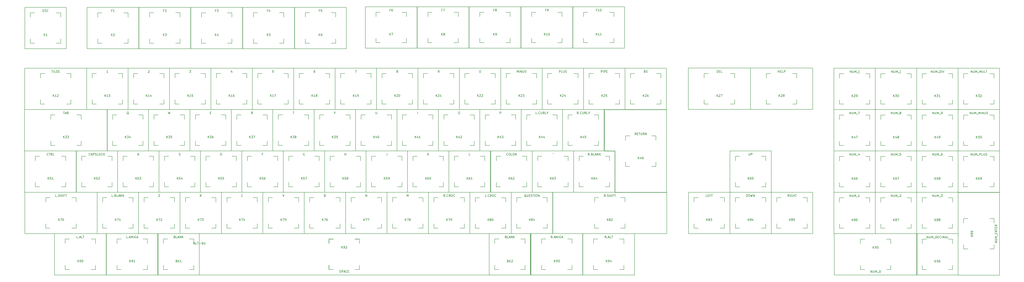
<source format=gbr>
G04 #@! TF.GenerationSoftware,KiCad,Pcbnew,(5.1.4-0-10_14)*
G04 #@! TF.CreationDate,2019-12-11T15:35:44+11:00*
G04 #@! TF.ProjectId,A1200KB,41313230-304b-4422-9e6b-696361645f70,rev?*
G04 #@! TF.SameCoordinates,Original*
G04 #@! TF.FileFunction,Drawing*
%FSLAX46Y46*%
G04 Gerber Fmt 4.6, Leading zero omitted, Abs format (unit mm)*
G04 Created by KiCad (PCBNEW (5.1.4-0-10_14)) date 2019-12-11 15:35:44*
%MOMM*%
%LPD*%
G04 APERTURE LIST*
%ADD10C,0.150000*%
G04 APERTURE END LIST*
D10*
X426428000Y-131827000D02*
X426428000Y-150877000D01*
X426428000Y-131827000D02*
X388328000Y-131827000D01*
X388328000Y-150877000D02*
X388328000Y-131827000D01*
X426428000Y-150877000D02*
X388328000Y-150877000D01*
X414378000Y-148352000D02*
X414378000Y-146352000D01*
X412378000Y-148352000D02*
X414378000Y-148352000D01*
X414378000Y-134352000D02*
X412378000Y-134352000D01*
X414378000Y-136352000D02*
X414378000Y-134352000D01*
X400378000Y-134352000D02*
X400378000Y-136352000D01*
X402378000Y-134352000D02*
X400378000Y-134352000D01*
X400378000Y-148352000D02*
X400378000Y-146352000D01*
X402378000Y-148352000D02*
X400378000Y-148352000D01*
X229591000Y-131773000D02*
X229591000Y-150823000D01*
X229591000Y-131773000D02*
X96241000Y-131773000D01*
X96241000Y-150823000D02*
X96241000Y-131773000D01*
X229591000Y-150823000D02*
X96241000Y-150823000D01*
X169916000Y-148298000D02*
X169916000Y-146298000D01*
X167916000Y-148298000D02*
X169916000Y-148298000D01*
X169916000Y-134298000D02*
X167916000Y-134298000D01*
X169916000Y-136298000D02*
X169916000Y-134298000D01*
X155916000Y-134298000D02*
X155916000Y-136298000D01*
X157916000Y-134298000D02*
X155916000Y-134298000D01*
X155916000Y-148298000D02*
X155916000Y-146298000D01*
X157916000Y-148298000D02*
X155916000Y-148298000D01*
X77191000Y-150823000D02*
X77191000Y-131773000D01*
X96241000Y-150823000D02*
X77191000Y-150823000D01*
X96241000Y-131773000D02*
X96241000Y-150823000D01*
X77191000Y-131773000D02*
X96241000Y-131773000D01*
X79716000Y-134298000D02*
X79716000Y-136298000D01*
X81716000Y-134298000D02*
X79716000Y-134298000D01*
X79716000Y-148298000D02*
X81716000Y-148298000D01*
X79716000Y-146298000D02*
X79716000Y-148298000D01*
X93716000Y-148298000D02*
X93716000Y-146298000D01*
X91716000Y-148298000D02*
X93716000Y-148298000D01*
X93716000Y-134298000D02*
X93716000Y-136298000D01*
X91716000Y-134298000D02*
X93716000Y-134298000D01*
X229591000Y-150823000D02*
X229591000Y-131773000D01*
X248641000Y-150823000D02*
X229591000Y-150823000D01*
X248641000Y-131773000D02*
X248641000Y-150823000D01*
X229591000Y-131773000D02*
X248641000Y-131773000D01*
X232116000Y-134298000D02*
X232116000Y-136298000D01*
X234116000Y-134298000D02*
X232116000Y-134298000D01*
X232116000Y-148298000D02*
X234116000Y-148298000D01*
X232116000Y-146298000D02*
X232116000Y-148298000D01*
X246116000Y-148298000D02*
X246116000Y-146298000D01*
X244116000Y-148298000D02*
X246116000Y-148298000D01*
X246116000Y-134298000D02*
X246116000Y-136298000D01*
X244116000Y-134298000D02*
X246116000Y-134298000D01*
X440826000Y-134352000D02*
X442826000Y-134352000D01*
X442826000Y-134352000D02*
X442826000Y-136352000D01*
X440826000Y-148352000D02*
X442826000Y-148352000D01*
X442826000Y-148352000D02*
X442826000Y-146352000D01*
X428826000Y-146352000D02*
X428826000Y-148352000D01*
X428826000Y-148352000D02*
X430826000Y-148352000D01*
X430826000Y-134352000D02*
X428826000Y-134352000D01*
X428826000Y-134352000D02*
X428826000Y-136352000D01*
X426301000Y-131827000D02*
X445351000Y-131827000D01*
X445351000Y-131827000D02*
X445351000Y-150877000D01*
X445351000Y-150877000D02*
X426301000Y-150877000D01*
X426301000Y-150877000D02*
X426301000Y-131827000D01*
X15850000Y-93673000D02*
X15850000Y-74623000D01*
X15850000Y-93673000D02*
X53950000Y-93673000D01*
X53950000Y-74623000D02*
X53950000Y-93673000D01*
X15850000Y-74623000D02*
X53950000Y-74623000D01*
X27900000Y-77148000D02*
X27900000Y-79148000D01*
X29900000Y-77148000D02*
X27900000Y-77148000D01*
X27900000Y-91148000D02*
X29900000Y-91148000D01*
X27900000Y-89148000D02*
X27900000Y-91148000D01*
X41900000Y-91148000D02*
X41900000Y-89148000D01*
X39900000Y-91148000D02*
X41900000Y-91148000D01*
X41900000Y-77148000D02*
X41900000Y-79148000D01*
X39900000Y-77148000D02*
X41900000Y-77148000D01*
X402726000Y-96252000D02*
X404726000Y-96252000D01*
X404726000Y-96252000D02*
X404726000Y-98252000D01*
X402726000Y-110252000D02*
X404726000Y-110252000D01*
X404726000Y-110252000D02*
X404726000Y-108252000D01*
X390726000Y-108252000D02*
X390726000Y-110252000D01*
X390726000Y-110252000D02*
X392726000Y-110252000D01*
X392726000Y-96252000D02*
X390726000Y-96252000D01*
X390726000Y-96252000D02*
X390726000Y-98252000D01*
X388201000Y-93727000D02*
X407251000Y-93727000D01*
X407251000Y-93727000D02*
X407251000Y-112777000D01*
X407251000Y-112777000D02*
X388201000Y-112777000D01*
X388201000Y-112777000D02*
X388201000Y-93727000D01*
X172599750Y-46369000D02*
X172599750Y-27319000D01*
X172599750Y-46369000D02*
X196412250Y-46369000D01*
X196412250Y-27319000D02*
X196412250Y-46369000D01*
X172599750Y-27319000D02*
X196412250Y-27319000D01*
X177506000Y-29844000D02*
X177506000Y-31844000D01*
X179506000Y-29844000D02*
X177506000Y-29844000D01*
X177506000Y-43844000D02*
X179506000Y-43844000D01*
X177506000Y-41844000D02*
X177506000Y-43844000D01*
X191506000Y-43844000D02*
X191506000Y-41844000D01*
X189506000Y-43844000D02*
X191506000Y-43844000D01*
X191506000Y-29844000D02*
X191506000Y-31844000D01*
X189506000Y-29844000D02*
X191506000Y-29844000D01*
X206524000Y-96198000D02*
X208524000Y-96198000D01*
X208524000Y-96198000D02*
X208524000Y-98198000D01*
X206524000Y-110198000D02*
X208524000Y-110198000D01*
X208524000Y-110198000D02*
X208524000Y-108198000D01*
X194524000Y-108198000D02*
X194524000Y-110198000D01*
X194524000Y-110198000D02*
X196524000Y-110198000D01*
X196524000Y-96198000D02*
X194524000Y-96198000D01*
X194524000Y-96198000D02*
X194524000Y-98198000D01*
X191999000Y-93673000D02*
X211049000Y-93673000D01*
X211049000Y-93673000D02*
X211049000Y-112723000D01*
X211049000Y-112723000D02*
X191999000Y-112723000D01*
X191999000Y-112723000D02*
X191999000Y-93673000D01*
X156994000Y-30070000D02*
X158994000Y-30070000D01*
X158994000Y-30070000D02*
X158994000Y-32070000D01*
X156994000Y-44070000D02*
X158994000Y-44070000D01*
X158994000Y-44070000D02*
X158994000Y-42070000D01*
X144994000Y-42070000D02*
X144994000Y-44070000D01*
X144994000Y-44070000D02*
X146994000Y-44070000D01*
X146994000Y-30070000D02*
X144994000Y-30070000D01*
X144994000Y-30070000D02*
X144994000Y-32070000D01*
X140087750Y-27545000D02*
X163900250Y-27545000D01*
X163900250Y-27545000D02*
X163900250Y-46595000D01*
X140087750Y-46595000D02*
X163900250Y-46595000D01*
X140087750Y-46595000D02*
X140087750Y-27545000D01*
X248605000Y-131785000D02*
X248605000Y-150835000D01*
X248605000Y-131785000D02*
X77155000Y-131785000D01*
X77155000Y-150835000D02*
X77155000Y-131785000D01*
X248605000Y-150835000D02*
X77155000Y-150835000D01*
X169880000Y-148310000D02*
X169880000Y-146310000D01*
X167880000Y-148310000D02*
X169880000Y-148310000D01*
X169880000Y-134310000D02*
X167880000Y-134310000D01*
X169880000Y-136310000D02*
X169880000Y-134310000D01*
X155880000Y-134310000D02*
X155880000Y-136310000D01*
X157880000Y-134310000D02*
X155880000Y-134310000D01*
X155880000Y-148310000D02*
X155880000Y-146310000D01*
X157880000Y-148310000D02*
X155880000Y-148310000D01*
X282645250Y-74750000D02*
X282645250Y-93800000D01*
X287407750Y-112850000D02*
X311220250Y-112850000D01*
X311220250Y-74750000D02*
X311220250Y-112850000D01*
X282645250Y-74750000D02*
X311220250Y-74750000D01*
X292314000Y-86800000D02*
X292314000Y-88800000D01*
X294314000Y-86800000D02*
X292314000Y-86800000D01*
X292314000Y-100800000D02*
X294314000Y-100800000D01*
X292314000Y-98800000D02*
X292314000Y-100800000D01*
X306314000Y-100800000D02*
X306314000Y-98800000D01*
X304314000Y-100800000D02*
X306314000Y-100800000D01*
X306314000Y-86800000D02*
X306314000Y-88800000D01*
X304314000Y-86800000D02*
X306314000Y-86800000D01*
X287407750Y-93800000D02*
X282645250Y-93800000D01*
X287407750Y-112850000D02*
X287407750Y-93800000D01*
X402726000Y-77202000D02*
X404726000Y-77202000D01*
X404726000Y-77202000D02*
X404726000Y-79202000D01*
X402726000Y-91202000D02*
X404726000Y-91202000D01*
X404726000Y-91202000D02*
X404726000Y-89202000D01*
X390726000Y-89202000D02*
X390726000Y-91202000D01*
X390726000Y-91202000D02*
X392726000Y-91202000D01*
X392726000Y-77202000D02*
X390726000Y-77202000D01*
X390726000Y-77202000D02*
X390726000Y-79202000D01*
X388201000Y-74677000D02*
X407251000Y-74677000D01*
X407251000Y-74677000D02*
X407251000Y-93727000D01*
X407251000Y-93727000D02*
X388201000Y-93727000D01*
X388201000Y-93727000D02*
X388201000Y-74677000D01*
X421776000Y-115302000D02*
X423776000Y-115302000D01*
X423776000Y-115302000D02*
X423776000Y-117302000D01*
X421776000Y-129302000D02*
X423776000Y-129302000D01*
X423776000Y-129302000D02*
X423776000Y-127302000D01*
X409776000Y-127302000D02*
X409776000Y-129302000D01*
X409776000Y-129302000D02*
X411776000Y-129302000D01*
X411776000Y-115302000D02*
X409776000Y-115302000D01*
X409776000Y-115302000D02*
X409776000Y-117302000D01*
X407251000Y-112777000D02*
X426301000Y-112777000D01*
X426301000Y-112777000D02*
X426301000Y-131827000D01*
X426301000Y-131827000D02*
X407251000Y-131827000D01*
X407251000Y-131827000D02*
X407251000Y-112777000D01*
X154200000Y-58098000D02*
X156200000Y-58098000D01*
X156200000Y-58098000D02*
X156200000Y-60098000D01*
X154200000Y-72098000D02*
X156200000Y-72098000D01*
X156200000Y-72098000D02*
X156200000Y-70098000D01*
X142200000Y-70098000D02*
X142200000Y-72098000D01*
X142200000Y-72098000D02*
X144200000Y-72098000D01*
X144200000Y-58098000D02*
X142200000Y-58098000D01*
X142200000Y-58098000D02*
X142200000Y-60098000D01*
X139675000Y-55573000D02*
X158725000Y-55573000D01*
X158725000Y-55573000D02*
X158725000Y-74623000D01*
X158725000Y-74623000D02*
X139675000Y-74623000D01*
X139675000Y-74623000D02*
X139675000Y-55573000D01*
X30502000Y-30098000D02*
X32502000Y-30098000D01*
X32502000Y-30098000D02*
X32502000Y-32098000D01*
X30502000Y-44098000D02*
X32502000Y-44098000D01*
X32502000Y-44098000D02*
X32502000Y-42098000D01*
X18502000Y-42098000D02*
X18502000Y-44098000D01*
X18502000Y-44098000D02*
X20502000Y-44098000D01*
X20502000Y-30098000D02*
X18502000Y-30098000D01*
X18502000Y-30098000D02*
X18502000Y-32098000D01*
X15977000Y-27573000D02*
X35027000Y-27573000D01*
X35027000Y-27573000D02*
X35027000Y-46623000D01*
X35027000Y-46623000D02*
X15977000Y-46623000D01*
X15977000Y-46623000D02*
X15977000Y-27573000D01*
X58950000Y-58098000D02*
X60950000Y-58098000D01*
X60950000Y-58098000D02*
X60950000Y-60098000D01*
X58950000Y-72098000D02*
X60950000Y-72098000D01*
X60950000Y-72098000D02*
X60950000Y-70098000D01*
X46950000Y-70098000D02*
X46950000Y-72098000D01*
X46950000Y-72098000D02*
X48950000Y-72098000D01*
X48950000Y-58098000D02*
X46950000Y-58098000D01*
X46950000Y-58098000D02*
X46950000Y-60098000D01*
X44425000Y-55573000D02*
X63475000Y-55573000D01*
X63475000Y-55573000D02*
X63475000Y-74623000D01*
X63475000Y-74623000D02*
X44425000Y-74623000D01*
X44425000Y-74623000D02*
X44425000Y-55573000D01*
X78000000Y-58098000D02*
X80000000Y-58098000D01*
X80000000Y-58098000D02*
X80000000Y-60098000D01*
X78000000Y-72098000D02*
X80000000Y-72098000D01*
X80000000Y-72098000D02*
X80000000Y-70098000D01*
X66000000Y-70098000D02*
X66000000Y-72098000D01*
X66000000Y-72098000D02*
X68000000Y-72098000D01*
X68000000Y-58098000D02*
X66000000Y-58098000D01*
X66000000Y-58098000D02*
X66000000Y-60098000D01*
X63475000Y-55573000D02*
X82525000Y-55573000D01*
X82525000Y-55573000D02*
X82525000Y-74623000D01*
X82525000Y-74623000D02*
X63475000Y-74623000D01*
X63475000Y-74623000D02*
X63475000Y-55573000D01*
X97050000Y-58098000D02*
X99050000Y-58098000D01*
X99050000Y-58098000D02*
X99050000Y-60098000D01*
X97050000Y-72098000D02*
X99050000Y-72098000D01*
X99050000Y-72098000D02*
X99050000Y-70098000D01*
X85050000Y-70098000D02*
X85050000Y-72098000D01*
X85050000Y-72098000D02*
X87050000Y-72098000D01*
X87050000Y-58098000D02*
X85050000Y-58098000D01*
X85050000Y-58098000D02*
X85050000Y-60098000D01*
X82525000Y-55573000D02*
X101575000Y-55573000D01*
X101575000Y-55573000D02*
X101575000Y-74623000D01*
X101575000Y-74623000D02*
X82525000Y-74623000D01*
X82525000Y-74623000D02*
X82525000Y-55573000D01*
X116100000Y-58098000D02*
X118100000Y-58098000D01*
X118100000Y-58098000D02*
X118100000Y-60098000D01*
X116100000Y-72098000D02*
X118100000Y-72098000D01*
X118100000Y-72098000D02*
X118100000Y-70098000D01*
X104100000Y-70098000D02*
X104100000Y-72098000D01*
X104100000Y-72098000D02*
X106100000Y-72098000D01*
X106100000Y-58098000D02*
X104100000Y-58098000D01*
X104100000Y-58098000D02*
X104100000Y-60098000D01*
X101575000Y-55573000D02*
X120625000Y-55573000D01*
X120625000Y-55573000D02*
X120625000Y-74623000D01*
X120625000Y-74623000D02*
X101575000Y-74623000D01*
X101575000Y-74623000D02*
X101575000Y-55573000D01*
X135150000Y-58098000D02*
X137150000Y-58098000D01*
X137150000Y-58098000D02*
X137150000Y-60098000D01*
X135150000Y-72098000D02*
X137150000Y-72098000D01*
X137150000Y-72098000D02*
X137150000Y-70098000D01*
X123150000Y-70098000D02*
X123150000Y-72098000D01*
X123150000Y-72098000D02*
X125150000Y-72098000D01*
X125150000Y-58098000D02*
X123150000Y-58098000D01*
X123150000Y-58098000D02*
X123150000Y-60098000D01*
X120625000Y-55573000D02*
X139675000Y-55573000D01*
X139675000Y-55573000D02*
X139675000Y-74623000D01*
X139675000Y-74623000D02*
X120625000Y-74623000D01*
X120625000Y-74623000D02*
X120625000Y-55573000D01*
X173250000Y-58098000D02*
X175250000Y-58098000D01*
X175250000Y-58098000D02*
X175250000Y-60098000D01*
X173250000Y-72098000D02*
X175250000Y-72098000D01*
X175250000Y-72098000D02*
X175250000Y-70098000D01*
X161250000Y-70098000D02*
X161250000Y-72098000D01*
X161250000Y-72098000D02*
X163250000Y-72098000D01*
X163250000Y-58098000D02*
X161250000Y-58098000D01*
X161250000Y-58098000D02*
X161250000Y-60098000D01*
X158725000Y-55573000D02*
X177775000Y-55573000D01*
X177775000Y-55573000D02*
X177775000Y-74623000D01*
X177775000Y-74623000D02*
X158725000Y-74623000D01*
X158725000Y-74623000D02*
X158725000Y-55573000D01*
X192300000Y-58098000D02*
X194300000Y-58098000D01*
X194300000Y-58098000D02*
X194300000Y-60098000D01*
X192300000Y-72098000D02*
X194300000Y-72098000D01*
X194300000Y-72098000D02*
X194300000Y-70098000D01*
X180300000Y-70098000D02*
X180300000Y-72098000D01*
X180300000Y-72098000D02*
X182300000Y-72098000D01*
X182300000Y-58098000D02*
X180300000Y-58098000D01*
X180300000Y-58098000D02*
X180300000Y-60098000D01*
X177775000Y-55573000D02*
X196825000Y-55573000D01*
X196825000Y-55573000D02*
X196825000Y-74623000D01*
X196825000Y-74623000D02*
X177775000Y-74623000D01*
X177775000Y-74623000D02*
X177775000Y-55573000D01*
X211350000Y-58098000D02*
X213350000Y-58098000D01*
X213350000Y-58098000D02*
X213350000Y-60098000D01*
X211350000Y-72098000D02*
X213350000Y-72098000D01*
X213350000Y-72098000D02*
X213350000Y-70098000D01*
X199350000Y-70098000D02*
X199350000Y-72098000D01*
X199350000Y-72098000D02*
X201350000Y-72098000D01*
X201350000Y-58098000D02*
X199350000Y-58098000D01*
X199350000Y-58098000D02*
X199350000Y-60098000D01*
X196825000Y-55573000D02*
X215875000Y-55573000D01*
X215875000Y-55573000D02*
X215875000Y-74623000D01*
X215875000Y-74623000D02*
X196825000Y-74623000D01*
X196825000Y-74623000D02*
X196825000Y-55573000D01*
X230400000Y-58098000D02*
X232400000Y-58098000D01*
X232400000Y-58098000D02*
X232400000Y-60098000D01*
X230400000Y-72098000D02*
X232400000Y-72098000D01*
X232400000Y-72098000D02*
X232400000Y-70098000D01*
X218400000Y-70098000D02*
X218400000Y-72098000D01*
X218400000Y-72098000D02*
X220400000Y-72098000D01*
X220400000Y-58098000D02*
X218400000Y-58098000D01*
X218400000Y-58098000D02*
X218400000Y-60098000D01*
X215875000Y-55573000D02*
X234925000Y-55573000D01*
X234925000Y-55573000D02*
X234925000Y-74623000D01*
X234925000Y-74623000D02*
X215875000Y-74623000D01*
X215875000Y-74623000D02*
X215875000Y-55573000D01*
X249450000Y-58098000D02*
X251450000Y-58098000D01*
X251450000Y-58098000D02*
X251450000Y-60098000D01*
X249450000Y-72098000D02*
X251450000Y-72098000D01*
X251450000Y-72098000D02*
X251450000Y-70098000D01*
X237450000Y-70098000D02*
X237450000Y-72098000D01*
X237450000Y-72098000D02*
X239450000Y-72098000D01*
X239450000Y-58098000D02*
X237450000Y-58098000D01*
X237450000Y-58098000D02*
X237450000Y-60098000D01*
X234925000Y-55573000D02*
X253975000Y-55573000D01*
X253975000Y-55573000D02*
X253975000Y-74623000D01*
X253975000Y-74623000D02*
X234925000Y-74623000D01*
X234925000Y-74623000D02*
X234925000Y-55573000D01*
X268500000Y-58098000D02*
X270500000Y-58098000D01*
X270500000Y-58098000D02*
X270500000Y-60098000D01*
X268500000Y-72098000D02*
X270500000Y-72098000D01*
X270500000Y-72098000D02*
X270500000Y-70098000D01*
X256500000Y-70098000D02*
X256500000Y-72098000D01*
X256500000Y-72098000D02*
X258500000Y-72098000D01*
X258500000Y-58098000D02*
X256500000Y-58098000D01*
X256500000Y-58098000D02*
X256500000Y-60098000D01*
X253975000Y-55573000D02*
X273025000Y-55573000D01*
X273025000Y-55573000D02*
X273025000Y-74623000D01*
X273025000Y-74623000D02*
X253975000Y-74623000D01*
X253975000Y-74623000D02*
X253975000Y-55573000D01*
X287550000Y-58098000D02*
X289550000Y-58098000D01*
X289550000Y-58098000D02*
X289550000Y-60098000D01*
X287550000Y-72098000D02*
X289550000Y-72098000D01*
X289550000Y-72098000D02*
X289550000Y-70098000D01*
X275550000Y-70098000D02*
X275550000Y-72098000D01*
X275550000Y-72098000D02*
X277550000Y-72098000D01*
X277550000Y-58098000D02*
X275550000Y-58098000D01*
X275550000Y-58098000D02*
X275550000Y-60098000D01*
X273025000Y-55573000D02*
X292075000Y-55573000D01*
X292075000Y-55573000D02*
X292075000Y-74623000D01*
X292075000Y-74623000D02*
X273025000Y-74623000D01*
X273025000Y-74623000D02*
X273025000Y-55573000D01*
X306600000Y-58098000D02*
X308600000Y-58098000D01*
X308600000Y-58098000D02*
X308600000Y-60098000D01*
X306600000Y-72098000D02*
X308600000Y-72098000D01*
X308600000Y-72098000D02*
X308600000Y-70098000D01*
X294600000Y-70098000D02*
X294600000Y-72098000D01*
X294600000Y-72098000D02*
X296600000Y-72098000D01*
X296600000Y-58098000D02*
X294600000Y-58098000D01*
X294600000Y-58098000D02*
X294600000Y-60098000D01*
X292075000Y-55573000D02*
X311125000Y-55573000D01*
X311125000Y-55573000D02*
X311125000Y-74623000D01*
X311125000Y-74623000D02*
X292075000Y-74623000D01*
X292075000Y-74623000D02*
X292075000Y-55573000D01*
X402726000Y-58152000D02*
X404726000Y-58152000D01*
X404726000Y-58152000D02*
X404726000Y-60152000D01*
X402726000Y-72152000D02*
X404726000Y-72152000D01*
X404726000Y-72152000D02*
X404726000Y-70152000D01*
X390726000Y-70152000D02*
X390726000Y-72152000D01*
X390726000Y-72152000D02*
X392726000Y-72152000D01*
X392726000Y-58152000D02*
X390726000Y-58152000D01*
X390726000Y-58152000D02*
X390726000Y-60152000D01*
X388201000Y-55627000D02*
X407251000Y-55627000D01*
X407251000Y-55627000D02*
X407251000Y-74677000D01*
X407251000Y-74677000D02*
X388201000Y-74677000D01*
X388201000Y-74677000D02*
X388201000Y-55627000D01*
X421776000Y-58152000D02*
X423776000Y-58152000D01*
X423776000Y-58152000D02*
X423776000Y-60152000D01*
X421776000Y-72152000D02*
X423776000Y-72152000D01*
X423776000Y-72152000D02*
X423776000Y-70152000D01*
X409776000Y-70152000D02*
X409776000Y-72152000D01*
X409776000Y-72152000D02*
X411776000Y-72152000D01*
X411776000Y-58152000D02*
X409776000Y-58152000D01*
X409776000Y-58152000D02*
X409776000Y-60152000D01*
X407251000Y-55627000D02*
X426301000Y-55627000D01*
X426301000Y-55627000D02*
X426301000Y-74677000D01*
X426301000Y-74677000D02*
X407251000Y-74677000D01*
X407251000Y-74677000D02*
X407251000Y-55627000D01*
X440826000Y-58152000D02*
X442826000Y-58152000D01*
X442826000Y-58152000D02*
X442826000Y-60152000D01*
X440826000Y-72152000D02*
X442826000Y-72152000D01*
X442826000Y-72152000D02*
X442826000Y-70152000D01*
X428826000Y-70152000D02*
X428826000Y-72152000D01*
X428826000Y-72152000D02*
X430826000Y-72152000D01*
X430826000Y-58152000D02*
X428826000Y-58152000D01*
X428826000Y-58152000D02*
X428826000Y-60152000D01*
X426301000Y-55627000D02*
X445351000Y-55627000D01*
X445351000Y-55627000D02*
X445351000Y-74677000D01*
X445351000Y-74677000D02*
X426301000Y-74677000D01*
X426301000Y-74677000D02*
X426301000Y-55627000D01*
X459876000Y-58152000D02*
X461876000Y-58152000D01*
X461876000Y-58152000D02*
X461876000Y-60152000D01*
X459876000Y-72152000D02*
X461876000Y-72152000D01*
X461876000Y-72152000D02*
X461876000Y-70152000D01*
X447876000Y-70152000D02*
X447876000Y-72152000D01*
X447876000Y-72152000D02*
X449876000Y-72152000D01*
X449876000Y-58152000D02*
X447876000Y-58152000D01*
X447876000Y-58152000D02*
X447876000Y-60152000D01*
X445351000Y-55627000D02*
X464401000Y-55627000D01*
X464401000Y-55627000D02*
X464401000Y-74677000D01*
X464401000Y-74677000D02*
X445351000Y-74677000D01*
X445351000Y-74677000D02*
X445351000Y-55627000D01*
X68348000Y-77148000D02*
X70348000Y-77148000D01*
X70348000Y-77148000D02*
X70348000Y-79148000D01*
X68348000Y-91148000D02*
X70348000Y-91148000D01*
X70348000Y-91148000D02*
X70348000Y-89148000D01*
X56348000Y-89148000D02*
X56348000Y-91148000D01*
X56348000Y-91148000D02*
X58348000Y-91148000D01*
X58348000Y-77148000D02*
X56348000Y-77148000D01*
X56348000Y-77148000D02*
X56348000Y-79148000D01*
X53823000Y-74623000D02*
X72873000Y-74623000D01*
X72873000Y-74623000D02*
X72873000Y-93673000D01*
X72873000Y-93673000D02*
X53823000Y-93673000D01*
X53823000Y-93673000D02*
X53823000Y-74623000D01*
X87398000Y-77148000D02*
X89398000Y-77148000D01*
X89398000Y-77148000D02*
X89398000Y-79148000D01*
X87398000Y-91148000D02*
X89398000Y-91148000D01*
X89398000Y-91148000D02*
X89398000Y-89148000D01*
X75398000Y-89148000D02*
X75398000Y-91148000D01*
X75398000Y-91148000D02*
X77398000Y-91148000D01*
X77398000Y-77148000D02*
X75398000Y-77148000D01*
X75398000Y-77148000D02*
X75398000Y-79148000D01*
X72873000Y-74623000D02*
X91923000Y-74623000D01*
X91923000Y-74623000D02*
X91923000Y-93673000D01*
X91923000Y-93673000D02*
X72873000Y-93673000D01*
X72873000Y-93673000D02*
X72873000Y-74623000D01*
X106448000Y-77148000D02*
X108448000Y-77148000D01*
X108448000Y-77148000D02*
X108448000Y-79148000D01*
X106448000Y-91148000D02*
X108448000Y-91148000D01*
X108448000Y-91148000D02*
X108448000Y-89148000D01*
X94448000Y-89148000D02*
X94448000Y-91148000D01*
X94448000Y-91148000D02*
X96448000Y-91148000D01*
X96448000Y-77148000D02*
X94448000Y-77148000D01*
X94448000Y-77148000D02*
X94448000Y-79148000D01*
X91923000Y-74623000D02*
X110973000Y-74623000D01*
X110973000Y-74623000D02*
X110973000Y-93673000D01*
X110973000Y-93673000D02*
X91923000Y-93673000D01*
X91923000Y-93673000D02*
X91923000Y-74623000D01*
X125498000Y-77148000D02*
X127498000Y-77148000D01*
X127498000Y-77148000D02*
X127498000Y-79148000D01*
X125498000Y-91148000D02*
X127498000Y-91148000D01*
X127498000Y-91148000D02*
X127498000Y-89148000D01*
X113498000Y-89148000D02*
X113498000Y-91148000D01*
X113498000Y-91148000D02*
X115498000Y-91148000D01*
X115498000Y-77148000D02*
X113498000Y-77148000D01*
X113498000Y-77148000D02*
X113498000Y-79148000D01*
X110973000Y-74623000D02*
X130023000Y-74623000D01*
X130023000Y-74623000D02*
X130023000Y-93673000D01*
X130023000Y-93673000D02*
X110973000Y-93673000D01*
X110973000Y-93673000D02*
X110973000Y-74623000D01*
X144548000Y-77148000D02*
X146548000Y-77148000D01*
X146548000Y-77148000D02*
X146548000Y-79148000D01*
X144548000Y-91148000D02*
X146548000Y-91148000D01*
X146548000Y-91148000D02*
X146548000Y-89148000D01*
X132548000Y-89148000D02*
X132548000Y-91148000D01*
X132548000Y-91148000D02*
X134548000Y-91148000D01*
X134548000Y-77148000D02*
X132548000Y-77148000D01*
X132548000Y-77148000D02*
X132548000Y-79148000D01*
X130023000Y-74623000D02*
X149073000Y-74623000D01*
X149073000Y-74623000D02*
X149073000Y-93673000D01*
X149073000Y-93673000D02*
X130023000Y-93673000D01*
X130023000Y-93673000D02*
X130023000Y-74623000D01*
X163598000Y-77148000D02*
X165598000Y-77148000D01*
X165598000Y-77148000D02*
X165598000Y-79148000D01*
X163598000Y-91148000D02*
X165598000Y-91148000D01*
X165598000Y-91148000D02*
X165598000Y-89148000D01*
X151598000Y-89148000D02*
X151598000Y-91148000D01*
X151598000Y-91148000D02*
X153598000Y-91148000D01*
X153598000Y-77148000D02*
X151598000Y-77148000D01*
X151598000Y-77148000D02*
X151598000Y-79148000D01*
X149073000Y-74623000D02*
X168123000Y-74623000D01*
X168123000Y-74623000D02*
X168123000Y-93673000D01*
X168123000Y-93673000D02*
X149073000Y-93673000D01*
X149073000Y-93673000D02*
X149073000Y-74623000D01*
X182648000Y-77148000D02*
X184648000Y-77148000D01*
X184648000Y-77148000D02*
X184648000Y-79148000D01*
X182648000Y-91148000D02*
X184648000Y-91148000D01*
X184648000Y-91148000D02*
X184648000Y-89148000D01*
X170648000Y-89148000D02*
X170648000Y-91148000D01*
X170648000Y-91148000D02*
X172648000Y-91148000D01*
X172648000Y-77148000D02*
X170648000Y-77148000D01*
X170648000Y-77148000D02*
X170648000Y-79148000D01*
X168123000Y-74623000D02*
X187173000Y-74623000D01*
X187173000Y-74623000D02*
X187173000Y-93673000D01*
X187173000Y-93673000D02*
X168123000Y-93673000D01*
X168123000Y-93673000D02*
X168123000Y-74623000D01*
X201698000Y-77148000D02*
X203698000Y-77148000D01*
X203698000Y-77148000D02*
X203698000Y-79148000D01*
X201698000Y-91148000D02*
X203698000Y-91148000D01*
X203698000Y-91148000D02*
X203698000Y-89148000D01*
X189698000Y-89148000D02*
X189698000Y-91148000D01*
X189698000Y-91148000D02*
X191698000Y-91148000D01*
X191698000Y-77148000D02*
X189698000Y-77148000D01*
X189698000Y-77148000D02*
X189698000Y-79148000D01*
X187173000Y-74623000D02*
X206223000Y-74623000D01*
X206223000Y-74623000D02*
X206223000Y-93673000D01*
X206223000Y-93673000D02*
X187173000Y-93673000D01*
X187173000Y-93673000D02*
X187173000Y-74623000D01*
X220748000Y-77148000D02*
X222748000Y-77148000D01*
X222748000Y-77148000D02*
X222748000Y-79148000D01*
X220748000Y-91148000D02*
X222748000Y-91148000D01*
X222748000Y-91148000D02*
X222748000Y-89148000D01*
X208748000Y-89148000D02*
X208748000Y-91148000D01*
X208748000Y-91148000D02*
X210748000Y-91148000D01*
X210748000Y-77148000D02*
X208748000Y-77148000D01*
X208748000Y-77148000D02*
X208748000Y-79148000D01*
X206223000Y-74623000D02*
X225273000Y-74623000D01*
X225273000Y-74623000D02*
X225273000Y-93673000D01*
X225273000Y-93673000D02*
X206223000Y-93673000D01*
X206223000Y-93673000D02*
X206223000Y-74623000D01*
X239798000Y-77148000D02*
X241798000Y-77148000D01*
X241798000Y-77148000D02*
X241798000Y-79148000D01*
X239798000Y-91148000D02*
X241798000Y-91148000D01*
X241798000Y-91148000D02*
X241798000Y-89148000D01*
X227798000Y-89148000D02*
X227798000Y-91148000D01*
X227798000Y-91148000D02*
X229798000Y-91148000D01*
X229798000Y-77148000D02*
X227798000Y-77148000D01*
X227798000Y-77148000D02*
X227798000Y-79148000D01*
X225273000Y-74623000D02*
X244323000Y-74623000D01*
X244323000Y-74623000D02*
X244323000Y-93673000D01*
X244323000Y-93673000D02*
X225273000Y-93673000D01*
X225273000Y-93673000D02*
X225273000Y-74623000D01*
X258848000Y-77148000D02*
X260848000Y-77148000D01*
X260848000Y-77148000D02*
X260848000Y-79148000D01*
X258848000Y-91148000D02*
X260848000Y-91148000D01*
X260848000Y-91148000D02*
X260848000Y-89148000D01*
X246848000Y-89148000D02*
X246848000Y-91148000D01*
X246848000Y-91148000D02*
X248848000Y-91148000D01*
X248848000Y-77148000D02*
X246848000Y-77148000D01*
X246848000Y-77148000D02*
X246848000Y-79148000D01*
X244323000Y-74623000D02*
X263373000Y-74623000D01*
X263373000Y-74623000D02*
X263373000Y-93673000D01*
X263373000Y-93673000D02*
X244323000Y-93673000D01*
X244323000Y-93673000D02*
X244323000Y-74623000D01*
X277898000Y-77148000D02*
X279898000Y-77148000D01*
X279898000Y-77148000D02*
X279898000Y-79148000D01*
X277898000Y-91148000D02*
X279898000Y-91148000D01*
X279898000Y-91148000D02*
X279898000Y-89148000D01*
X265898000Y-89148000D02*
X265898000Y-91148000D01*
X265898000Y-91148000D02*
X267898000Y-91148000D01*
X267898000Y-77148000D02*
X265898000Y-77148000D01*
X265898000Y-77148000D02*
X265898000Y-79148000D01*
X263373000Y-74623000D02*
X282423000Y-74623000D01*
X282423000Y-74623000D02*
X282423000Y-93673000D01*
X282423000Y-93673000D02*
X263373000Y-93673000D01*
X263373000Y-93673000D02*
X263373000Y-74623000D01*
X421776000Y-77202000D02*
X423776000Y-77202000D01*
X423776000Y-77202000D02*
X423776000Y-79202000D01*
X421776000Y-91202000D02*
X423776000Y-91202000D01*
X423776000Y-91202000D02*
X423776000Y-89202000D01*
X409776000Y-89202000D02*
X409776000Y-91202000D01*
X409776000Y-91202000D02*
X411776000Y-91202000D01*
X411776000Y-77202000D02*
X409776000Y-77202000D01*
X409776000Y-77202000D02*
X409776000Y-79202000D01*
X407251000Y-74677000D02*
X426301000Y-74677000D01*
X426301000Y-74677000D02*
X426301000Y-93727000D01*
X426301000Y-93727000D02*
X407251000Y-93727000D01*
X407251000Y-93727000D02*
X407251000Y-74677000D01*
X440826000Y-77202000D02*
X442826000Y-77202000D01*
X442826000Y-77202000D02*
X442826000Y-79202000D01*
X440826000Y-91202000D02*
X442826000Y-91202000D01*
X442826000Y-91202000D02*
X442826000Y-89202000D01*
X428826000Y-89202000D02*
X428826000Y-91202000D01*
X428826000Y-91202000D02*
X430826000Y-91202000D01*
X430826000Y-77202000D02*
X428826000Y-77202000D01*
X428826000Y-77202000D02*
X428826000Y-79202000D01*
X426301000Y-74677000D02*
X445351000Y-74677000D01*
X445351000Y-74677000D02*
X445351000Y-93727000D01*
X445351000Y-93727000D02*
X426301000Y-93727000D01*
X426301000Y-93727000D02*
X426301000Y-74677000D01*
X459876000Y-77202000D02*
X461876000Y-77202000D01*
X461876000Y-77202000D02*
X461876000Y-79202000D01*
X459876000Y-91202000D02*
X461876000Y-91202000D01*
X461876000Y-91202000D02*
X461876000Y-89202000D01*
X447876000Y-89202000D02*
X447876000Y-91202000D01*
X447876000Y-91202000D02*
X449876000Y-91202000D01*
X449876000Y-77202000D02*
X447876000Y-77202000D01*
X447876000Y-77202000D02*
X447876000Y-79202000D01*
X445351000Y-74677000D02*
X464401000Y-74677000D01*
X464401000Y-74677000D02*
X464401000Y-93727000D01*
X464401000Y-93727000D02*
X445351000Y-93727000D01*
X445351000Y-93727000D02*
X445351000Y-74677000D01*
X73174000Y-96198000D02*
X75174000Y-96198000D01*
X75174000Y-96198000D02*
X75174000Y-98198000D01*
X73174000Y-110198000D02*
X75174000Y-110198000D01*
X75174000Y-110198000D02*
X75174000Y-108198000D01*
X61174000Y-108198000D02*
X61174000Y-110198000D01*
X61174000Y-110198000D02*
X63174000Y-110198000D01*
X63174000Y-96198000D02*
X61174000Y-96198000D01*
X61174000Y-96198000D02*
X61174000Y-98198000D01*
X58649000Y-93673000D02*
X77699000Y-93673000D01*
X77699000Y-93673000D02*
X77699000Y-112723000D01*
X77699000Y-112723000D02*
X58649000Y-112723000D01*
X58649000Y-112723000D02*
X58649000Y-93673000D01*
X92224000Y-96198000D02*
X94224000Y-96198000D01*
X94224000Y-96198000D02*
X94224000Y-98198000D01*
X92224000Y-110198000D02*
X94224000Y-110198000D01*
X94224000Y-110198000D02*
X94224000Y-108198000D01*
X80224000Y-108198000D02*
X80224000Y-110198000D01*
X80224000Y-110198000D02*
X82224000Y-110198000D01*
X82224000Y-96198000D02*
X80224000Y-96198000D01*
X80224000Y-96198000D02*
X80224000Y-98198000D01*
X77699000Y-93673000D02*
X96749000Y-93673000D01*
X96749000Y-93673000D02*
X96749000Y-112723000D01*
X96749000Y-112723000D02*
X77699000Y-112723000D01*
X77699000Y-112723000D02*
X77699000Y-93673000D01*
X111274000Y-96198000D02*
X113274000Y-96198000D01*
X113274000Y-96198000D02*
X113274000Y-98198000D01*
X111274000Y-110198000D02*
X113274000Y-110198000D01*
X113274000Y-110198000D02*
X113274000Y-108198000D01*
X99274000Y-108198000D02*
X99274000Y-110198000D01*
X99274000Y-110198000D02*
X101274000Y-110198000D01*
X101274000Y-96198000D02*
X99274000Y-96198000D01*
X99274000Y-96198000D02*
X99274000Y-98198000D01*
X96749000Y-93673000D02*
X115799000Y-93673000D01*
X115799000Y-93673000D02*
X115799000Y-112723000D01*
X115799000Y-112723000D02*
X96749000Y-112723000D01*
X96749000Y-112723000D02*
X96749000Y-93673000D01*
X130324000Y-96198000D02*
X132324000Y-96198000D01*
X132324000Y-96198000D02*
X132324000Y-98198000D01*
X130324000Y-110198000D02*
X132324000Y-110198000D01*
X132324000Y-110198000D02*
X132324000Y-108198000D01*
X118324000Y-108198000D02*
X118324000Y-110198000D01*
X118324000Y-110198000D02*
X120324000Y-110198000D01*
X120324000Y-96198000D02*
X118324000Y-96198000D01*
X118324000Y-96198000D02*
X118324000Y-98198000D01*
X115799000Y-93673000D02*
X134849000Y-93673000D01*
X134849000Y-93673000D02*
X134849000Y-112723000D01*
X134849000Y-112723000D02*
X115799000Y-112723000D01*
X115799000Y-112723000D02*
X115799000Y-93673000D01*
X149374000Y-96198000D02*
X151374000Y-96198000D01*
X151374000Y-96198000D02*
X151374000Y-98198000D01*
X149374000Y-110198000D02*
X151374000Y-110198000D01*
X151374000Y-110198000D02*
X151374000Y-108198000D01*
X137374000Y-108198000D02*
X137374000Y-110198000D01*
X137374000Y-110198000D02*
X139374000Y-110198000D01*
X139374000Y-96198000D02*
X137374000Y-96198000D01*
X137374000Y-96198000D02*
X137374000Y-98198000D01*
X134849000Y-93673000D02*
X153899000Y-93673000D01*
X153899000Y-93673000D02*
X153899000Y-112723000D01*
X153899000Y-112723000D02*
X134849000Y-112723000D01*
X134849000Y-112723000D02*
X134849000Y-93673000D01*
X168424000Y-96198000D02*
X170424000Y-96198000D01*
X170424000Y-96198000D02*
X170424000Y-98198000D01*
X168424000Y-110198000D02*
X170424000Y-110198000D01*
X170424000Y-110198000D02*
X170424000Y-108198000D01*
X156424000Y-108198000D02*
X156424000Y-110198000D01*
X156424000Y-110198000D02*
X158424000Y-110198000D01*
X158424000Y-96198000D02*
X156424000Y-96198000D01*
X156424000Y-96198000D02*
X156424000Y-98198000D01*
X153899000Y-93673000D02*
X172949000Y-93673000D01*
X172949000Y-93673000D02*
X172949000Y-112723000D01*
X172949000Y-112723000D02*
X153899000Y-112723000D01*
X153899000Y-112723000D02*
X153899000Y-93673000D01*
X187474000Y-96198000D02*
X189474000Y-96198000D01*
X189474000Y-96198000D02*
X189474000Y-98198000D01*
X187474000Y-110198000D02*
X189474000Y-110198000D01*
X189474000Y-110198000D02*
X189474000Y-108198000D01*
X175474000Y-108198000D02*
X175474000Y-110198000D01*
X175474000Y-110198000D02*
X177474000Y-110198000D01*
X177474000Y-96198000D02*
X175474000Y-96198000D01*
X175474000Y-96198000D02*
X175474000Y-98198000D01*
X172949000Y-93673000D02*
X191999000Y-93673000D01*
X191999000Y-93673000D02*
X191999000Y-112723000D01*
X191999000Y-112723000D02*
X172949000Y-112723000D01*
X172949000Y-112723000D02*
X172949000Y-93673000D01*
X225574000Y-96198000D02*
X227574000Y-96198000D01*
X227574000Y-96198000D02*
X227574000Y-98198000D01*
X225574000Y-110198000D02*
X227574000Y-110198000D01*
X227574000Y-110198000D02*
X227574000Y-108198000D01*
X213574000Y-108198000D02*
X213574000Y-110198000D01*
X213574000Y-110198000D02*
X215574000Y-110198000D01*
X215574000Y-96198000D02*
X213574000Y-96198000D01*
X213574000Y-96198000D02*
X213574000Y-98198000D01*
X211049000Y-93673000D02*
X230099000Y-93673000D01*
X230099000Y-93673000D02*
X230099000Y-112723000D01*
X230099000Y-112723000D02*
X211049000Y-112723000D01*
X211049000Y-112723000D02*
X211049000Y-93673000D01*
X244878000Y-96198000D02*
X246878000Y-96198000D01*
X246878000Y-96198000D02*
X246878000Y-98198000D01*
X244878000Y-110198000D02*
X246878000Y-110198000D01*
X246878000Y-110198000D02*
X246878000Y-108198000D01*
X232878000Y-108198000D02*
X232878000Y-110198000D01*
X232878000Y-110198000D02*
X234878000Y-110198000D01*
X234878000Y-96198000D02*
X232878000Y-96198000D01*
X232878000Y-96198000D02*
X232878000Y-98198000D01*
X230353000Y-93673000D02*
X249403000Y-93673000D01*
X249403000Y-93673000D02*
X249403000Y-112723000D01*
X249403000Y-112723000D02*
X230353000Y-112723000D01*
X230353000Y-112723000D02*
X230353000Y-93673000D01*
X263928000Y-96198000D02*
X265928000Y-96198000D01*
X265928000Y-96198000D02*
X265928000Y-98198000D01*
X263928000Y-110198000D02*
X265928000Y-110198000D01*
X265928000Y-110198000D02*
X265928000Y-108198000D01*
X251928000Y-108198000D02*
X251928000Y-110198000D01*
X251928000Y-110198000D02*
X253928000Y-110198000D01*
X253928000Y-96198000D02*
X251928000Y-96198000D01*
X251928000Y-96198000D02*
X251928000Y-98198000D01*
X249403000Y-93673000D02*
X268453000Y-93673000D01*
X268453000Y-93673000D02*
X268453000Y-112723000D01*
X268453000Y-112723000D02*
X249403000Y-112723000D01*
X249403000Y-112723000D02*
X249403000Y-93673000D01*
X282978000Y-96198000D02*
X284978000Y-96198000D01*
X284978000Y-96198000D02*
X284978000Y-98198000D01*
X282978000Y-110198000D02*
X284978000Y-110198000D01*
X284978000Y-110198000D02*
X284978000Y-108198000D01*
X270978000Y-108198000D02*
X270978000Y-110198000D01*
X270978000Y-110198000D02*
X272978000Y-110198000D01*
X272978000Y-96198000D02*
X270978000Y-96198000D01*
X270978000Y-96198000D02*
X270978000Y-98198000D01*
X268453000Y-93673000D02*
X287503000Y-93673000D01*
X287503000Y-93673000D02*
X287503000Y-112723000D01*
X287503000Y-112723000D02*
X268453000Y-112723000D01*
X268453000Y-112723000D02*
X268453000Y-93673000D01*
X354844000Y-96198000D02*
X356844000Y-96198000D01*
X356844000Y-96198000D02*
X356844000Y-98198000D01*
X354844000Y-110198000D02*
X356844000Y-110198000D01*
X356844000Y-110198000D02*
X356844000Y-108198000D01*
X342844000Y-108198000D02*
X342844000Y-110198000D01*
X342844000Y-110198000D02*
X344844000Y-110198000D01*
X344844000Y-96198000D02*
X342844000Y-96198000D01*
X342844000Y-96198000D02*
X342844000Y-98198000D01*
X340319000Y-93673000D02*
X359369000Y-93673000D01*
X359369000Y-93673000D02*
X359369000Y-112723000D01*
X359369000Y-112723000D02*
X340319000Y-112723000D01*
X340319000Y-112723000D02*
X340319000Y-93673000D01*
X421776000Y-96252000D02*
X423776000Y-96252000D01*
X423776000Y-96252000D02*
X423776000Y-98252000D01*
X421776000Y-110252000D02*
X423776000Y-110252000D01*
X423776000Y-110252000D02*
X423776000Y-108252000D01*
X409776000Y-108252000D02*
X409776000Y-110252000D01*
X409776000Y-110252000D02*
X411776000Y-110252000D01*
X411776000Y-96252000D02*
X409776000Y-96252000D01*
X409776000Y-96252000D02*
X409776000Y-98252000D01*
X407251000Y-93727000D02*
X426301000Y-93727000D01*
X426301000Y-93727000D02*
X426301000Y-112777000D01*
X426301000Y-112777000D02*
X407251000Y-112777000D01*
X407251000Y-112777000D02*
X407251000Y-93727000D01*
X440826000Y-96252000D02*
X442826000Y-96252000D01*
X442826000Y-96252000D02*
X442826000Y-98252000D01*
X440826000Y-110252000D02*
X442826000Y-110252000D01*
X442826000Y-110252000D02*
X442826000Y-108252000D01*
X428826000Y-108252000D02*
X428826000Y-110252000D01*
X428826000Y-110252000D02*
X430826000Y-110252000D01*
X430826000Y-96252000D02*
X428826000Y-96252000D01*
X428826000Y-96252000D02*
X428826000Y-98252000D01*
X426301000Y-93727000D02*
X445351000Y-93727000D01*
X445351000Y-93727000D02*
X445351000Y-112777000D01*
X445351000Y-112777000D02*
X426301000Y-112777000D01*
X426301000Y-112777000D02*
X426301000Y-93727000D01*
X459876000Y-96252000D02*
X461876000Y-96252000D01*
X461876000Y-96252000D02*
X461876000Y-98252000D01*
X459876000Y-110252000D02*
X461876000Y-110252000D01*
X461876000Y-110252000D02*
X461876000Y-108252000D01*
X447876000Y-108252000D02*
X447876000Y-110252000D01*
X447876000Y-110252000D02*
X449876000Y-110252000D01*
X449876000Y-96252000D02*
X447876000Y-96252000D01*
X447876000Y-96252000D02*
X447876000Y-98252000D01*
X445351000Y-93727000D02*
X464401000Y-93727000D01*
X464401000Y-93727000D02*
X464401000Y-112777000D01*
X464401000Y-112777000D02*
X445351000Y-112777000D01*
X445351000Y-112777000D02*
X445351000Y-93727000D01*
X63776000Y-115248000D02*
X65776000Y-115248000D01*
X65776000Y-115248000D02*
X65776000Y-117248000D01*
X63776000Y-129248000D02*
X65776000Y-129248000D01*
X65776000Y-129248000D02*
X65776000Y-127248000D01*
X51776000Y-127248000D02*
X51776000Y-129248000D01*
X51776000Y-129248000D02*
X53776000Y-129248000D01*
X53776000Y-115248000D02*
X51776000Y-115248000D01*
X51776000Y-115248000D02*
X51776000Y-117248000D01*
X49251000Y-112723000D02*
X68301000Y-112723000D01*
X68301000Y-112723000D02*
X68301000Y-131773000D01*
X68301000Y-131773000D02*
X49251000Y-131773000D01*
X49251000Y-131773000D02*
X49251000Y-112723000D01*
X82826000Y-115248000D02*
X84826000Y-115248000D01*
X84826000Y-115248000D02*
X84826000Y-117248000D01*
X82826000Y-129248000D02*
X84826000Y-129248000D01*
X84826000Y-129248000D02*
X84826000Y-127248000D01*
X70826000Y-127248000D02*
X70826000Y-129248000D01*
X70826000Y-129248000D02*
X72826000Y-129248000D01*
X72826000Y-115248000D02*
X70826000Y-115248000D01*
X70826000Y-115248000D02*
X70826000Y-117248000D01*
X68301000Y-112723000D02*
X87351000Y-112723000D01*
X87351000Y-112723000D02*
X87351000Y-131773000D01*
X87351000Y-131773000D02*
X68301000Y-131773000D01*
X68301000Y-131773000D02*
X68301000Y-112723000D01*
X101876000Y-115248000D02*
X103876000Y-115248000D01*
X103876000Y-115248000D02*
X103876000Y-117248000D01*
X101876000Y-129248000D02*
X103876000Y-129248000D01*
X103876000Y-129248000D02*
X103876000Y-127248000D01*
X89876000Y-127248000D02*
X89876000Y-129248000D01*
X89876000Y-129248000D02*
X91876000Y-129248000D01*
X91876000Y-115248000D02*
X89876000Y-115248000D01*
X89876000Y-115248000D02*
X89876000Y-117248000D01*
X87351000Y-112723000D02*
X106401000Y-112723000D01*
X106401000Y-112723000D02*
X106401000Y-131773000D01*
X106401000Y-131773000D02*
X87351000Y-131773000D01*
X87351000Y-131773000D02*
X87351000Y-112723000D01*
X120926000Y-115248000D02*
X122926000Y-115248000D01*
X122926000Y-115248000D02*
X122926000Y-117248000D01*
X120926000Y-129248000D02*
X122926000Y-129248000D01*
X122926000Y-129248000D02*
X122926000Y-127248000D01*
X108926000Y-127248000D02*
X108926000Y-129248000D01*
X108926000Y-129248000D02*
X110926000Y-129248000D01*
X110926000Y-115248000D02*
X108926000Y-115248000D01*
X108926000Y-115248000D02*
X108926000Y-117248000D01*
X106401000Y-112723000D02*
X125451000Y-112723000D01*
X125451000Y-112723000D02*
X125451000Y-131773000D01*
X125451000Y-131773000D02*
X106401000Y-131773000D01*
X106401000Y-131773000D02*
X106401000Y-112723000D01*
X139976000Y-115248000D02*
X141976000Y-115248000D01*
X141976000Y-115248000D02*
X141976000Y-117248000D01*
X139976000Y-129248000D02*
X141976000Y-129248000D01*
X141976000Y-129248000D02*
X141976000Y-127248000D01*
X127976000Y-127248000D02*
X127976000Y-129248000D01*
X127976000Y-129248000D02*
X129976000Y-129248000D01*
X129976000Y-115248000D02*
X127976000Y-115248000D01*
X127976000Y-115248000D02*
X127976000Y-117248000D01*
X125451000Y-112723000D02*
X144501000Y-112723000D01*
X144501000Y-112723000D02*
X144501000Y-131773000D01*
X144501000Y-131773000D02*
X125451000Y-131773000D01*
X125451000Y-131773000D02*
X125451000Y-112723000D01*
X159026000Y-115248000D02*
X161026000Y-115248000D01*
X161026000Y-115248000D02*
X161026000Y-117248000D01*
X159026000Y-129248000D02*
X161026000Y-129248000D01*
X161026000Y-129248000D02*
X161026000Y-127248000D01*
X147026000Y-127248000D02*
X147026000Y-129248000D01*
X147026000Y-129248000D02*
X149026000Y-129248000D01*
X149026000Y-115248000D02*
X147026000Y-115248000D01*
X147026000Y-115248000D02*
X147026000Y-117248000D01*
X144501000Y-112723000D02*
X163551000Y-112723000D01*
X163551000Y-112723000D02*
X163551000Y-131773000D01*
X163551000Y-131773000D02*
X144501000Y-131773000D01*
X144501000Y-131773000D02*
X144501000Y-112723000D01*
X178076000Y-115248000D02*
X180076000Y-115248000D01*
X180076000Y-115248000D02*
X180076000Y-117248000D01*
X178076000Y-129248000D02*
X180076000Y-129248000D01*
X180076000Y-129248000D02*
X180076000Y-127248000D01*
X166076000Y-127248000D02*
X166076000Y-129248000D01*
X166076000Y-129248000D02*
X168076000Y-129248000D01*
X168076000Y-115248000D02*
X166076000Y-115248000D01*
X166076000Y-115248000D02*
X166076000Y-117248000D01*
X163551000Y-112723000D02*
X182601000Y-112723000D01*
X182601000Y-112723000D02*
X182601000Y-131773000D01*
X182601000Y-131773000D02*
X163551000Y-131773000D01*
X163551000Y-131773000D02*
X163551000Y-112723000D01*
X197126000Y-115248000D02*
X199126000Y-115248000D01*
X199126000Y-115248000D02*
X199126000Y-117248000D01*
X197126000Y-129248000D02*
X199126000Y-129248000D01*
X199126000Y-129248000D02*
X199126000Y-127248000D01*
X185126000Y-127248000D02*
X185126000Y-129248000D01*
X185126000Y-129248000D02*
X187126000Y-129248000D01*
X187126000Y-115248000D02*
X185126000Y-115248000D01*
X185126000Y-115248000D02*
X185126000Y-117248000D01*
X182601000Y-112723000D02*
X201651000Y-112723000D01*
X201651000Y-112723000D02*
X201651000Y-131773000D01*
X201651000Y-131773000D02*
X182601000Y-131773000D01*
X182601000Y-131773000D02*
X182601000Y-112723000D01*
X201655000Y-131775000D02*
X201655000Y-112725000D01*
X220705000Y-131775000D02*
X201655000Y-131775000D01*
X220705000Y-112725000D02*
X220705000Y-131775000D01*
X201655000Y-112725000D02*
X220705000Y-112725000D01*
X204180000Y-115250000D02*
X204180000Y-117250000D01*
X206180000Y-115250000D02*
X204180000Y-115250000D01*
X204180000Y-129250000D02*
X206180000Y-129250000D01*
X204180000Y-127250000D02*
X204180000Y-129250000D01*
X218180000Y-129250000D02*
X218180000Y-127250000D01*
X216180000Y-129250000D02*
X218180000Y-129250000D01*
X218180000Y-115250000D02*
X218180000Y-117250000D01*
X216180000Y-115250000D02*
X218180000Y-115250000D01*
X235220000Y-115270000D02*
X237220000Y-115270000D01*
X237220000Y-115270000D02*
X237220000Y-117270000D01*
X235220000Y-129270000D02*
X237220000Y-129270000D01*
X237220000Y-129270000D02*
X237220000Y-127270000D01*
X223220000Y-127270000D02*
X223220000Y-129270000D01*
X223220000Y-129270000D02*
X225220000Y-129270000D01*
X225220000Y-115270000D02*
X223220000Y-115270000D01*
X223220000Y-115270000D02*
X223220000Y-117270000D01*
X220695000Y-112745000D02*
X239745000Y-112745000D01*
X239745000Y-112745000D02*
X239745000Y-131795000D01*
X239745000Y-131795000D02*
X220695000Y-131795000D01*
X220695000Y-131795000D02*
X220695000Y-112745000D01*
X254276000Y-115248000D02*
X256276000Y-115248000D01*
X256276000Y-115248000D02*
X256276000Y-117248000D01*
X254276000Y-129248000D02*
X256276000Y-129248000D01*
X256276000Y-129248000D02*
X256276000Y-127248000D01*
X242276000Y-127248000D02*
X242276000Y-129248000D01*
X242276000Y-129248000D02*
X244276000Y-129248000D01*
X244276000Y-115248000D02*
X242276000Y-115248000D01*
X242276000Y-115248000D02*
X242276000Y-117248000D01*
X239751000Y-112723000D02*
X258801000Y-112723000D01*
X258801000Y-112723000D02*
X258801000Y-131773000D01*
X258801000Y-131773000D02*
X239751000Y-131773000D01*
X239751000Y-131773000D02*
X239751000Y-112723000D01*
X335794000Y-115248000D02*
X337794000Y-115248000D01*
X337794000Y-115248000D02*
X337794000Y-117248000D01*
X335794000Y-129248000D02*
X337794000Y-129248000D01*
X337794000Y-129248000D02*
X337794000Y-127248000D01*
X323794000Y-127248000D02*
X323794000Y-129248000D01*
X323794000Y-129248000D02*
X325794000Y-129248000D01*
X325794000Y-115248000D02*
X323794000Y-115248000D01*
X323794000Y-115248000D02*
X323794000Y-117248000D01*
X321269000Y-112723000D02*
X340319000Y-112723000D01*
X340319000Y-112723000D02*
X340319000Y-131773000D01*
X340319000Y-131773000D02*
X321269000Y-131773000D01*
X321269000Y-131773000D02*
X321269000Y-112723000D01*
X354844000Y-115248000D02*
X356844000Y-115248000D01*
X356844000Y-115248000D02*
X356844000Y-117248000D01*
X354844000Y-129248000D02*
X356844000Y-129248000D01*
X356844000Y-129248000D02*
X356844000Y-127248000D01*
X342844000Y-127248000D02*
X342844000Y-129248000D01*
X342844000Y-129248000D02*
X344844000Y-129248000D01*
X344844000Y-115248000D02*
X342844000Y-115248000D01*
X342844000Y-115248000D02*
X342844000Y-117248000D01*
X340319000Y-112723000D02*
X359369000Y-112723000D01*
X359369000Y-112723000D02*
X359369000Y-131773000D01*
X359369000Y-131773000D02*
X340319000Y-131773000D01*
X340319000Y-131773000D02*
X340319000Y-112723000D01*
X373894000Y-115248000D02*
X375894000Y-115248000D01*
X375894000Y-115248000D02*
X375894000Y-117248000D01*
X373894000Y-129248000D02*
X375894000Y-129248000D01*
X375894000Y-129248000D02*
X375894000Y-127248000D01*
X361894000Y-127248000D02*
X361894000Y-129248000D01*
X361894000Y-129248000D02*
X363894000Y-129248000D01*
X363894000Y-115248000D02*
X361894000Y-115248000D01*
X361894000Y-115248000D02*
X361894000Y-117248000D01*
X359369000Y-112723000D02*
X378419000Y-112723000D01*
X378419000Y-112723000D02*
X378419000Y-131773000D01*
X378419000Y-131773000D02*
X359369000Y-131773000D01*
X359369000Y-131773000D02*
X359369000Y-112723000D01*
X402726000Y-115302000D02*
X404726000Y-115302000D01*
X404726000Y-115302000D02*
X404726000Y-117302000D01*
X402726000Y-129302000D02*
X404726000Y-129302000D01*
X404726000Y-129302000D02*
X404726000Y-127302000D01*
X390726000Y-127302000D02*
X390726000Y-129302000D01*
X390726000Y-129302000D02*
X392726000Y-129302000D01*
X392726000Y-115302000D02*
X390726000Y-115302000D01*
X390726000Y-115302000D02*
X390726000Y-117302000D01*
X388201000Y-112777000D02*
X407251000Y-112777000D01*
X407251000Y-112777000D02*
X407251000Y-131827000D01*
X407251000Y-131827000D02*
X388201000Y-131827000D01*
X388201000Y-131827000D02*
X388201000Y-112777000D01*
X440826000Y-115302000D02*
X442826000Y-115302000D01*
X442826000Y-115302000D02*
X442826000Y-117302000D01*
X440826000Y-129302000D02*
X442826000Y-129302000D01*
X442826000Y-129302000D02*
X442826000Y-127302000D01*
X428826000Y-127302000D02*
X428826000Y-129302000D01*
X428826000Y-129302000D02*
X430826000Y-129302000D01*
X430826000Y-115302000D02*
X428826000Y-115302000D01*
X428826000Y-115302000D02*
X428826000Y-117302000D01*
X426301000Y-112777000D02*
X445351000Y-112777000D01*
X445351000Y-112777000D02*
X445351000Y-131827000D01*
X445351000Y-131827000D02*
X426301000Y-131827000D01*
X426301000Y-131827000D02*
X426301000Y-112777000D01*
X369118000Y-58084000D02*
X371118000Y-58084000D01*
X371118000Y-58084000D02*
X371118000Y-60084000D01*
X369118000Y-72084000D02*
X371118000Y-72084000D01*
X371118000Y-72084000D02*
X371118000Y-70084000D01*
X357118000Y-70084000D02*
X357118000Y-72084000D01*
X357118000Y-72084000D02*
X359118000Y-72084000D01*
X359118000Y-58084000D02*
X357118000Y-58084000D01*
X357118000Y-58084000D02*
X357118000Y-60084000D01*
X349830500Y-55559000D02*
X378405500Y-55559000D01*
X378405500Y-55559000D02*
X378405500Y-74609000D01*
X349830500Y-74609000D02*
X378405500Y-74609000D01*
X349830500Y-74609000D02*
X349830500Y-55559000D01*
X35172000Y-58098000D02*
X37172000Y-58098000D01*
X37172000Y-58098000D02*
X37172000Y-60098000D01*
X35172000Y-72098000D02*
X37172000Y-72098000D01*
X37172000Y-72098000D02*
X37172000Y-70098000D01*
X23172000Y-70098000D02*
X23172000Y-72098000D01*
X23172000Y-72098000D02*
X25172000Y-72098000D01*
X25172000Y-58098000D02*
X23172000Y-58098000D01*
X23172000Y-58098000D02*
X23172000Y-60098000D01*
X15884500Y-55573000D02*
X44459500Y-55573000D01*
X44459500Y-55573000D02*
X44459500Y-74623000D01*
X15884500Y-74623000D02*
X44459500Y-74623000D01*
X15884500Y-74623000D02*
X15884500Y-55573000D01*
X340522000Y-58084000D02*
X342522000Y-58084000D01*
X342522000Y-58084000D02*
X342522000Y-60084000D01*
X340522000Y-72084000D02*
X342522000Y-72084000D01*
X342522000Y-72084000D02*
X342522000Y-70084000D01*
X328522000Y-70084000D02*
X328522000Y-72084000D01*
X328522000Y-72084000D02*
X330522000Y-72084000D01*
X330522000Y-58084000D02*
X328522000Y-58084000D01*
X328522000Y-58084000D02*
X328522000Y-60084000D01*
X321234500Y-55559000D02*
X349809500Y-55559000D01*
X349809500Y-55559000D02*
X349809500Y-74609000D01*
X321234500Y-74609000D02*
X349809500Y-74609000D01*
X321234500Y-74609000D02*
X321234500Y-55559000D01*
X265706000Y-134298000D02*
X267706000Y-134298000D01*
X267706000Y-134298000D02*
X267706000Y-136298000D01*
X265706000Y-148298000D02*
X267706000Y-148298000D01*
X267706000Y-148298000D02*
X267706000Y-146298000D01*
X253706000Y-146298000D02*
X253706000Y-148298000D01*
X253706000Y-148298000D02*
X255706000Y-148298000D01*
X255706000Y-134298000D02*
X253706000Y-134298000D01*
X253706000Y-134298000D02*
X253706000Y-136298000D01*
X248799750Y-131773000D02*
X272612250Y-131773000D01*
X272612250Y-131773000D02*
X272612250Y-150823000D01*
X248799750Y-150823000D02*
X272612250Y-150823000D01*
X248799750Y-150823000D02*
X248799750Y-131773000D01*
X44583750Y-46623000D02*
X44583750Y-27573000D01*
X44583750Y-46623000D02*
X68396250Y-46623000D01*
X68396250Y-27573000D02*
X68396250Y-46623000D01*
X44583750Y-27573000D02*
X68396250Y-27573000D01*
X49490000Y-30098000D02*
X49490000Y-32098000D01*
X51490000Y-30098000D02*
X49490000Y-30098000D01*
X49490000Y-44098000D02*
X51490000Y-44098000D01*
X49490000Y-42098000D02*
X49490000Y-44098000D01*
X63490000Y-44098000D02*
X63490000Y-42098000D01*
X61490000Y-44098000D02*
X63490000Y-44098000D01*
X63490000Y-30098000D02*
X63490000Y-32098000D01*
X61490000Y-30098000D02*
X63490000Y-30098000D01*
X68459750Y-46595000D02*
X68459750Y-27545000D01*
X68459750Y-46595000D02*
X92272250Y-46595000D01*
X92272250Y-27545000D02*
X92272250Y-46595000D01*
X68459750Y-27545000D02*
X92272250Y-27545000D01*
X73366000Y-30070000D02*
X73366000Y-32070000D01*
X75366000Y-30070000D02*
X73366000Y-30070000D01*
X73366000Y-44070000D02*
X75366000Y-44070000D01*
X73366000Y-42070000D02*
X73366000Y-44070000D01*
X87366000Y-44070000D02*
X87366000Y-42070000D01*
X85366000Y-44070000D02*
X87366000Y-44070000D01*
X87366000Y-30070000D02*
X87366000Y-32070000D01*
X85366000Y-30070000D02*
X87366000Y-30070000D01*
X109242000Y-30098000D02*
X111242000Y-30098000D01*
X111242000Y-30098000D02*
X111242000Y-32098000D01*
X109242000Y-44098000D02*
X111242000Y-44098000D01*
X111242000Y-44098000D02*
X111242000Y-42098000D01*
X97242000Y-42098000D02*
X97242000Y-44098000D01*
X97242000Y-44098000D02*
X99242000Y-44098000D01*
X99242000Y-30098000D02*
X97242000Y-30098000D01*
X97242000Y-30098000D02*
X97242000Y-32098000D01*
X92335750Y-27573000D02*
X116148250Y-27573000D01*
X116148250Y-27573000D02*
X116148250Y-46623000D01*
X92335750Y-46623000D02*
X116148250Y-46623000D01*
X92335750Y-46623000D02*
X92335750Y-27573000D01*
X116211750Y-46595000D02*
X116211750Y-27545000D01*
X116211750Y-46595000D02*
X140024250Y-46595000D01*
X140024250Y-27545000D02*
X140024250Y-46595000D01*
X116211750Y-27545000D02*
X140024250Y-27545000D01*
X121118000Y-30070000D02*
X121118000Y-32070000D01*
X123118000Y-30070000D02*
X121118000Y-30070000D01*
X121118000Y-44070000D02*
X123118000Y-44070000D01*
X121118000Y-42070000D02*
X121118000Y-44070000D01*
X135118000Y-44070000D02*
X135118000Y-42070000D01*
X133118000Y-44070000D02*
X135118000Y-44070000D01*
X135118000Y-30070000D02*
X135118000Y-32070000D01*
X133118000Y-30070000D02*
X135118000Y-30070000D01*
X213382000Y-29844000D02*
X215382000Y-29844000D01*
X215382000Y-29844000D02*
X215382000Y-31844000D01*
X213382000Y-43844000D02*
X215382000Y-43844000D01*
X215382000Y-43844000D02*
X215382000Y-41844000D01*
X201382000Y-41844000D02*
X201382000Y-43844000D01*
X201382000Y-43844000D02*
X203382000Y-43844000D01*
X203382000Y-29844000D02*
X201382000Y-29844000D01*
X201382000Y-29844000D02*
X201382000Y-31844000D01*
X196475750Y-27319000D02*
X220288250Y-27319000D01*
X220288250Y-27319000D02*
X220288250Y-46369000D01*
X196475750Y-46369000D02*
X220288250Y-46369000D01*
X196475750Y-46369000D02*
X196475750Y-27319000D01*
X220351750Y-46369000D02*
X220351750Y-27319000D01*
X220351750Y-46369000D02*
X244164250Y-46369000D01*
X244164250Y-27319000D02*
X244164250Y-46369000D01*
X220351750Y-27319000D02*
X244164250Y-27319000D01*
X225258000Y-29844000D02*
X225258000Y-31844000D01*
X227258000Y-29844000D02*
X225258000Y-29844000D01*
X225258000Y-43844000D02*
X227258000Y-43844000D01*
X225258000Y-41844000D02*
X225258000Y-43844000D01*
X239258000Y-43844000D02*
X239258000Y-41844000D01*
X237258000Y-43844000D02*
X239258000Y-43844000D01*
X239258000Y-29844000D02*
X239258000Y-31844000D01*
X237258000Y-29844000D02*
X239258000Y-29844000D01*
X261134000Y-29844000D02*
X263134000Y-29844000D01*
X263134000Y-29844000D02*
X263134000Y-31844000D01*
X261134000Y-43844000D02*
X263134000Y-43844000D01*
X263134000Y-43844000D02*
X263134000Y-41844000D01*
X249134000Y-41844000D02*
X249134000Y-43844000D01*
X249134000Y-43844000D02*
X251134000Y-43844000D01*
X251134000Y-29844000D02*
X249134000Y-29844000D01*
X249134000Y-29844000D02*
X249134000Y-31844000D01*
X244227750Y-27319000D02*
X268040250Y-27319000D01*
X268040250Y-27319000D02*
X268040250Y-46369000D01*
X244227750Y-46369000D02*
X268040250Y-46369000D01*
X244227750Y-46369000D02*
X244227750Y-27319000D01*
X268103750Y-46369000D02*
X268103750Y-27319000D01*
X268103750Y-46369000D02*
X291916250Y-46369000D01*
X291916250Y-27319000D02*
X291916250Y-46369000D01*
X268103750Y-27319000D02*
X291916250Y-27319000D01*
X273010000Y-29844000D02*
X273010000Y-31844000D01*
X275010000Y-29844000D02*
X273010000Y-29844000D01*
X273010000Y-43844000D02*
X275010000Y-43844000D01*
X273010000Y-41844000D02*
X273010000Y-43844000D01*
X287010000Y-43844000D02*
X287010000Y-41844000D01*
X285010000Y-43844000D02*
X287010000Y-43844000D01*
X287010000Y-29844000D02*
X287010000Y-31844000D01*
X285010000Y-29844000D02*
X287010000Y-29844000D01*
X32788000Y-96198000D02*
X34788000Y-96198000D01*
X34788000Y-96198000D02*
X34788000Y-98198000D01*
X32788000Y-110198000D02*
X34788000Y-110198000D01*
X34788000Y-110198000D02*
X34788000Y-108198000D01*
X20788000Y-108198000D02*
X20788000Y-110198000D01*
X20788000Y-110198000D02*
X22788000Y-110198000D01*
X22788000Y-96198000D02*
X20788000Y-96198000D01*
X20788000Y-96198000D02*
X20788000Y-98198000D01*
X15881750Y-93673000D02*
X39694250Y-93673000D01*
X39694250Y-93673000D02*
X39694250Y-112723000D01*
X15881750Y-112723000D02*
X39694250Y-112723000D01*
X15881750Y-112723000D02*
X15881750Y-93673000D01*
X54124000Y-96198000D02*
X56124000Y-96198000D01*
X56124000Y-96198000D02*
X56124000Y-98198000D01*
X54124000Y-110198000D02*
X56124000Y-110198000D01*
X56124000Y-110198000D02*
X56124000Y-108198000D01*
X42124000Y-108198000D02*
X42124000Y-110198000D01*
X42124000Y-110198000D02*
X44124000Y-110198000D01*
X44124000Y-96198000D02*
X42124000Y-96198000D01*
X42124000Y-96198000D02*
X42124000Y-98198000D01*
X39599000Y-93673000D02*
X58649000Y-93673000D01*
X58649000Y-93673000D02*
X58649000Y-112723000D01*
X58649000Y-112723000D02*
X39599000Y-112723000D01*
X39599000Y-112723000D02*
X39599000Y-93673000D01*
X15945250Y-131773000D02*
X15945250Y-112723000D01*
X15945250Y-131773000D02*
X49282750Y-131773000D01*
X49282750Y-112723000D02*
X49282750Y-131773000D01*
X15945250Y-112723000D02*
X49282750Y-112723000D01*
X25614000Y-115248000D02*
X25614000Y-117248000D01*
X27614000Y-115248000D02*
X25614000Y-115248000D01*
X25614000Y-129248000D02*
X27614000Y-129248000D01*
X25614000Y-127248000D02*
X25614000Y-129248000D01*
X39614000Y-129248000D02*
X39614000Y-127248000D01*
X37614000Y-129248000D02*
X39614000Y-129248000D01*
X39614000Y-115248000D02*
X39614000Y-117248000D01*
X37614000Y-115248000D02*
X39614000Y-115248000D01*
X258896250Y-131773000D02*
X258896250Y-112723000D01*
X258896250Y-131773000D02*
X311283750Y-131773000D01*
X311283750Y-112723000D02*
X311283750Y-131773000D01*
X258896250Y-112723000D02*
X311283750Y-112723000D01*
X278090000Y-115248000D02*
X278090000Y-117248000D01*
X280090000Y-115248000D02*
X278090000Y-115248000D01*
X278090000Y-129248000D02*
X280090000Y-129248000D01*
X278090000Y-127248000D02*
X278090000Y-129248000D01*
X292090000Y-129248000D02*
X292090000Y-127248000D01*
X290090000Y-129248000D02*
X292090000Y-129248000D01*
X292090000Y-115248000D02*
X292090000Y-117248000D01*
X290090000Y-115248000D02*
X292090000Y-115248000D01*
X461876000Y-136854000D02*
X461876000Y-138854000D01*
X461876000Y-138854000D02*
X459876000Y-138854000D01*
X447876000Y-136854000D02*
X447876000Y-138854000D01*
X447876000Y-138854000D02*
X449876000Y-138854000D01*
X449876000Y-124854000D02*
X447876000Y-124854000D01*
X447876000Y-124854000D02*
X447876000Y-126854000D01*
X461876000Y-126854000D02*
X461876000Y-124854000D01*
X461876000Y-124854000D02*
X459876000Y-124854000D01*
X464401000Y-112804000D02*
X464401000Y-150904000D01*
X464401000Y-150904000D02*
X445351000Y-150904000D01*
X445351000Y-112804000D02*
X445351000Y-150904000D01*
X445351000Y-112804000D02*
X464401000Y-112804000D01*
X46504000Y-134298000D02*
X48504000Y-134298000D01*
X48504000Y-134298000D02*
X48504000Y-136298000D01*
X46504000Y-148298000D02*
X48504000Y-148298000D01*
X48504000Y-148298000D02*
X48504000Y-146298000D01*
X34504000Y-146298000D02*
X34504000Y-148298000D01*
X34504000Y-148298000D02*
X36504000Y-148298000D01*
X36504000Y-134298000D02*
X34504000Y-134298000D01*
X34504000Y-134298000D02*
X34504000Y-136298000D01*
X29597750Y-131773000D02*
X53410250Y-131773000D01*
X53410250Y-131773000D02*
X53410250Y-150823000D01*
X29597750Y-150823000D02*
X53410250Y-150823000D01*
X29597750Y-150823000D02*
X29597750Y-131773000D01*
X53473750Y-150823000D02*
X53473750Y-131773000D01*
X53473750Y-150823000D02*
X77286250Y-150823000D01*
X77286250Y-131773000D02*
X77286250Y-150823000D01*
X53473750Y-131773000D02*
X77286250Y-131773000D01*
X58380000Y-134298000D02*
X58380000Y-136298000D01*
X60380000Y-134298000D02*
X58380000Y-134298000D01*
X58380000Y-148298000D02*
X60380000Y-148298000D01*
X58380000Y-146298000D02*
X58380000Y-148298000D01*
X72380000Y-148298000D02*
X72380000Y-146298000D01*
X70380000Y-148298000D02*
X72380000Y-148298000D01*
X72380000Y-134298000D02*
X72380000Y-136298000D01*
X70380000Y-134298000D02*
X72380000Y-134298000D01*
X272675750Y-150823000D02*
X272675750Y-131773000D01*
X272675750Y-150823000D02*
X296488250Y-150823000D01*
X296488250Y-131773000D02*
X296488250Y-150823000D01*
X272675750Y-131773000D02*
X296488250Y-131773000D01*
X277582000Y-134298000D02*
X277582000Y-136298000D01*
X279582000Y-134298000D02*
X277582000Y-134298000D01*
X277582000Y-148298000D02*
X279582000Y-148298000D01*
X277582000Y-146298000D02*
X277582000Y-148298000D01*
X291582000Y-148298000D02*
X291582000Y-146298000D01*
X289582000Y-148298000D02*
X291582000Y-148298000D01*
X291582000Y-134298000D02*
X291582000Y-136298000D01*
X289582000Y-134298000D02*
X291582000Y-134298000D01*
X406163714Y-138629380D02*
X406163714Y-137629380D01*
X406735142Y-138629380D02*
X406306571Y-138057952D01*
X406735142Y-137629380D02*
X406163714Y-138200809D01*
X407211333Y-138629380D02*
X407401809Y-138629380D01*
X407497047Y-138581761D01*
X407544666Y-138534142D01*
X407639904Y-138391285D01*
X407687523Y-138200809D01*
X407687523Y-137819857D01*
X407639904Y-137724619D01*
X407592285Y-137677000D01*
X407497047Y-137629380D01*
X407306571Y-137629380D01*
X407211333Y-137677000D01*
X407163714Y-137724619D01*
X407116095Y-137819857D01*
X407116095Y-138057952D01*
X407163714Y-138153190D01*
X407211333Y-138200809D01*
X407306571Y-138248428D01*
X407497047Y-138248428D01*
X407592285Y-138200809D01*
X407639904Y-138153190D01*
X407687523Y-138057952D01*
X408592285Y-137629380D02*
X408116095Y-137629380D01*
X408068476Y-138105571D01*
X408116095Y-138057952D01*
X408211333Y-138010333D01*
X408449428Y-138010333D01*
X408544666Y-138057952D01*
X408592285Y-138105571D01*
X408639904Y-138200809D01*
X408639904Y-138438904D01*
X408592285Y-138534142D01*
X408544666Y-138581761D01*
X408449428Y-138629380D01*
X408211333Y-138629380D01*
X408116095Y-138581761D01*
X408068476Y-138534142D01*
X405139904Y-149741880D02*
X405139904Y-148741880D01*
X405711333Y-149741880D01*
X405711333Y-148741880D01*
X406187523Y-148741880D02*
X406187523Y-149551404D01*
X406235142Y-149646642D01*
X406282761Y-149694261D01*
X406378000Y-149741880D01*
X406568476Y-149741880D01*
X406663714Y-149694261D01*
X406711333Y-149646642D01*
X406758952Y-149551404D01*
X406758952Y-148741880D01*
X407235142Y-149741880D02*
X407235142Y-148741880D01*
X407568476Y-149456166D01*
X407901809Y-148741880D01*
X407901809Y-149741880D01*
X408139904Y-149837119D02*
X408901809Y-149837119D01*
X409330380Y-148741880D02*
X409425619Y-148741880D01*
X409520857Y-148789500D01*
X409568476Y-148837119D01*
X409616095Y-148932357D01*
X409663714Y-149122833D01*
X409663714Y-149360928D01*
X409616095Y-149551404D01*
X409568476Y-149646642D01*
X409520857Y-149694261D01*
X409425619Y-149741880D01*
X409330380Y-149741880D01*
X409235142Y-149694261D01*
X409187523Y-149646642D01*
X409139904Y-149551404D01*
X409092285Y-149360928D01*
X409092285Y-149122833D01*
X409139904Y-148932357D01*
X409187523Y-148837119D01*
X409235142Y-148789500D01*
X409330380Y-148741880D01*
X161701714Y-138575380D02*
X161701714Y-137575380D01*
X162273142Y-138575380D02*
X161844571Y-138003952D01*
X162273142Y-137575380D02*
X161701714Y-138146809D01*
X162749333Y-138575380D02*
X162939809Y-138575380D01*
X163035047Y-138527761D01*
X163082666Y-138480142D01*
X163177904Y-138337285D01*
X163225523Y-138146809D01*
X163225523Y-137765857D01*
X163177904Y-137670619D01*
X163130285Y-137623000D01*
X163035047Y-137575380D01*
X162844571Y-137575380D01*
X162749333Y-137623000D01*
X162701714Y-137670619D01*
X162654095Y-137765857D01*
X162654095Y-138003952D01*
X162701714Y-138099190D01*
X162749333Y-138146809D01*
X162844571Y-138194428D01*
X163035047Y-138194428D01*
X163130285Y-138146809D01*
X163177904Y-138099190D01*
X163225523Y-138003952D01*
X163606476Y-137670619D02*
X163654095Y-137623000D01*
X163749333Y-137575380D01*
X163987428Y-137575380D01*
X164082666Y-137623000D01*
X164130285Y-137670619D01*
X164177904Y-137765857D01*
X164177904Y-137861095D01*
X164130285Y-138003952D01*
X163558857Y-138575380D01*
X164177904Y-138575380D01*
X160749333Y-149640261D02*
X160892190Y-149687880D01*
X161130285Y-149687880D01*
X161225523Y-149640261D01*
X161273142Y-149592642D01*
X161320761Y-149497404D01*
X161320761Y-149402166D01*
X161273142Y-149306928D01*
X161225523Y-149259309D01*
X161130285Y-149211690D01*
X160939809Y-149164071D01*
X160844571Y-149116452D01*
X160796952Y-149068833D01*
X160749333Y-148973595D01*
X160749333Y-148878357D01*
X160796952Y-148783119D01*
X160844571Y-148735500D01*
X160939809Y-148687880D01*
X161177904Y-148687880D01*
X161320761Y-148735500D01*
X161749333Y-149687880D02*
X161749333Y-148687880D01*
X162130285Y-148687880D01*
X162225523Y-148735500D01*
X162273142Y-148783119D01*
X162320761Y-148878357D01*
X162320761Y-149021214D01*
X162273142Y-149116452D01*
X162225523Y-149164071D01*
X162130285Y-149211690D01*
X161749333Y-149211690D01*
X162701714Y-149402166D02*
X163177904Y-149402166D01*
X162606476Y-149687880D02*
X162939809Y-148687880D01*
X163273142Y-149687880D01*
X164177904Y-149592642D02*
X164130285Y-149640261D01*
X163987428Y-149687880D01*
X163892190Y-149687880D01*
X163749333Y-149640261D01*
X163654095Y-149545023D01*
X163606476Y-149449785D01*
X163558857Y-149259309D01*
X163558857Y-149116452D01*
X163606476Y-148925976D01*
X163654095Y-148830738D01*
X163749333Y-148735500D01*
X163892190Y-148687880D01*
X163987428Y-148687880D01*
X164130285Y-148735500D01*
X164177904Y-148783119D01*
X164606476Y-149164071D02*
X164939809Y-149164071D01*
X165082666Y-149687880D02*
X164606476Y-149687880D01*
X164606476Y-148687880D01*
X165082666Y-148687880D01*
X85811238Y-144401571D02*
X85954095Y-144449190D01*
X86001714Y-144496809D01*
X86049333Y-144592047D01*
X86049333Y-144734904D01*
X86001714Y-144830142D01*
X85954095Y-144877761D01*
X85858857Y-144925380D01*
X85477904Y-144925380D01*
X85477904Y-143925380D01*
X85811238Y-143925380D01*
X85906476Y-143973000D01*
X85954095Y-144020619D01*
X86001714Y-144115857D01*
X86001714Y-144211095D01*
X85954095Y-144306333D01*
X85906476Y-144353952D01*
X85811238Y-144401571D01*
X85477904Y-144401571D01*
X86477904Y-144925380D02*
X86477904Y-143925380D01*
X87049333Y-144925380D02*
X86620761Y-144353952D01*
X87049333Y-143925380D02*
X86477904Y-144496809D01*
X88001714Y-144925380D02*
X87430285Y-144925380D01*
X87716000Y-144925380D02*
X87716000Y-143925380D01*
X87620761Y-144068238D01*
X87525523Y-144163476D01*
X87430285Y-144211095D01*
X84930285Y-133289071D02*
X85073142Y-133336690D01*
X85120761Y-133384309D01*
X85168380Y-133479547D01*
X85168380Y-133622404D01*
X85120761Y-133717642D01*
X85073142Y-133765261D01*
X84977904Y-133812880D01*
X84596952Y-133812880D01*
X84596952Y-132812880D01*
X84930285Y-132812880D01*
X85025523Y-132860500D01*
X85073142Y-132908119D01*
X85120761Y-133003357D01*
X85120761Y-133098595D01*
X85073142Y-133193833D01*
X85025523Y-133241452D01*
X84930285Y-133289071D01*
X84596952Y-133289071D01*
X86073142Y-133812880D02*
X85596952Y-133812880D01*
X85596952Y-132812880D01*
X86358857Y-133527166D02*
X86835047Y-133527166D01*
X86263619Y-133812880D02*
X86596952Y-132812880D01*
X86930285Y-133812880D01*
X87263619Y-133812880D02*
X87263619Y-132812880D01*
X87835047Y-133812880D01*
X87835047Y-132812880D01*
X88311238Y-133812880D02*
X88311238Y-132812880D01*
X88882666Y-133812880D02*
X88454095Y-133241452D01*
X88882666Y-132812880D02*
X88311238Y-133384309D01*
X238211238Y-144401571D02*
X238354095Y-144449190D01*
X238401714Y-144496809D01*
X238449333Y-144592047D01*
X238449333Y-144734904D01*
X238401714Y-144830142D01*
X238354095Y-144877761D01*
X238258857Y-144925380D01*
X237877904Y-144925380D01*
X237877904Y-143925380D01*
X238211238Y-143925380D01*
X238306476Y-143973000D01*
X238354095Y-144020619D01*
X238401714Y-144115857D01*
X238401714Y-144211095D01*
X238354095Y-144306333D01*
X238306476Y-144353952D01*
X238211238Y-144401571D01*
X237877904Y-144401571D01*
X238877904Y-144925380D02*
X238877904Y-143925380D01*
X239449333Y-144925380D02*
X239020761Y-144353952D01*
X239449333Y-143925380D02*
X238877904Y-144496809D01*
X239830285Y-144020619D02*
X239877904Y-143973000D01*
X239973142Y-143925380D01*
X240211238Y-143925380D01*
X240306476Y-143973000D01*
X240354095Y-144020619D01*
X240401714Y-144115857D01*
X240401714Y-144211095D01*
X240354095Y-144353952D01*
X239782666Y-144925380D01*
X240401714Y-144925380D01*
X237330285Y-133289071D02*
X237473142Y-133336690D01*
X237520761Y-133384309D01*
X237568380Y-133479547D01*
X237568380Y-133622404D01*
X237520761Y-133717642D01*
X237473142Y-133765261D01*
X237377904Y-133812880D01*
X236996952Y-133812880D01*
X236996952Y-132812880D01*
X237330285Y-132812880D01*
X237425523Y-132860500D01*
X237473142Y-132908119D01*
X237520761Y-133003357D01*
X237520761Y-133098595D01*
X237473142Y-133193833D01*
X237425523Y-133241452D01*
X237330285Y-133289071D01*
X236996952Y-133289071D01*
X238473142Y-133812880D02*
X237996952Y-133812880D01*
X237996952Y-132812880D01*
X238758857Y-133527166D02*
X239235047Y-133527166D01*
X238663619Y-133812880D02*
X238996952Y-132812880D01*
X239330285Y-133812880D01*
X239663619Y-133812880D02*
X239663619Y-132812880D01*
X240235047Y-133812880D01*
X240235047Y-132812880D01*
X240711238Y-133812880D02*
X240711238Y-132812880D01*
X241282666Y-133812880D02*
X240854095Y-133241452D01*
X241282666Y-132812880D02*
X240711238Y-133384309D01*
X434611714Y-144979380D02*
X434611714Y-143979380D01*
X435183142Y-144979380D02*
X434754571Y-144407952D01*
X435183142Y-143979380D02*
X434611714Y-144550809D01*
X435659333Y-144979380D02*
X435849809Y-144979380D01*
X435945047Y-144931761D01*
X435992666Y-144884142D01*
X436087904Y-144741285D01*
X436135523Y-144550809D01*
X436135523Y-144169857D01*
X436087904Y-144074619D01*
X436040285Y-144027000D01*
X435945047Y-143979380D01*
X435754571Y-143979380D01*
X435659333Y-144027000D01*
X435611714Y-144074619D01*
X435564095Y-144169857D01*
X435564095Y-144407952D01*
X435611714Y-144503190D01*
X435659333Y-144550809D01*
X435754571Y-144598428D01*
X435945047Y-144598428D01*
X436040285Y-144550809D01*
X436087904Y-144503190D01*
X436135523Y-144407952D01*
X436992666Y-143979380D02*
X436802190Y-143979380D01*
X436706952Y-144027000D01*
X436659333Y-144074619D01*
X436564095Y-144217476D01*
X436516476Y-144407952D01*
X436516476Y-144788904D01*
X436564095Y-144884142D01*
X436611714Y-144931761D01*
X436706952Y-144979380D01*
X436897428Y-144979380D01*
X436992666Y-144931761D01*
X437040285Y-144884142D01*
X437087904Y-144788904D01*
X437087904Y-144550809D01*
X437040285Y-144455571D01*
X436992666Y-144407952D01*
X436897428Y-144360333D01*
X436706952Y-144360333D01*
X436611714Y-144407952D01*
X436564095Y-144455571D01*
X436516476Y-144550809D01*
X430968857Y-133866880D02*
X430968857Y-132866880D01*
X431540285Y-133866880D01*
X431540285Y-132866880D01*
X432016476Y-132866880D02*
X432016476Y-133676404D01*
X432064095Y-133771642D01*
X432111714Y-133819261D01*
X432206952Y-133866880D01*
X432397428Y-133866880D01*
X432492666Y-133819261D01*
X432540285Y-133771642D01*
X432587904Y-133676404D01*
X432587904Y-132866880D01*
X433064095Y-133866880D02*
X433064095Y-132866880D01*
X433397428Y-133581166D01*
X433730761Y-132866880D01*
X433730761Y-133866880D01*
X433968857Y-133962119D02*
X434730761Y-133962119D01*
X434968857Y-133866880D02*
X434968857Y-132866880D01*
X435206952Y-132866880D01*
X435349809Y-132914500D01*
X435445047Y-133009738D01*
X435492666Y-133104976D01*
X435540285Y-133295452D01*
X435540285Y-133438309D01*
X435492666Y-133628785D01*
X435445047Y-133724023D01*
X435349809Y-133819261D01*
X435206952Y-133866880D01*
X434968857Y-133866880D01*
X435968857Y-133343071D02*
X436302190Y-133343071D01*
X436445047Y-133866880D02*
X435968857Y-133866880D01*
X435968857Y-132866880D01*
X436445047Y-132866880D01*
X437445047Y-133771642D02*
X437397428Y-133819261D01*
X437254571Y-133866880D01*
X437159333Y-133866880D01*
X437016476Y-133819261D01*
X436921238Y-133724023D01*
X436873619Y-133628785D01*
X436826000Y-133438309D01*
X436826000Y-133295452D01*
X436873619Y-133104976D01*
X436921238Y-133009738D01*
X437016476Y-132914500D01*
X437159333Y-132866880D01*
X437254571Y-132866880D01*
X437397428Y-132914500D01*
X437445047Y-132962119D01*
X437873619Y-133866880D02*
X437873619Y-132866880D01*
X438349809Y-133866880D02*
X438349809Y-132866880D01*
X438683142Y-133581166D01*
X439016476Y-132866880D01*
X439016476Y-133866880D01*
X439445047Y-133581166D02*
X439921238Y-133581166D01*
X439349809Y-133866880D02*
X439683142Y-132866880D01*
X440016476Y-133866880D01*
X440826000Y-133866880D02*
X440349809Y-133866880D01*
X440349809Y-132866880D01*
X33685714Y-87775380D02*
X33685714Y-86775380D01*
X34257142Y-87775380D02*
X33828571Y-87203952D01*
X34257142Y-86775380D02*
X33685714Y-87346809D01*
X34590476Y-86775380D02*
X35209523Y-86775380D01*
X34876190Y-87156333D01*
X35019047Y-87156333D01*
X35114285Y-87203952D01*
X35161904Y-87251571D01*
X35209523Y-87346809D01*
X35209523Y-87584904D01*
X35161904Y-87680142D01*
X35114285Y-87727761D01*
X35019047Y-87775380D01*
X34733333Y-87775380D01*
X34638095Y-87727761D01*
X34590476Y-87680142D01*
X35542857Y-86775380D02*
X36161904Y-86775380D01*
X35828571Y-87156333D01*
X35971428Y-87156333D01*
X36066666Y-87203952D01*
X36114285Y-87251571D01*
X36161904Y-87346809D01*
X36161904Y-87584904D01*
X36114285Y-87680142D01*
X36066666Y-87727761D01*
X35971428Y-87775380D01*
X35685714Y-87775380D01*
X35590476Y-87727761D01*
X35542857Y-87680142D01*
X33685714Y-75662880D02*
X34257142Y-75662880D01*
X33971428Y-76662880D02*
X33971428Y-75662880D01*
X34542857Y-76377166D02*
X35019047Y-76377166D01*
X34447619Y-76662880D02*
X34780952Y-75662880D01*
X35114285Y-76662880D01*
X35780952Y-76139071D02*
X35923809Y-76186690D01*
X35971428Y-76234309D01*
X36019047Y-76329547D01*
X36019047Y-76472404D01*
X35971428Y-76567642D01*
X35923809Y-76615261D01*
X35828571Y-76662880D01*
X35447619Y-76662880D01*
X35447619Y-75662880D01*
X35780952Y-75662880D01*
X35876190Y-75710500D01*
X35923809Y-75758119D01*
X35971428Y-75853357D01*
X35971428Y-75948595D01*
X35923809Y-76043833D01*
X35876190Y-76091452D01*
X35780952Y-76139071D01*
X35447619Y-76139071D01*
X396511714Y-106879380D02*
X396511714Y-105879380D01*
X397083142Y-106879380D02*
X396654571Y-106307952D01*
X397083142Y-105879380D02*
X396511714Y-106450809D01*
X397940285Y-105879380D02*
X397749809Y-105879380D01*
X397654571Y-105927000D01*
X397606952Y-105974619D01*
X397511714Y-106117476D01*
X397464095Y-106307952D01*
X397464095Y-106688904D01*
X397511714Y-106784142D01*
X397559333Y-106831761D01*
X397654571Y-106879380D01*
X397845047Y-106879380D01*
X397940285Y-106831761D01*
X397987904Y-106784142D01*
X398035523Y-106688904D01*
X398035523Y-106450809D01*
X397987904Y-106355571D01*
X397940285Y-106307952D01*
X397845047Y-106260333D01*
X397654571Y-106260333D01*
X397559333Y-106307952D01*
X397511714Y-106355571D01*
X397464095Y-106450809D01*
X398892666Y-105879380D02*
X398702190Y-105879380D01*
X398606952Y-105927000D01*
X398559333Y-105974619D01*
X398464095Y-106117476D01*
X398416476Y-106307952D01*
X398416476Y-106688904D01*
X398464095Y-106784142D01*
X398511714Y-106831761D01*
X398606952Y-106879380D01*
X398797428Y-106879380D01*
X398892666Y-106831761D01*
X398940285Y-106784142D01*
X398987904Y-106688904D01*
X398987904Y-106450809D01*
X398940285Y-106355571D01*
X398892666Y-106307952D01*
X398797428Y-106260333D01*
X398606952Y-106260333D01*
X398511714Y-106307952D01*
X398464095Y-106355571D01*
X398416476Y-106450809D01*
X395487904Y-95766880D02*
X395487904Y-94766880D01*
X396059333Y-95766880D01*
X396059333Y-94766880D01*
X396535523Y-94766880D02*
X396535523Y-95576404D01*
X396583142Y-95671642D01*
X396630761Y-95719261D01*
X396726000Y-95766880D01*
X396916476Y-95766880D01*
X397011714Y-95719261D01*
X397059333Y-95671642D01*
X397106952Y-95576404D01*
X397106952Y-94766880D01*
X397583142Y-95766880D02*
X397583142Y-94766880D01*
X397916476Y-95481166D01*
X398249809Y-94766880D01*
X398249809Y-95766880D01*
X398487904Y-95862119D02*
X399249809Y-95862119D01*
X399916476Y-95100214D02*
X399916476Y-95766880D01*
X399678380Y-94719261D02*
X399440285Y-95433547D01*
X400059333Y-95433547D01*
X183767904Y-40471380D02*
X183767904Y-39471380D01*
X184339333Y-40471380D02*
X183910761Y-39899952D01*
X184339333Y-39471380D02*
X183767904Y-40042809D01*
X184672666Y-39471380D02*
X185339333Y-39471380D01*
X184910761Y-40471380D01*
X184172666Y-28835071D02*
X183839333Y-28835071D01*
X183839333Y-29358880D02*
X183839333Y-28358880D01*
X184315523Y-28358880D01*
X185125047Y-28358880D02*
X184934571Y-28358880D01*
X184839333Y-28406500D01*
X184791714Y-28454119D01*
X184696476Y-28596976D01*
X184648857Y-28787452D01*
X184648857Y-29168404D01*
X184696476Y-29263642D01*
X184744095Y-29311261D01*
X184839333Y-29358880D01*
X185029809Y-29358880D01*
X185125047Y-29311261D01*
X185172666Y-29263642D01*
X185220285Y-29168404D01*
X185220285Y-28930309D01*
X185172666Y-28835071D01*
X185125047Y-28787452D01*
X185029809Y-28739833D01*
X184839333Y-28739833D01*
X184744095Y-28787452D01*
X184696476Y-28835071D01*
X184648857Y-28930309D01*
X200309714Y-106825380D02*
X200309714Y-105825380D01*
X200881142Y-106825380D02*
X200452571Y-106253952D01*
X200881142Y-105825380D02*
X200309714Y-106396809D01*
X201738285Y-105825380D02*
X201547809Y-105825380D01*
X201452571Y-105873000D01*
X201404952Y-105920619D01*
X201309714Y-106063476D01*
X201262095Y-106253952D01*
X201262095Y-106634904D01*
X201309714Y-106730142D01*
X201357333Y-106777761D01*
X201452571Y-106825380D01*
X201643047Y-106825380D01*
X201738285Y-106777761D01*
X201785904Y-106730142D01*
X201833523Y-106634904D01*
X201833523Y-106396809D01*
X201785904Y-106301571D01*
X201738285Y-106253952D01*
X201643047Y-106206333D01*
X201452571Y-106206333D01*
X201357333Y-106253952D01*
X201309714Y-106301571D01*
X201262095Y-106396809D01*
X202452571Y-105825380D02*
X202547809Y-105825380D01*
X202643047Y-105873000D01*
X202690666Y-105920619D01*
X202738285Y-106015857D01*
X202785904Y-106206333D01*
X202785904Y-106444428D01*
X202738285Y-106634904D01*
X202690666Y-106730142D01*
X202643047Y-106777761D01*
X202547809Y-106825380D01*
X202452571Y-106825380D01*
X202357333Y-106777761D01*
X202309714Y-106730142D01*
X202262095Y-106634904D01*
X202214476Y-106444428D01*
X202214476Y-106206333D01*
X202262095Y-106015857D01*
X202309714Y-105920619D01*
X202357333Y-105873000D01*
X202452571Y-105825380D01*
X201262095Y-95712880D02*
X201262095Y-94712880D01*
X201833523Y-95712880D02*
X201404952Y-95141452D01*
X201833523Y-94712880D02*
X201262095Y-95284309D01*
X151255904Y-40697380D02*
X151255904Y-39697380D01*
X151827333Y-40697380D02*
X151398761Y-40125952D01*
X151827333Y-39697380D02*
X151255904Y-40268809D01*
X152684476Y-39697380D02*
X152494000Y-39697380D01*
X152398761Y-39745000D01*
X152351142Y-39792619D01*
X152255904Y-39935476D01*
X152208285Y-40125952D01*
X152208285Y-40506904D01*
X152255904Y-40602142D01*
X152303523Y-40649761D01*
X152398761Y-40697380D01*
X152589238Y-40697380D01*
X152684476Y-40649761D01*
X152732095Y-40602142D01*
X152779714Y-40506904D01*
X152779714Y-40268809D01*
X152732095Y-40173571D01*
X152684476Y-40125952D01*
X152589238Y-40078333D01*
X152398761Y-40078333D01*
X152303523Y-40125952D01*
X152255904Y-40173571D01*
X152208285Y-40268809D01*
X151660666Y-29061071D02*
X151327333Y-29061071D01*
X151327333Y-29584880D02*
X151327333Y-28584880D01*
X151803523Y-28584880D01*
X152660666Y-28584880D02*
X152184476Y-28584880D01*
X152136857Y-29061071D01*
X152184476Y-29013452D01*
X152279714Y-28965833D01*
X152517809Y-28965833D01*
X152613047Y-29013452D01*
X152660666Y-29061071D01*
X152708285Y-29156309D01*
X152708285Y-29394404D01*
X152660666Y-29489642D01*
X152613047Y-29537261D01*
X152517809Y-29584880D01*
X152279714Y-29584880D01*
X152184476Y-29537261D01*
X152136857Y-29489642D01*
X93707142Y-136436666D02*
X94183333Y-136436666D01*
X93611904Y-136722380D02*
X93945238Y-135722380D01*
X94278571Y-136722380D01*
X95088095Y-136722380D02*
X94611904Y-136722380D01*
X94611904Y-135722380D01*
X95278571Y-135722380D02*
X95850000Y-135722380D01*
X95564285Y-136722380D02*
X95564285Y-135722380D01*
X96183333Y-136341428D02*
X96945238Y-136341428D01*
X97469047Y-136722380D02*
X97659523Y-136722380D01*
X97754761Y-136674761D01*
X97802380Y-136627142D01*
X97897619Y-136484285D01*
X97945238Y-136293809D01*
X97945238Y-135912857D01*
X97897619Y-135817619D01*
X97850000Y-135770000D01*
X97754761Y-135722380D01*
X97564285Y-135722380D01*
X97469047Y-135770000D01*
X97421428Y-135817619D01*
X97373809Y-135912857D01*
X97373809Y-136150952D01*
X97421428Y-136246190D01*
X97469047Y-136293809D01*
X97564285Y-136341428D01*
X97754761Y-136341428D01*
X97850000Y-136293809D01*
X97897619Y-136246190D01*
X97945238Y-136150952D01*
X98373809Y-135722380D02*
X98373809Y-136531904D01*
X98421428Y-136627142D01*
X98469047Y-136674761D01*
X98564285Y-136722380D01*
X98754761Y-136722380D01*
X98850000Y-136674761D01*
X98897619Y-136627142D01*
X98945238Y-136531904D01*
X98945238Y-135722380D01*
X298099714Y-97427380D02*
X298099714Y-96427380D01*
X298671142Y-97427380D02*
X298242571Y-96855952D01*
X298671142Y-96427380D02*
X298099714Y-96998809D01*
X299528285Y-96760714D02*
X299528285Y-97427380D01*
X299290190Y-96379761D02*
X299052095Y-97094047D01*
X299671142Y-97094047D01*
X300480666Y-96427380D02*
X300290190Y-96427380D01*
X300194952Y-96475000D01*
X300147333Y-96522619D01*
X300052095Y-96665476D01*
X300004476Y-96855952D01*
X300004476Y-97236904D01*
X300052095Y-97332142D01*
X300099714Y-97379761D01*
X300194952Y-97427380D01*
X300385428Y-97427380D01*
X300480666Y-97379761D01*
X300528285Y-97332142D01*
X300575904Y-97236904D01*
X300575904Y-96998809D01*
X300528285Y-96903571D01*
X300480666Y-96855952D01*
X300385428Y-96808333D01*
X300194952Y-96808333D01*
X300099714Y-96855952D01*
X300052095Y-96903571D01*
X300004476Y-96998809D01*
X297242571Y-86314880D02*
X296909238Y-85838690D01*
X296671142Y-86314880D02*
X296671142Y-85314880D01*
X297052095Y-85314880D01*
X297147333Y-85362500D01*
X297194952Y-85410119D01*
X297242571Y-85505357D01*
X297242571Y-85648214D01*
X297194952Y-85743452D01*
X297147333Y-85791071D01*
X297052095Y-85838690D01*
X296671142Y-85838690D01*
X297671142Y-85791071D02*
X298004476Y-85791071D01*
X298147333Y-86314880D02*
X297671142Y-86314880D01*
X297671142Y-85314880D01*
X298147333Y-85314880D01*
X298433047Y-85314880D02*
X299004476Y-85314880D01*
X298718761Y-86314880D02*
X298718761Y-85314880D01*
X299337809Y-85314880D02*
X299337809Y-86124404D01*
X299385428Y-86219642D01*
X299433047Y-86267261D01*
X299528285Y-86314880D01*
X299718761Y-86314880D01*
X299814000Y-86267261D01*
X299861619Y-86219642D01*
X299909238Y-86124404D01*
X299909238Y-85314880D01*
X300956857Y-86314880D02*
X300623523Y-85838690D01*
X300385428Y-86314880D02*
X300385428Y-85314880D01*
X300766380Y-85314880D01*
X300861619Y-85362500D01*
X300909238Y-85410119D01*
X300956857Y-85505357D01*
X300956857Y-85648214D01*
X300909238Y-85743452D01*
X300861619Y-85791071D01*
X300766380Y-85838690D01*
X300385428Y-85838690D01*
X301385428Y-86314880D02*
X301385428Y-85314880D01*
X301956857Y-86314880D01*
X301956857Y-85314880D01*
X396511714Y-87829380D02*
X396511714Y-86829380D01*
X397083142Y-87829380D02*
X396654571Y-87257952D01*
X397083142Y-86829380D02*
X396511714Y-87400809D01*
X397940285Y-87162714D02*
X397940285Y-87829380D01*
X397702190Y-86781761D02*
X397464095Y-87496047D01*
X398083142Y-87496047D01*
X398368857Y-86829380D02*
X399035523Y-86829380D01*
X398606952Y-87829380D01*
X395487904Y-76716880D02*
X395487904Y-75716880D01*
X396059333Y-76716880D01*
X396059333Y-75716880D01*
X396535523Y-75716880D02*
X396535523Y-76526404D01*
X396583142Y-76621642D01*
X396630761Y-76669261D01*
X396726000Y-76716880D01*
X396916476Y-76716880D01*
X397011714Y-76669261D01*
X397059333Y-76621642D01*
X397106952Y-76526404D01*
X397106952Y-75716880D01*
X397583142Y-76716880D02*
X397583142Y-75716880D01*
X397916476Y-76431166D01*
X398249809Y-75716880D01*
X398249809Y-76716880D01*
X398487904Y-76812119D02*
X399249809Y-76812119D01*
X399392666Y-75716880D02*
X400059333Y-75716880D01*
X399630761Y-76716880D01*
X415561714Y-125929380D02*
X415561714Y-124929380D01*
X416133142Y-125929380D02*
X415704571Y-125357952D01*
X416133142Y-124929380D02*
X415561714Y-125500809D01*
X416704571Y-125357952D02*
X416609333Y-125310333D01*
X416561714Y-125262714D01*
X416514095Y-125167476D01*
X416514095Y-125119857D01*
X416561714Y-125024619D01*
X416609333Y-124977000D01*
X416704571Y-124929380D01*
X416895047Y-124929380D01*
X416990285Y-124977000D01*
X417037904Y-125024619D01*
X417085523Y-125119857D01*
X417085523Y-125167476D01*
X417037904Y-125262714D01*
X416990285Y-125310333D01*
X416895047Y-125357952D01*
X416704571Y-125357952D01*
X416609333Y-125405571D01*
X416561714Y-125453190D01*
X416514095Y-125548428D01*
X416514095Y-125738904D01*
X416561714Y-125834142D01*
X416609333Y-125881761D01*
X416704571Y-125929380D01*
X416895047Y-125929380D01*
X416990285Y-125881761D01*
X417037904Y-125834142D01*
X417085523Y-125738904D01*
X417085523Y-125548428D01*
X417037904Y-125453190D01*
X416990285Y-125405571D01*
X416895047Y-125357952D01*
X417418857Y-124929380D02*
X418085523Y-124929380D01*
X417656952Y-125929380D01*
X414537904Y-114816880D02*
X414537904Y-113816880D01*
X415109333Y-114816880D01*
X415109333Y-113816880D01*
X415585523Y-113816880D02*
X415585523Y-114626404D01*
X415633142Y-114721642D01*
X415680761Y-114769261D01*
X415776000Y-114816880D01*
X415966476Y-114816880D01*
X416061714Y-114769261D01*
X416109333Y-114721642D01*
X416156952Y-114626404D01*
X416156952Y-113816880D01*
X416633142Y-114816880D02*
X416633142Y-113816880D01*
X416966476Y-114531166D01*
X417299809Y-113816880D01*
X417299809Y-114816880D01*
X417537904Y-114912119D02*
X418299809Y-114912119D01*
X418490285Y-113912119D02*
X418537904Y-113864500D01*
X418633142Y-113816880D01*
X418871238Y-113816880D01*
X418966476Y-113864500D01*
X419014095Y-113912119D01*
X419061714Y-114007357D01*
X419061714Y-114102595D01*
X419014095Y-114245452D01*
X418442666Y-114816880D01*
X419061714Y-114816880D01*
X147985714Y-68725380D02*
X147985714Y-67725380D01*
X148557142Y-68725380D02*
X148128571Y-68153952D01*
X148557142Y-67725380D02*
X147985714Y-68296809D01*
X149509523Y-68725380D02*
X148938095Y-68725380D01*
X149223809Y-68725380D02*
X149223809Y-67725380D01*
X149128571Y-67868238D01*
X149033333Y-67963476D01*
X148938095Y-68011095D01*
X150080952Y-68153952D02*
X149985714Y-68106333D01*
X149938095Y-68058714D01*
X149890476Y-67963476D01*
X149890476Y-67915857D01*
X149938095Y-67820619D01*
X149985714Y-67773000D01*
X150080952Y-67725380D01*
X150271428Y-67725380D01*
X150366666Y-67773000D01*
X150414285Y-67820619D01*
X150461904Y-67915857D01*
X150461904Y-67963476D01*
X150414285Y-68058714D01*
X150366666Y-68106333D01*
X150271428Y-68153952D01*
X150080952Y-68153952D01*
X149985714Y-68201571D01*
X149938095Y-68249190D01*
X149890476Y-68344428D01*
X149890476Y-68534904D01*
X149938095Y-68630142D01*
X149985714Y-68677761D01*
X150080952Y-68725380D01*
X150271428Y-68725380D01*
X150366666Y-68677761D01*
X150414285Y-68630142D01*
X150461904Y-68534904D01*
X150461904Y-68344428D01*
X150414285Y-68249190D01*
X150366666Y-68201571D01*
X150271428Y-68153952D01*
X149390476Y-56612880D02*
X149200000Y-56612880D01*
X149104761Y-56660500D01*
X149057142Y-56708119D01*
X148961904Y-56850976D01*
X148914285Y-57041452D01*
X148914285Y-57422404D01*
X148961904Y-57517642D01*
X149009523Y-57565261D01*
X149104761Y-57612880D01*
X149295238Y-57612880D01*
X149390476Y-57565261D01*
X149438095Y-57517642D01*
X149485714Y-57422404D01*
X149485714Y-57184309D01*
X149438095Y-57089071D01*
X149390476Y-57041452D01*
X149295238Y-56993833D01*
X149104761Y-56993833D01*
X149009523Y-57041452D01*
X148961904Y-57089071D01*
X148914285Y-57184309D01*
X24763904Y-40725380D02*
X24763904Y-39725380D01*
X25335333Y-40725380D02*
X24906761Y-40153952D01*
X25335333Y-39725380D02*
X24763904Y-40296809D01*
X26287714Y-40725380D02*
X25716285Y-40725380D01*
X26002000Y-40725380D02*
X26002000Y-39725380D01*
X25906761Y-39868238D01*
X25811523Y-39963476D01*
X25716285Y-40011095D01*
X24311523Y-29089071D02*
X24644857Y-29089071D01*
X24787714Y-29612880D02*
X24311523Y-29612880D01*
X24311523Y-28612880D01*
X24787714Y-28612880D01*
X25168666Y-29565261D02*
X25311523Y-29612880D01*
X25549619Y-29612880D01*
X25644857Y-29565261D01*
X25692476Y-29517642D01*
X25740095Y-29422404D01*
X25740095Y-29327166D01*
X25692476Y-29231928D01*
X25644857Y-29184309D01*
X25549619Y-29136690D01*
X25359142Y-29089071D01*
X25263904Y-29041452D01*
X25216285Y-28993833D01*
X25168666Y-28898595D01*
X25168666Y-28803357D01*
X25216285Y-28708119D01*
X25263904Y-28660500D01*
X25359142Y-28612880D01*
X25597238Y-28612880D01*
X25740095Y-28660500D01*
X26740095Y-29517642D02*
X26692476Y-29565261D01*
X26549619Y-29612880D01*
X26454380Y-29612880D01*
X26311523Y-29565261D01*
X26216285Y-29470023D01*
X26168666Y-29374785D01*
X26121047Y-29184309D01*
X26121047Y-29041452D01*
X26168666Y-28850976D01*
X26216285Y-28755738D01*
X26311523Y-28660500D01*
X26454380Y-28612880D01*
X26549619Y-28612880D01*
X26692476Y-28660500D01*
X26740095Y-28708119D01*
X52735714Y-68725380D02*
X52735714Y-67725380D01*
X53307142Y-68725380D02*
X52878571Y-68153952D01*
X53307142Y-67725380D02*
X52735714Y-68296809D01*
X54259523Y-68725380D02*
X53688095Y-68725380D01*
X53973809Y-68725380D02*
X53973809Y-67725380D01*
X53878571Y-67868238D01*
X53783333Y-67963476D01*
X53688095Y-68011095D01*
X54592857Y-67725380D02*
X55211904Y-67725380D01*
X54878571Y-68106333D01*
X55021428Y-68106333D01*
X55116666Y-68153952D01*
X55164285Y-68201571D01*
X55211904Y-68296809D01*
X55211904Y-68534904D01*
X55164285Y-68630142D01*
X55116666Y-68677761D01*
X55021428Y-68725380D01*
X54735714Y-68725380D01*
X54640476Y-68677761D01*
X54592857Y-68630142D01*
X54235714Y-57612880D02*
X53664285Y-57612880D01*
X53950000Y-57612880D02*
X53950000Y-56612880D01*
X53854761Y-56755738D01*
X53759523Y-56850976D01*
X53664285Y-56898595D01*
X71785714Y-68725380D02*
X71785714Y-67725380D01*
X72357142Y-68725380D02*
X71928571Y-68153952D01*
X72357142Y-67725380D02*
X71785714Y-68296809D01*
X73309523Y-68725380D02*
X72738095Y-68725380D01*
X73023809Y-68725380D02*
X73023809Y-67725380D01*
X72928571Y-67868238D01*
X72833333Y-67963476D01*
X72738095Y-68011095D01*
X74166666Y-68058714D02*
X74166666Y-68725380D01*
X73928571Y-67677761D02*
X73690476Y-68392047D01*
X74309523Y-68392047D01*
X72714285Y-56708119D02*
X72761904Y-56660500D01*
X72857142Y-56612880D01*
X73095238Y-56612880D01*
X73190476Y-56660500D01*
X73238095Y-56708119D01*
X73285714Y-56803357D01*
X73285714Y-56898595D01*
X73238095Y-57041452D01*
X72666666Y-57612880D01*
X73285714Y-57612880D01*
X90835714Y-68725380D02*
X90835714Y-67725380D01*
X91407142Y-68725380D02*
X90978571Y-68153952D01*
X91407142Y-67725380D02*
X90835714Y-68296809D01*
X92359523Y-68725380D02*
X91788095Y-68725380D01*
X92073809Y-68725380D02*
X92073809Y-67725380D01*
X91978571Y-67868238D01*
X91883333Y-67963476D01*
X91788095Y-68011095D01*
X93264285Y-67725380D02*
X92788095Y-67725380D01*
X92740476Y-68201571D01*
X92788095Y-68153952D01*
X92883333Y-68106333D01*
X93121428Y-68106333D01*
X93216666Y-68153952D01*
X93264285Y-68201571D01*
X93311904Y-68296809D01*
X93311904Y-68534904D01*
X93264285Y-68630142D01*
X93216666Y-68677761D01*
X93121428Y-68725380D01*
X92883333Y-68725380D01*
X92788095Y-68677761D01*
X92740476Y-68630142D01*
X91716666Y-56612880D02*
X92335714Y-56612880D01*
X92002380Y-56993833D01*
X92145238Y-56993833D01*
X92240476Y-57041452D01*
X92288095Y-57089071D01*
X92335714Y-57184309D01*
X92335714Y-57422404D01*
X92288095Y-57517642D01*
X92240476Y-57565261D01*
X92145238Y-57612880D01*
X91859523Y-57612880D01*
X91764285Y-57565261D01*
X91716666Y-57517642D01*
X109885714Y-68725380D02*
X109885714Y-67725380D01*
X110457142Y-68725380D02*
X110028571Y-68153952D01*
X110457142Y-67725380D02*
X109885714Y-68296809D01*
X111409523Y-68725380D02*
X110838095Y-68725380D01*
X111123809Y-68725380D02*
X111123809Y-67725380D01*
X111028571Y-67868238D01*
X110933333Y-67963476D01*
X110838095Y-68011095D01*
X112266666Y-67725380D02*
X112076190Y-67725380D01*
X111980952Y-67773000D01*
X111933333Y-67820619D01*
X111838095Y-67963476D01*
X111790476Y-68153952D01*
X111790476Y-68534904D01*
X111838095Y-68630142D01*
X111885714Y-68677761D01*
X111980952Y-68725380D01*
X112171428Y-68725380D01*
X112266666Y-68677761D01*
X112314285Y-68630142D01*
X112361904Y-68534904D01*
X112361904Y-68296809D01*
X112314285Y-68201571D01*
X112266666Y-68153952D01*
X112171428Y-68106333D01*
X111980952Y-68106333D01*
X111885714Y-68153952D01*
X111838095Y-68201571D01*
X111790476Y-68296809D01*
X111290476Y-56946214D02*
X111290476Y-57612880D01*
X111052380Y-56565261D02*
X110814285Y-57279547D01*
X111433333Y-57279547D01*
X128935714Y-68725380D02*
X128935714Y-67725380D01*
X129507142Y-68725380D02*
X129078571Y-68153952D01*
X129507142Y-67725380D02*
X128935714Y-68296809D01*
X130459523Y-68725380D02*
X129888095Y-68725380D01*
X130173809Y-68725380D02*
X130173809Y-67725380D01*
X130078571Y-67868238D01*
X129983333Y-67963476D01*
X129888095Y-68011095D01*
X130792857Y-67725380D02*
X131459523Y-67725380D01*
X131030952Y-68725380D01*
X130388095Y-56612880D02*
X129911904Y-56612880D01*
X129864285Y-57089071D01*
X129911904Y-57041452D01*
X130007142Y-56993833D01*
X130245238Y-56993833D01*
X130340476Y-57041452D01*
X130388095Y-57089071D01*
X130435714Y-57184309D01*
X130435714Y-57422404D01*
X130388095Y-57517642D01*
X130340476Y-57565261D01*
X130245238Y-57612880D01*
X130007142Y-57612880D01*
X129911904Y-57565261D01*
X129864285Y-57517642D01*
X167035714Y-68725380D02*
X167035714Y-67725380D01*
X167607142Y-68725380D02*
X167178571Y-68153952D01*
X167607142Y-67725380D02*
X167035714Y-68296809D01*
X168559523Y-68725380D02*
X167988095Y-68725380D01*
X168273809Y-68725380D02*
X168273809Y-67725380D01*
X168178571Y-67868238D01*
X168083333Y-67963476D01*
X167988095Y-68011095D01*
X169035714Y-68725380D02*
X169226190Y-68725380D01*
X169321428Y-68677761D01*
X169369047Y-68630142D01*
X169464285Y-68487285D01*
X169511904Y-68296809D01*
X169511904Y-67915857D01*
X169464285Y-67820619D01*
X169416666Y-67773000D01*
X169321428Y-67725380D01*
X169130952Y-67725380D01*
X169035714Y-67773000D01*
X168988095Y-67820619D01*
X168940476Y-67915857D01*
X168940476Y-68153952D01*
X168988095Y-68249190D01*
X169035714Y-68296809D01*
X169130952Y-68344428D01*
X169321428Y-68344428D01*
X169416666Y-68296809D01*
X169464285Y-68249190D01*
X169511904Y-68153952D01*
X167916666Y-56612880D02*
X168583333Y-56612880D01*
X168154761Y-57612880D01*
X186085714Y-68725380D02*
X186085714Y-67725380D01*
X186657142Y-68725380D02*
X186228571Y-68153952D01*
X186657142Y-67725380D02*
X186085714Y-68296809D01*
X187038095Y-67820619D02*
X187085714Y-67773000D01*
X187180952Y-67725380D01*
X187419047Y-67725380D01*
X187514285Y-67773000D01*
X187561904Y-67820619D01*
X187609523Y-67915857D01*
X187609523Y-68011095D01*
X187561904Y-68153952D01*
X186990476Y-68725380D01*
X187609523Y-68725380D01*
X188228571Y-67725380D02*
X188323809Y-67725380D01*
X188419047Y-67773000D01*
X188466666Y-67820619D01*
X188514285Y-67915857D01*
X188561904Y-68106333D01*
X188561904Y-68344428D01*
X188514285Y-68534904D01*
X188466666Y-68630142D01*
X188419047Y-68677761D01*
X188323809Y-68725380D01*
X188228571Y-68725380D01*
X188133333Y-68677761D01*
X188085714Y-68630142D01*
X188038095Y-68534904D01*
X187990476Y-68344428D01*
X187990476Y-68106333D01*
X188038095Y-67915857D01*
X188085714Y-67820619D01*
X188133333Y-67773000D01*
X188228571Y-67725380D01*
X187204761Y-57041452D02*
X187109523Y-56993833D01*
X187061904Y-56946214D01*
X187014285Y-56850976D01*
X187014285Y-56803357D01*
X187061904Y-56708119D01*
X187109523Y-56660500D01*
X187204761Y-56612880D01*
X187395238Y-56612880D01*
X187490476Y-56660500D01*
X187538095Y-56708119D01*
X187585714Y-56803357D01*
X187585714Y-56850976D01*
X187538095Y-56946214D01*
X187490476Y-56993833D01*
X187395238Y-57041452D01*
X187204761Y-57041452D01*
X187109523Y-57089071D01*
X187061904Y-57136690D01*
X187014285Y-57231928D01*
X187014285Y-57422404D01*
X187061904Y-57517642D01*
X187109523Y-57565261D01*
X187204761Y-57612880D01*
X187395238Y-57612880D01*
X187490476Y-57565261D01*
X187538095Y-57517642D01*
X187585714Y-57422404D01*
X187585714Y-57231928D01*
X187538095Y-57136690D01*
X187490476Y-57089071D01*
X187395238Y-57041452D01*
X205135714Y-68725380D02*
X205135714Y-67725380D01*
X205707142Y-68725380D02*
X205278571Y-68153952D01*
X205707142Y-67725380D02*
X205135714Y-68296809D01*
X206088095Y-67820619D02*
X206135714Y-67773000D01*
X206230952Y-67725380D01*
X206469047Y-67725380D01*
X206564285Y-67773000D01*
X206611904Y-67820619D01*
X206659523Y-67915857D01*
X206659523Y-68011095D01*
X206611904Y-68153952D01*
X206040476Y-68725380D01*
X206659523Y-68725380D01*
X207611904Y-68725380D02*
X207040476Y-68725380D01*
X207326190Y-68725380D02*
X207326190Y-67725380D01*
X207230952Y-67868238D01*
X207135714Y-67963476D01*
X207040476Y-68011095D01*
X206159523Y-57612880D02*
X206350000Y-57612880D01*
X206445238Y-57565261D01*
X206492857Y-57517642D01*
X206588095Y-57374785D01*
X206635714Y-57184309D01*
X206635714Y-56803357D01*
X206588095Y-56708119D01*
X206540476Y-56660500D01*
X206445238Y-56612880D01*
X206254761Y-56612880D01*
X206159523Y-56660500D01*
X206111904Y-56708119D01*
X206064285Y-56803357D01*
X206064285Y-57041452D01*
X206111904Y-57136690D01*
X206159523Y-57184309D01*
X206254761Y-57231928D01*
X206445238Y-57231928D01*
X206540476Y-57184309D01*
X206588095Y-57136690D01*
X206635714Y-57041452D01*
X224185714Y-68725380D02*
X224185714Y-67725380D01*
X224757142Y-68725380D02*
X224328571Y-68153952D01*
X224757142Y-67725380D02*
X224185714Y-68296809D01*
X225138095Y-67820619D02*
X225185714Y-67773000D01*
X225280952Y-67725380D01*
X225519047Y-67725380D01*
X225614285Y-67773000D01*
X225661904Y-67820619D01*
X225709523Y-67915857D01*
X225709523Y-68011095D01*
X225661904Y-68153952D01*
X225090476Y-68725380D01*
X225709523Y-68725380D01*
X226090476Y-67820619D02*
X226138095Y-67773000D01*
X226233333Y-67725380D01*
X226471428Y-67725380D01*
X226566666Y-67773000D01*
X226614285Y-67820619D01*
X226661904Y-67915857D01*
X226661904Y-68011095D01*
X226614285Y-68153952D01*
X226042857Y-68725380D01*
X226661904Y-68725380D01*
X225352380Y-56612880D02*
X225447619Y-56612880D01*
X225542857Y-56660500D01*
X225590476Y-56708119D01*
X225638095Y-56803357D01*
X225685714Y-56993833D01*
X225685714Y-57231928D01*
X225638095Y-57422404D01*
X225590476Y-57517642D01*
X225542857Y-57565261D01*
X225447619Y-57612880D01*
X225352380Y-57612880D01*
X225257142Y-57565261D01*
X225209523Y-57517642D01*
X225161904Y-57422404D01*
X225114285Y-57231928D01*
X225114285Y-56993833D01*
X225161904Y-56803357D01*
X225209523Y-56708119D01*
X225257142Y-56660500D01*
X225352380Y-56612880D01*
X243235714Y-68725380D02*
X243235714Y-67725380D01*
X243807142Y-68725380D02*
X243378571Y-68153952D01*
X243807142Y-67725380D02*
X243235714Y-68296809D01*
X244188095Y-67820619D02*
X244235714Y-67773000D01*
X244330952Y-67725380D01*
X244569047Y-67725380D01*
X244664285Y-67773000D01*
X244711904Y-67820619D01*
X244759523Y-67915857D01*
X244759523Y-68011095D01*
X244711904Y-68153952D01*
X244140476Y-68725380D01*
X244759523Y-68725380D01*
X245092857Y-67725380D02*
X245711904Y-67725380D01*
X245378571Y-68106333D01*
X245521428Y-68106333D01*
X245616666Y-68153952D01*
X245664285Y-68201571D01*
X245711904Y-68296809D01*
X245711904Y-68534904D01*
X245664285Y-68630142D01*
X245616666Y-68677761D01*
X245521428Y-68725380D01*
X245235714Y-68725380D01*
X245140476Y-68677761D01*
X245092857Y-68630142D01*
X242354761Y-57612880D02*
X242354761Y-56612880D01*
X242688095Y-57327166D01*
X243021428Y-56612880D01*
X243021428Y-57612880D01*
X243497619Y-57612880D02*
X243497619Y-56612880D01*
X243973809Y-57612880D02*
X243973809Y-56612880D01*
X244545238Y-57612880D01*
X244545238Y-56612880D01*
X245021428Y-56612880D02*
X245021428Y-57422404D01*
X245069047Y-57517642D01*
X245116666Y-57565261D01*
X245211904Y-57612880D01*
X245402380Y-57612880D01*
X245497619Y-57565261D01*
X245545238Y-57517642D01*
X245592857Y-57422404D01*
X245592857Y-56612880D01*
X246021428Y-57565261D02*
X246164285Y-57612880D01*
X246402380Y-57612880D01*
X246497619Y-57565261D01*
X246545238Y-57517642D01*
X246592857Y-57422404D01*
X246592857Y-57327166D01*
X246545238Y-57231928D01*
X246497619Y-57184309D01*
X246402380Y-57136690D01*
X246211904Y-57089071D01*
X246116666Y-57041452D01*
X246069047Y-56993833D01*
X246021428Y-56898595D01*
X246021428Y-56803357D01*
X246069047Y-56708119D01*
X246116666Y-56660500D01*
X246211904Y-56612880D01*
X246450000Y-56612880D01*
X246592857Y-56660500D01*
X262285714Y-68725380D02*
X262285714Y-67725380D01*
X262857142Y-68725380D02*
X262428571Y-68153952D01*
X262857142Y-67725380D02*
X262285714Y-68296809D01*
X263238095Y-67820619D02*
X263285714Y-67773000D01*
X263380952Y-67725380D01*
X263619047Y-67725380D01*
X263714285Y-67773000D01*
X263761904Y-67820619D01*
X263809523Y-67915857D01*
X263809523Y-68011095D01*
X263761904Y-68153952D01*
X263190476Y-68725380D01*
X263809523Y-68725380D01*
X264666666Y-68058714D02*
X264666666Y-68725380D01*
X264428571Y-67677761D02*
X264190476Y-68392047D01*
X264809523Y-68392047D01*
X261833333Y-57612880D02*
X261833333Y-56612880D01*
X262214285Y-56612880D01*
X262309523Y-56660500D01*
X262357142Y-56708119D01*
X262404761Y-56803357D01*
X262404761Y-56946214D01*
X262357142Y-57041452D01*
X262309523Y-57089071D01*
X262214285Y-57136690D01*
X261833333Y-57136690D01*
X263309523Y-57612880D02*
X262833333Y-57612880D01*
X262833333Y-56612880D01*
X263642857Y-56612880D02*
X263642857Y-57422404D01*
X263690476Y-57517642D01*
X263738095Y-57565261D01*
X263833333Y-57612880D01*
X264023809Y-57612880D01*
X264119047Y-57565261D01*
X264166666Y-57517642D01*
X264214285Y-57422404D01*
X264214285Y-56612880D01*
X264642857Y-57565261D02*
X264785714Y-57612880D01*
X265023809Y-57612880D01*
X265119047Y-57565261D01*
X265166666Y-57517642D01*
X265214285Y-57422404D01*
X265214285Y-57327166D01*
X265166666Y-57231928D01*
X265119047Y-57184309D01*
X265023809Y-57136690D01*
X264833333Y-57089071D01*
X264738095Y-57041452D01*
X264690476Y-56993833D01*
X264642857Y-56898595D01*
X264642857Y-56803357D01*
X264690476Y-56708119D01*
X264738095Y-56660500D01*
X264833333Y-56612880D01*
X265071428Y-56612880D01*
X265214285Y-56660500D01*
X281335714Y-68725380D02*
X281335714Y-67725380D01*
X281907142Y-68725380D02*
X281478571Y-68153952D01*
X281907142Y-67725380D02*
X281335714Y-68296809D01*
X282288095Y-67820619D02*
X282335714Y-67773000D01*
X282430952Y-67725380D01*
X282669047Y-67725380D01*
X282764285Y-67773000D01*
X282811904Y-67820619D01*
X282859523Y-67915857D01*
X282859523Y-68011095D01*
X282811904Y-68153952D01*
X282240476Y-68725380D01*
X282859523Y-68725380D01*
X283764285Y-67725380D02*
X283288095Y-67725380D01*
X283240476Y-68201571D01*
X283288095Y-68153952D01*
X283383333Y-68106333D01*
X283621428Y-68106333D01*
X283716666Y-68153952D01*
X283764285Y-68201571D01*
X283811904Y-68296809D01*
X283811904Y-68534904D01*
X283764285Y-68630142D01*
X283716666Y-68677761D01*
X283621428Y-68725380D01*
X283383333Y-68725380D01*
X283288095Y-68677761D01*
X283240476Y-68630142D01*
X281097619Y-57612880D02*
X281097619Y-56612880D01*
X281478571Y-56612880D01*
X281573809Y-56660500D01*
X281621428Y-56708119D01*
X281669047Y-56803357D01*
X281669047Y-56946214D01*
X281621428Y-57041452D01*
X281573809Y-57089071D01*
X281478571Y-57136690D01*
X281097619Y-57136690D01*
X282097619Y-57612880D02*
X282097619Y-56612880D01*
X282573809Y-57612880D02*
X282573809Y-56612880D01*
X282954761Y-56612880D01*
X283050000Y-56660500D01*
X283097619Y-56708119D01*
X283145238Y-56803357D01*
X283145238Y-56946214D01*
X283097619Y-57041452D01*
X283050000Y-57089071D01*
X282954761Y-57136690D01*
X282573809Y-57136690D01*
X283573809Y-57089071D02*
X283907142Y-57089071D01*
X284050000Y-57612880D02*
X283573809Y-57612880D01*
X283573809Y-56612880D01*
X284050000Y-56612880D01*
X300385714Y-68725380D02*
X300385714Y-67725380D01*
X300957142Y-68725380D02*
X300528571Y-68153952D01*
X300957142Y-67725380D02*
X300385714Y-68296809D01*
X301338095Y-67820619D02*
X301385714Y-67773000D01*
X301480952Y-67725380D01*
X301719047Y-67725380D01*
X301814285Y-67773000D01*
X301861904Y-67820619D01*
X301909523Y-67915857D01*
X301909523Y-68011095D01*
X301861904Y-68153952D01*
X301290476Y-68725380D01*
X301909523Y-68725380D01*
X302766666Y-67725380D02*
X302576190Y-67725380D01*
X302480952Y-67773000D01*
X302433333Y-67820619D01*
X302338095Y-67963476D01*
X302290476Y-68153952D01*
X302290476Y-68534904D01*
X302338095Y-68630142D01*
X302385714Y-68677761D01*
X302480952Y-68725380D01*
X302671428Y-68725380D01*
X302766666Y-68677761D01*
X302814285Y-68630142D01*
X302861904Y-68534904D01*
X302861904Y-68296809D01*
X302814285Y-68201571D01*
X302766666Y-68153952D01*
X302671428Y-68106333D01*
X302480952Y-68106333D01*
X302385714Y-68153952D01*
X302338095Y-68201571D01*
X302290476Y-68296809D01*
X301195238Y-57089071D02*
X301338095Y-57136690D01*
X301385714Y-57184309D01*
X301433333Y-57279547D01*
X301433333Y-57422404D01*
X301385714Y-57517642D01*
X301338095Y-57565261D01*
X301242857Y-57612880D01*
X300861904Y-57612880D01*
X300861904Y-56612880D01*
X301195238Y-56612880D01*
X301290476Y-56660500D01*
X301338095Y-56708119D01*
X301385714Y-56803357D01*
X301385714Y-56898595D01*
X301338095Y-56993833D01*
X301290476Y-57041452D01*
X301195238Y-57089071D01*
X300861904Y-57089071D01*
X301814285Y-57565261D02*
X301957142Y-57612880D01*
X302195238Y-57612880D01*
X302290476Y-57565261D01*
X302338095Y-57517642D01*
X302385714Y-57422404D01*
X302385714Y-57327166D01*
X302338095Y-57231928D01*
X302290476Y-57184309D01*
X302195238Y-57136690D01*
X302004761Y-57089071D01*
X301909523Y-57041452D01*
X301861904Y-56993833D01*
X301814285Y-56898595D01*
X301814285Y-56803357D01*
X301861904Y-56708119D01*
X301909523Y-56660500D01*
X302004761Y-56612880D01*
X302242857Y-56612880D01*
X302385714Y-56660500D01*
X396511714Y-68779380D02*
X396511714Y-67779380D01*
X397083142Y-68779380D02*
X396654571Y-68207952D01*
X397083142Y-67779380D02*
X396511714Y-68350809D01*
X397464095Y-67874619D02*
X397511714Y-67827000D01*
X397606952Y-67779380D01*
X397845047Y-67779380D01*
X397940285Y-67827000D01*
X397987904Y-67874619D01*
X398035523Y-67969857D01*
X398035523Y-68065095D01*
X397987904Y-68207952D01*
X397416476Y-68779380D01*
X398035523Y-68779380D01*
X398511714Y-68779380D02*
X398702190Y-68779380D01*
X398797428Y-68731761D01*
X398845047Y-68684142D01*
X398940285Y-68541285D01*
X398987904Y-68350809D01*
X398987904Y-67969857D01*
X398940285Y-67874619D01*
X398892666Y-67827000D01*
X398797428Y-67779380D01*
X398606952Y-67779380D01*
X398511714Y-67827000D01*
X398464095Y-67874619D01*
X398416476Y-67969857D01*
X398416476Y-68207952D01*
X398464095Y-68303190D01*
X398511714Y-68350809D01*
X398606952Y-68398428D01*
X398797428Y-68398428D01*
X398892666Y-68350809D01*
X398940285Y-68303190D01*
X398987904Y-68207952D01*
X395630761Y-57666880D02*
X395630761Y-56666880D01*
X396202190Y-57666880D01*
X396202190Y-56666880D01*
X396678380Y-56666880D02*
X396678380Y-57476404D01*
X396726000Y-57571642D01*
X396773619Y-57619261D01*
X396868857Y-57666880D01*
X397059333Y-57666880D01*
X397154571Y-57619261D01*
X397202190Y-57571642D01*
X397249809Y-57476404D01*
X397249809Y-56666880D01*
X397726000Y-57666880D02*
X397726000Y-56666880D01*
X398059333Y-57381166D01*
X398392666Y-56666880D01*
X398392666Y-57666880D01*
X398630761Y-57762119D02*
X399392666Y-57762119D01*
X399916476Y-58047833D02*
X399868857Y-58000214D01*
X399773619Y-57857357D01*
X399726000Y-57762119D01*
X399678380Y-57619261D01*
X399630761Y-57381166D01*
X399630761Y-57190690D01*
X399678380Y-56952595D01*
X399726000Y-56809738D01*
X399773619Y-56714500D01*
X399868857Y-56571642D01*
X399916476Y-56524023D01*
X415561714Y-68779380D02*
X415561714Y-67779380D01*
X416133142Y-68779380D02*
X415704571Y-68207952D01*
X416133142Y-67779380D02*
X415561714Y-68350809D01*
X416466476Y-67779380D02*
X417085523Y-67779380D01*
X416752190Y-68160333D01*
X416895047Y-68160333D01*
X416990285Y-68207952D01*
X417037904Y-68255571D01*
X417085523Y-68350809D01*
X417085523Y-68588904D01*
X417037904Y-68684142D01*
X416990285Y-68731761D01*
X416895047Y-68779380D01*
X416609333Y-68779380D01*
X416514095Y-68731761D01*
X416466476Y-68684142D01*
X417704571Y-67779380D02*
X417799809Y-67779380D01*
X417895047Y-67827000D01*
X417942666Y-67874619D01*
X417990285Y-67969857D01*
X418037904Y-68160333D01*
X418037904Y-68398428D01*
X417990285Y-68588904D01*
X417942666Y-68684142D01*
X417895047Y-68731761D01*
X417799809Y-68779380D01*
X417704571Y-68779380D01*
X417609333Y-68731761D01*
X417561714Y-68684142D01*
X417514095Y-68588904D01*
X417466476Y-68398428D01*
X417466476Y-68160333D01*
X417514095Y-67969857D01*
X417561714Y-67874619D01*
X417609333Y-67827000D01*
X417704571Y-67779380D01*
X414680761Y-57666880D02*
X414680761Y-56666880D01*
X415252190Y-57666880D01*
X415252190Y-56666880D01*
X415728380Y-56666880D02*
X415728380Y-57476404D01*
X415776000Y-57571642D01*
X415823619Y-57619261D01*
X415918857Y-57666880D01*
X416109333Y-57666880D01*
X416204571Y-57619261D01*
X416252190Y-57571642D01*
X416299809Y-57476404D01*
X416299809Y-56666880D01*
X416776000Y-57666880D02*
X416776000Y-56666880D01*
X417109333Y-57381166D01*
X417442666Y-56666880D01*
X417442666Y-57666880D01*
X417680761Y-57762119D02*
X418442666Y-57762119D01*
X418585523Y-58047833D02*
X418633142Y-58000214D01*
X418728380Y-57857357D01*
X418776000Y-57762119D01*
X418823619Y-57619261D01*
X418871238Y-57381166D01*
X418871238Y-57190690D01*
X418823619Y-56952595D01*
X418776000Y-56809738D01*
X418728380Y-56714500D01*
X418633142Y-56571642D01*
X418585523Y-56524023D01*
X434611714Y-68779380D02*
X434611714Y-67779380D01*
X435183142Y-68779380D02*
X434754571Y-68207952D01*
X435183142Y-67779380D02*
X434611714Y-68350809D01*
X435516476Y-67779380D02*
X436135523Y-67779380D01*
X435802190Y-68160333D01*
X435945047Y-68160333D01*
X436040285Y-68207952D01*
X436087904Y-68255571D01*
X436135523Y-68350809D01*
X436135523Y-68588904D01*
X436087904Y-68684142D01*
X436040285Y-68731761D01*
X435945047Y-68779380D01*
X435659333Y-68779380D01*
X435564095Y-68731761D01*
X435516476Y-68684142D01*
X437087904Y-68779380D02*
X436516476Y-68779380D01*
X436802190Y-68779380D02*
X436802190Y-67779380D01*
X436706952Y-67922238D01*
X436611714Y-68017476D01*
X436516476Y-68065095D01*
X432897428Y-57666880D02*
X432897428Y-56666880D01*
X433468857Y-57666880D01*
X433468857Y-56666880D01*
X433945047Y-56666880D02*
X433945047Y-57476404D01*
X433992666Y-57571642D01*
X434040285Y-57619261D01*
X434135523Y-57666880D01*
X434326000Y-57666880D01*
X434421238Y-57619261D01*
X434468857Y-57571642D01*
X434516476Y-57476404D01*
X434516476Y-56666880D01*
X434992666Y-57666880D02*
X434992666Y-56666880D01*
X435326000Y-57381166D01*
X435659333Y-56666880D01*
X435659333Y-57666880D01*
X435897428Y-57762119D02*
X436659333Y-57762119D01*
X436897428Y-57666880D02*
X436897428Y-56666880D01*
X437135523Y-56666880D01*
X437278380Y-56714500D01*
X437373619Y-56809738D01*
X437421238Y-56904976D01*
X437468857Y-57095452D01*
X437468857Y-57238309D01*
X437421238Y-57428785D01*
X437373619Y-57524023D01*
X437278380Y-57619261D01*
X437135523Y-57666880D01*
X436897428Y-57666880D01*
X437897428Y-57666880D02*
X437897428Y-56666880D01*
X438230761Y-56666880D02*
X438564095Y-57666880D01*
X438897428Y-56666880D01*
X453661714Y-68779380D02*
X453661714Y-67779380D01*
X454233142Y-68779380D02*
X453804571Y-68207952D01*
X454233142Y-67779380D02*
X453661714Y-68350809D01*
X454566476Y-67779380D02*
X455185523Y-67779380D01*
X454852190Y-68160333D01*
X454995047Y-68160333D01*
X455090285Y-68207952D01*
X455137904Y-68255571D01*
X455185523Y-68350809D01*
X455185523Y-68588904D01*
X455137904Y-68684142D01*
X455090285Y-68731761D01*
X454995047Y-68779380D01*
X454709333Y-68779380D01*
X454614095Y-68731761D01*
X454566476Y-68684142D01*
X455566476Y-67874619D02*
X455614095Y-67827000D01*
X455709333Y-67779380D01*
X455947428Y-67779380D01*
X456042666Y-67827000D01*
X456090285Y-67874619D01*
X456137904Y-67969857D01*
X456137904Y-68065095D01*
X456090285Y-68207952D01*
X455518857Y-68779380D01*
X456137904Y-68779380D01*
X451233142Y-57666880D02*
X451233142Y-56666880D01*
X451804571Y-57666880D01*
X451804571Y-56666880D01*
X452280761Y-56666880D02*
X452280761Y-57476404D01*
X452328380Y-57571642D01*
X452376000Y-57619261D01*
X452471238Y-57666880D01*
X452661714Y-57666880D01*
X452756952Y-57619261D01*
X452804571Y-57571642D01*
X452852190Y-57476404D01*
X452852190Y-56666880D01*
X453328380Y-57666880D02*
X453328380Y-56666880D01*
X453661714Y-57381166D01*
X453995047Y-56666880D01*
X453995047Y-57666880D01*
X454233142Y-57762119D02*
X454995047Y-57762119D01*
X455233142Y-57666880D02*
X455233142Y-56666880D01*
X455566476Y-57381166D01*
X455899809Y-56666880D01*
X455899809Y-57666880D01*
X456376000Y-56666880D02*
X456376000Y-57476404D01*
X456423619Y-57571642D01*
X456471238Y-57619261D01*
X456566476Y-57666880D01*
X456756952Y-57666880D01*
X456852190Y-57619261D01*
X456899809Y-57571642D01*
X456947428Y-57476404D01*
X456947428Y-56666880D01*
X457899809Y-57666880D02*
X457423619Y-57666880D01*
X457423619Y-56666880D01*
X458090285Y-56666880D02*
X458661714Y-56666880D01*
X458376000Y-57666880D02*
X458376000Y-56666880D01*
X62133714Y-87775380D02*
X62133714Y-86775380D01*
X62705142Y-87775380D02*
X62276571Y-87203952D01*
X62705142Y-86775380D02*
X62133714Y-87346809D01*
X63038476Y-86775380D02*
X63657523Y-86775380D01*
X63324190Y-87156333D01*
X63467047Y-87156333D01*
X63562285Y-87203952D01*
X63609904Y-87251571D01*
X63657523Y-87346809D01*
X63657523Y-87584904D01*
X63609904Y-87680142D01*
X63562285Y-87727761D01*
X63467047Y-87775380D01*
X63181333Y-87775380D01*
X63086095Y-87727761D01*
X63038476Y-87680142D01*
X64514666Y-87108714D02*
X64514666Y-87775380D01*
X64276571Y-86727761D02*
X64038476Y-87442047D01*
X64657523Y-87442047D01*
X63728952Y-76758119D02*
X63633714Y-76710500D01*
X63538476Y-76615261D01*
X63395619Y-76472404D01*
X63300380Y-76424785D01*
X63205142Y-76424785D01*
X63252761Y-76662880D02*
X63157523Y-76615261D01*
X63062285Y-76520023D01*
X63014666Y-76329547D01*
X63014666Y-75996214D01*
X63062285Y-75805738D01*
X63157523Y-75710500D01*
X63252761Y-75662880D01*
X63443238Y-75662880D01*
X63538476Y-75710500D01*
X63633714Y-75805738D01*
X63681333Y-75996214D01*
X63681333Y-76329547D01*
X63633714Y-76520023D01*
X63538476Y-76615261D01*
X63443238Y-76662880D01*
X63252761Y-76662880D01*
X81183714Y-87775380D02*
X81183714Y-86775380D01*
X81755142Y-87775380D02*
X81326571Y-87203952D01*
X81755142Y-86775380D02*
X81183714Y-87346809D01*
X82088476Y-86775380D02*
X82707523Y-86775380D01*
X82374190Y-87156333D01*
X82517047Y-87156333D01*
X82612285Y-87203952D01*
X82659904Y-87251571D01*
X82707523Y-87346809D01*
X82707523Y-87584904D01*
X82659904Y-87680142D01*
X82612285Y-87727761D01*
X82517047Y-87775380D01*
X82231333Y-87775380D01*
X82136095Y-87727761D01*
X82088476Y-87680142D01*
X83612285Y-86775380D02*
X83136095Y-86775380D01*
X83088476Y-87251571D01*
X83136095Y-87203952D01*
X83231333Y-87156333D01*
X83469428Y-87156333D01*
X83564666Y-87203952D01*
X83612285Y-87251571D01*
X83659904Y-87346809D01*
X83659904Y-87584904D01*
X83612285Y-87680142D01*
X83564666Y-87727761D01*
X83469428Y-87775380D01*
X83231333Y-87775380D01*
X83136095Y-87727761D01*
X83088476Y-87680142D01*
X81969428Y-75662880D02*
X82207523Y-76662880D01*
X82398000Y-75948595D01*
X82588476Y-76662880D01*
X82826571Y-75662880D01*
X100233714Y-87775380D02*
X100233714Y-86775380D01*
X100805142Y-87775380D02*
X100376571Y-87203952D01*
X100805142Y-86775380D02*
X100233714Y-87346809D01*
X101138476Y-86775380D02*
X101757523Y-86775380D01*
X101424190Y-87156333D01*
X101567047Y-87156333D01*
X101662285Y-87203952D01*
X101709904Y-87251571D01*
X101757523Y-87346809D01*
X101757523Y-87584904D01*
X101709904Y-87680142D01*
X101662285Y-87727761D01*
X101567047Y-87775380D01*
X101281333Y-87775380D01*
X101186095Y-87727761D01*
X101138476Y-87680142D01*
X102614666Y-86775380D02*
X102424190Y-86775380D01*
X102328952Y-86823000D01*
X102281333Y-86870619D01*
X102186095Y-87013476D01*
X102138476Y-87203952D01*
X102138476Y-87584904D01*
X102186095Y-87680142D01*
X102233714Y-87727761D01*
X102328952Y-87775380D01*
X102519428Y-87775380D01*
X102614666Y-87727761D01*
X102662285Y-87680142D01*
X102709904Y-87584904D01*
X102709904Y-87346809D01*
X102662285Y-87251571D01*
X102614666Y-87203952D01*
X102519428Y-87156333D01*
X102328952Y-87156333D01*
X102233714Y-87203952D01*
X102186095Y-87251571D01*
X102138476Y-87346809D01*
X101233714Y-76139071D02*
X101567047Y-76139071D01*
X101709904Y-76662880D02*
X101233714Y-76662880D01*
X101233714Y-75662880D01*
X101709904Y-75662880D01*
X119283714Y-87775380D02*
X119283714Y-86775380D01*
X119855142Y-87775380D02*
X119426571Y-87203952D01*
X119855142Y-86775380D02*
X119283714Y-87346809D01*
X120188476Y-86775380D02*
X120807523Y-86775380D01*
X120474190Y-87156333D01*
X120617047Y-87156333D01*
X120712285Y-87203952D01*
X120759904Y-87251571D01*
X120807523Y-87346809D01*
X120807523Y-87584904D01*
X120759904Y-87680142D01*
X120712285Y-87727761D01*
X120617047Y-87775380D01*
X120331333Y-87775380D01*
X120236095Y-87727761D01*
X120188476Y-87680142D01*
X121140857Y-86775380D02*
X121807523Y-86775380D01*
X121378952Y-87775380D01*
X120807523Y-76662880D02*
X120474190Y-76186690D01*
X120236095Y-76662880D02*
X120236095Y-75662880D01*
X120617047Y-75662880D01*
X120712285Y-75710500D01*
X120759904Y-75758119D01*
X120807523Y-75853357D01*
X120807523Y-75996214D01*
X120759904Y-76091452D01*
X120712285Y-76139071D01*
X120617047Y-76186690D01*
X120236095Y-76186690D01*
X138333714Y-87775380D02*
X138333714Y-86775380D01*
X138905142Y-87775380D02*
X138476571Y-87203952D01*
X138905142Y-86775380D02*
X138333714Y-87346809D01*
X139238476Y-86775380D02*
X139857523Y-86775380D01*
X139524190Y-87156333D01*
X139667047Y-87156333D01*
X139762285Y-87203952D01*
X139809904Y-87251571D01*
X139857523Y-87346809D01*
X139857523Y-87584904D01*
X139809904Y-87680142D01*
X139762285Y-87727761D01*
X139667047Y-87775380D01*
X139381333Y-87775380D01*
X139286095Y-87727761D01*
X139238476Y-87680142D01*
X140428952Y-87203952D02*
X140333714Y-87156333D01*
X140286095Y-87108714D01*
X140238476Y-87013476D01*
X140238476Y-86965857D01*
X140286095Y-86870619D01*
X140333714Y-86823000D01*
X140428952Y-86775380D01*
X140619428Y-86775380D01*
X140714666Y-86823000D01*
X140762285Y-86870619D01*
X140809904Y-86965857D01*
X140809904Y-87013476D01*
X140762285Y-87108714D01*
X140714666Y-87156333D01*
X140619428Y-87203952D01*
X140428952Y-87203952D01*
X140333714Y-87251571D01*
X140286095Y-87299190D01*
X140238476Y-87394428D01*
X140238476Y-87584904D01*
X140286095Y-87680142D01*
X140333714Y-87727761D01*
X140428952Y-87775380D01*
X140619428Y-87775380D01*
X140714666Y-87727761D01*
X140762285Y-87680142D01*
X140809904Y-87584904D01*
X140809904Y-87394428D01*
X140762285Y-87299190D01*
X140714666Y-87251571D01*
X140619428Y-87203952D01*
X139262285Y-75662880D02*
X139833714Y-75662880D01*
X139548000Y-76662880D02*
X139548000Y-75662880D01*
X157383714Y-87775380D02*
X157383714Y-86775380D01*
X157955142Y-87775380D02*
X157526571Y-87203952D01*
X157955142Y-86775380D02*
X157383714Y-87346809D01*
X158288476Y-86775380D02*
X158907523Y-86775380D01*
X158574190Y-87156333D01*
X158717047Y-87156333D01*
X158812285Y-87203952D01*
X158859904Y-87251571D01*
X158907523Y-87346809D01*
X158907523Y-87584904D01*
X158859904Y-87680142D01*
X158812285Y-87727761D01*
X158717047Y-87775380D01*
X158431333Y-87775380D01*
X158336095Y-87727761D01*
X158288476Y-87680142D01*
X159383714Y-87775380D02*
X159574190Y-87775380D01*
X159669428Y-87727761D01*
X159717047Y-87680142D01*
X159812285Y-87537285D01*
X159859904Y-87346809D01*
X159859904Y-86965857D01*
X159812285Y-86870619D01*
X159764666Y-86823000D01*
X159669428Y-86775380D01*
X159478952Y-86775380D01*
X159383714Y-86823000D01*
X159336095Y-86870619D01*
X159288476Y-86965857D01*
X159288476Y-87203952D01*
X159336095Y-87299190D01*
X159383714Y-87346809D01*
X159478952Y-87394428D01*
X159669428Y-87394428D01*
X159764666Y-87346809D01*
X159812285Y-87299190D01*
X159859904Y-87203952D01*
X158598000Y-76186690D02*
X158598000Y-76662880D01*
X158264666Y-75662880D02*
X158598000Y-76186690D01*
X158931333Y-75662880D01*
X176433714Y-87775380D02*
X176433714Y-86775380D01*
X177005142Y-87775380D02*
X176576571Y-87203952D01*
X177005142Y-86775380D02*
X176433714Y-87346809D01*
X177862285Y-87108714D02*
X177862285Y-87775380D01*
X177624190Y-86727761D02*
X177386095Y-87442047D01*
X178005142Y-87442047D01*
X178576571Y-86775380D02*
X178671809Y-86775380D01*
X178767047Y-86823000D01*
X178814666Y-86870619D01*
X178862285Y-86965857D01*
X178909904Y-87156333D01*
X178909904Y-87394428D01*
X178862285Y-87584904D01*
X178814666Y-87680142D01*
X178767047Y-87727761D01*
X178671809Y-87775380D01*
X178576571Y-87775380D01*
X178481333Y-87727761D01*
X178433714Y-87680142D01*
X178386095Y-87584904D01*
X178338476Y-87394428D01*
X178338476Y-87156333D01*
X178386095Y-86965857D01*
X178433714Y-86870619D01*
X178481333Y-86823000D01*
X178576571Y-86775380D01*
X177362285Y-75662880D02*
X177362285Y-76472404D01*
X177409904Y-76567642D01*
X177457523Y-76615261D01*
X177552761Y-76662880D01*
X177743238Y-76662880D01*
X177838476Y-76615261D01*
X177886095Y-76567642D01*
X177933714Y-76472404D01*
X177933714Y-75662880D01*
X195483714Y-87775380D02*
X195483714Y-86775380D01*
X196055142Y-87775380D02*
X195626571Y-87203952D01*
X196055142Y-86775380D02*
X195483714Y-87346809D01*
X196912285Y-87108714D02*
X196912285Y-87775380D01*
X196674190Y-86727761D02*
X196436095Y-87442047D01*
X197055142Y-87442047D01*
X197959904Y-87775380D02*
X197388476Y-87775380D01*
X197674190Y-87775380D02*
X197674190Y-86775380D01*
X197578952Y-86918238D01*
X197483714Y-87013476D01*
X197388476Y-87061095D01*
X196698000Y-76662880D02*
X196698000Y-75662880D01*
X214533714Y-87775380D02*
X214533714Y-86775380D01*
X215105142Y-87775380D02*
X214676571Y-87203952D01*
X215105142Y-86775380D02*
X214533714Y-87346809D01*
X215962285Y-87108714D02*
X215962285Y-87775380D01*
X215724190Y-86727761D02*
X215486095Y-87442047D01*
X216105142Y-87442047D01*
X216438476Y-86870619D02*
X216486095Y-86823000D01*
X216581333Y-86775380D01*
X216819428Y-86775380D01*
X216914666Y-86823000D01*
X216962285Y-86870619D01*
X217009904Y-86965857D01*
X217009904Y-87061095D01*
X216962285Y-87203952D01*
X216390857Y-87775380D01*
X217009904Y-87775380D01*
X215652761Y-75662880D02*
X215843238Y-75662880D01*
X215938476Y-75710500D01*
X216033714Y-75805738D01*
X216081333Y-75996214D01*
X216081333Y-76329547D01*
X216033714Y-76520023D01*
X215938476Y-76615261D01*
X215843238Y-76662880D01*
X215652761Y-76662880D01*
X215557523Y-76615261D01*
X215462285Y-76520023D01*
X215414666Y-76329547D01*
X215414666Y-75996214D01*
X215462285Y-75805738D01*
X215557523Y-75710500D01*
X215652761Y-75662880D01*
X233583714Y-87775380D02*
X233583714Y-86775380D01*
X234155142Y-87775380D02*
X233726571Y-87203952D01*
X234155142Y-86775380D02*
X233583714Y-87346809D01*
X235012285Y-87108714D02*
X235012285Y-87775380D01*
X234774190Y-86727761D02*
X234536095Y-87442047D01*
X235155142Y-87442047D01*
X235440857Y-86775380D02*
X236059904Y-86775380D01*
X235726571Y-87156333D01*
X235869428Y-87156333D01*
X235964666Y-87203952D01*
X236012285Y-87251571D01*
X236059904Y-87346809D01*
X236059904Y-87584904D01*
X236012285Y-87680142D01*
X235964666Y-87727761D01*
X235869428Y-87775380D01*
X235583714Y-87775380D01*
X235488476Y-87727761D01*
X235440857Y-87680142D01*
X234536095Y-76662880D02*
X234536095Y-75662880D01*
X234917047Y-75662880D01*
X235012285Y-75710500D01*
X235059904Y-75758119D01*
X235107523Y-75853357D01*
X235107523Y-75996214D01*
X235059904Y-76091452D01*
X235012285Y-76139071D01*
X234917047Y-76186690D01*
X234536095Y-76186690D01*
X252633714Y-87775380D02*
X252633714Y-86775380D01*
X253205142Y-87775380D02*
X252776571Y-87203952D01*
X253205142Y-86775380D02*
X252633714Y-87346809D01*
X254062285Y-87108714D02*
X254062285Y-87775380D01*
X253824190Y-86727761D02*
X253586095Y-87442047D01*
X254205142Y-87442047D01*
X255014666Y-87108714D02*
X255014666Y-87775380D01*
X254776571Y-86727761D02*
X254538476Y-87442047D01*
X255157523Y-87442047D01*
X251562285Y-76662880D02*
X251086095Y-76662880D01*
X251086095Y-75662880D01*
X251895619Y-76567642D02*
X251943238Y-76615261D01*
X251895619Y-76662880D01*
X251848000Y-76615261D01*
X251895619Y-76567642D01*
X251895619Y-76662880D01*
X252943238Y-76567642D02*
X252895619Y-76615261D01*
X252752761Y-76662880D01*
X252657523Y-76662880D01*
X252514666Y-76615261D01*
X252419428Y-76520023D01*
X252371809Y-76424785D01*
X252324190Y-76234309D01*
X252324190Y-76091452D01*
X252371809Y-75900976D01*
X252419428Y-75805738D01*
X252514666Y-75710500D01*
X252657523Y-75662880D01*
X252752761Y-75662880D01*
X252895619Y-75710500D01*
X252943238Y-75758119D01*
X253371809Y-75662880D02*
X253371809Y-76472404D01*
X253419428Y-76567642D01*
X253467047Y-76615261D01*
X253562285Y-76662880D01*
X253752761Y-76662880D01*
X253848000Y-76615261D01*
X253895619Y-76567642D01*
X253943238Y-76472404D01*
X253943238Y-75662880D01*
X254990857Y-76662880D02*
X254657523Y-76186690D01*
X254419428Y-76662880D02*
X254419428Y-75662880D01*
X254800380Y-75662880D01*
X254895619Y-75710500D01*
X254943238Y-75758119D01*
X254990857Y-75853357D01*
X254990857Y-75996214D01*
X254943238Y-76091452D01*
X254895619Y-76139071D01*
X254800380Y-76186690D01*
X254419428Y-76186690D01*
X255895619Y-76662880D02*
X255419428Y-76662880D01*
X255419428Y-75662880D01*
X256419428Y-76186690D02*
X256419428Y-76662880D01*
X256086095Y-75662880D02*
X256419428Y-76186690D01*
X256752761Y-75662880D01*
X271683714Y-87775380D02*
X271683714Y-86775380D01*
X272255142Y-87775380D02*
X271826571Y-87203952D01*
X272255142Y-86775380D02*
X271683714Y-87346809D01*
X273112285Y-87108714D02*
X273112285Y-87775380D01*
X272874190Y-86727761D02*
X272636095Y-87442047D01*
X273255142Y-87442047D01*
X274112285Y-86775380D02*
X273636095Y-86775380D01*
X273588476Y-87251571D01*
X273636095Y-87203952D01*
X273731333Y-87156333D01*
X273969428Y-87156333D01*
X274064666Y-87203952D01*
X274112285Y-87251571D01*
X274159904Y-87346809D01*
X274159904Y-87584904D01*
X274112285Y-87680142D01*
X274064666Y-87727761D01*
X273969428Y-87775380D01*
X273731333Y-87775380D01*
X273636095Y-87727761D01*
X273588476Y-87680142D01*
X270612285Y-76662880D02*
X270278952Y-76186690D01*
X270040857Y-76662880D02*
X270040857Y-75662880D01*
X270421809Y-75662880D01*
X270517047Y-75710500D01*
X270564666Y-75758119D01*
X270612285Y-75853357D01*
X270612285Y-75996214D01*
X270564666Y-76091452D01*
X270517047Y-76139071D01*
X270421809Y-76186690D01*
X270040857Y-76186690D01*
X271040857Y-76567642D02*
X271088476Y-76615261D01*
X271040857Y-76662880D01*
X270993238Y-76615261D01*
X271040857Y-76567642D01*
X271040857Y-76662880D01*
X272088476Y-76567642D02*
X272040857Y-76615261D01*
X271898000Y-76662880D01*
X271802761Y-76662880D01*
X271659904Y-76615261D01*
X271564666Y-76520023D01*
X271517047Y-76424785D01*
X271469428Y-76234309D01*
X271469428Y-76091452D01*
X271517047Y-75900976D01*
X271564666Y-75805738D01*
X271659904Y-75710500D01*
X271802761Y-75662880D01*
X271898000Y-75662880D01*
X272040857Y-75710500D01*
X272088476Y-75758119D01*
X272517047Y-75662880D02*
X272517047Y-76472404D01*
X272564666Y-76567642D01*
X272612285Y-76615261D01*
X272707523Y-76662880D01*
X272898000Y-76662880D01*
X272993238Y-76615261D01*
X273040857Y-76567642D01*
X273088476Y-76472404D01*
X273088476Y-75662880D01*
X274136095Y-76662880D02*
X273802761Y-76186690D01*
X273564666Y-76662880D02*
X273564666Y-75662880D01*
X273945619Y-75662880D01*
X274040857Y-75710500D01*
X274088476Y-75758119D01*
X274136095Y-75853357D01*
X274136095Y-75996214D01*
X274088476Y-76091452D01*
X274040857Y-76139071D01*
X273945619Y-76186690D01*
X273564666Y-76186690D01*
X275040857Y-76662880D02*
X274564666Y-76662880D01*
X274564666Y-75662880D01*
X275564666Y-76186690D02*
X275564666Y-76662880D01*
X275231333Y-75662880D02*
X275564666Y-76186690D01*
X275898000Y-75662880D01*
X415561714Y-87829380D02*
X415561714Y-86829380D01*
X416133142Y-87829380D02*
X415704571Y-87257952D01*
X416133142Y-86829380D02*
X415561714Y-87400809D01*
X416990285Y-87162714D02*
X416990285Y-87829380D01*
X416752190Y-86781761D02*
X416514095Y-87496047D01*
X417133142Y-87496047D01*
X417656952Y-87257952D02*
X417561714Y-87210333D01*
X417514095Y-87162714D01*
X417466476Y-87067476D01*
X417466476Y-87019857D01*
X417514095Y-86924619D01*
X417561714Y-86877000D01*
X417656952Y-86829380D01*
X417847428Y-86829380D01*
X417942666Y-86877000D01*
X417990285Y-86924619D01*
X418037904Y-87019857D01*
X418037904Y-87067476D01*
X417990285Y-87162714D01*
X417942666Y-87210333D01*
X417847428Y-87257952D01*
X417656952Y-87257952D01*
X417561714Y-87305571D01*
X417514095Y-87353190D01*
X417466476Y-87448428D01*
X417466476Y-87638904D01*
X417514095Y-87734142D01*
X417561714Y-87781761D01*
X417656952Y-87829380D01*
X417847428Y-87829380D01*
X417942666Y-87781761D01*
X417990285Y-87734142D01*
X418037904Y-87638904D01*
X418037904Y-87448428D01*
X417990285Y-87353190D01*
X417942666Y-87305571D01*
X417847428Y-87257952D01*
X414537904Y-76716880D02*
X414537904Y-75716880D01*
X415109333Y-76716880D01*
X415109333Y-75716880D01*
X415585523Y-75716880D02*
X415585523Y-76526404D01*
X415633142Y-76621642D01*
X415680761Y-76669261D01*
X415776000Y-76716880D01*
X415966476Y-76716880D01*
X416061714Y-76669261D01*
X416109333Y-76621642D01*
X416156952Y-76526404D01*
X416156952Y-75716880D01*
X416633142Y-76716880D02*
X416633142Y-75716880D01*
X416966476Y-76431166D01*
X417299809Y-75716880D01*
X417299809Y-76716880D01*
X417537904Y-76812119D02*
X418299809Y-76812119D01*
X418680761Y-76145452D02*
X418585523Y-76097833D01*
X418537904Y-76050214D01*
X418490285Y-75954976D01*
X418490285Y-75907357D01*
X418537904Y-75812119D01*
X418585523Y-75764500D01*
X418680761Y-75716880D01*
X418871238Y-75716880D01*
X418966476Y-75764500D01*
X419014095Y-75812119D01*
X419061714Y-75907357D01*
X419061714Y-75954976D01*
X419014095Y-76050214D01*
X418966476Y-76097833D01*
X418871238Y-76145452D01*
X418680761Y-76145452D01*
X418585523Y-76193071D01*
X418537904Y-76240690D01*
X418490285Y-76335928D01*
X418490285Y-76526404D01*
X418537904Y-76621642D01*
X418585523Y-76669261D01*
X418680761Y-76716880D01*
X418871238Y-76716880D01*
X418966476Y-76669261D01*
X419014095Y-76621642D01*
X419061714Y-76526404D01*
X419061714Y-76335928D01*
X419014095Y-76240690D01*
X418966476Y-76193071D01*
X418871238Y-76145452D01*
X434611714Y-87829380D02*
X434611714Y-86829380D01*
X435183142Y-87829380D02*
X434754571Y-87257952D01*
X435183142Y-86829380D02*
X434611714Y-87400809D01*
X436040285Y-87162714D02*
X436040285Y-87829380D01*
X435802190Y-86781761D02*
X435564095Y-87496047D01*
X436183142Y-87496047D01*
X436611714Y-87829380D02*
X436802190Y-87829380D01*
X436897428Y-87781761D01*
X436945047Y-87734142D01*
X437040285Y-87591285D01*
X437087904Y-87400809D01*
X437087904Y-87019857D01*
X437040285Y-86924619D01*
X436992666Y-86877000D01*
X436897428Y-86829380D01*
X436706952Y-86829380D01*
X436611714Y-86877000D01*
X436564095Y-86924619D01*
X436516476Y-87019857D01*
X436516476Y-87257952D01*
X436564095Y-87353190D01*
X436611714Y-87400809D01*
X436706952Y-87448428D01*
X436897428Y-87448428D01*
X436992666Y-87400809D01*
X437040285Y-87353190D01*
X437087904Y-87257952D01*
X433587904Y-76716880D02*
X433587904Y-75716880D01*
X434159333Y-76716880D01*
X434159333Y-75716880D01*
X434635523Y-75716880D02*
X434635523Y-76526404D01*
X434683142Y-76621642D01*
X434730761Y-76669261D01*
X434826000Y-76716880D01*
X435016476Y-76716880D01*
X435111714Y-76669261D01*
X435159333Y-76621642D01*
X435206952Y-76526404D01*
X435206952Y-75716880D01*
X435683142Y-76716880D02*
X435683142Y-75716880D01*
X436016476Y-76431166D01*
X436349809Y-75716880D01*
X436349809Y-76716880D01*
X436587904Y-76812119D02*
X437349809Y-76812119D01*
X437635523Y-76716880D02*
X437826000Y-76716880D01*
X437921238Y-76669261D01*
X437968857Y-76621642D01*
X438064095Y-76478785D01*
X438111714Y-76288309D01*
X438111714Y-75907357D01*
X438064095Y-75812119D01*
X438016476Y-75764500D01*
X437921238Y-75716880D01*
X437730761Y-75716880D01*
X437635523Y-75764500D01*
X437587904Y-75812119D01*
X437540285Y-75907357D01*
X437540285Y-76145452D01*
X437587904Y-76240690D01*
X437635523Y-76288309D01*
X437730761Y-76335928D01*
X437921238Y-76335928D01*
X438016476Y-76288309D01*
X438064095Y-76240690D01*
X438111714Y-76145452D01*
X453661714Y-87829380D02*
X453661714Y-86829380D01*
X454233142Y-87829380D02*
X453804571Y-87257952D01*
X454233142Y-86829380D02*
X453661714Y-87400809D01*
X455137904Y-86829380D02*
X454661714Y-86829380D01*
X454614095Y-87305571D01*
X454661714Y-87257952D01*
X454756952Y-87210333D01*
X454995047Y-87210333D01*
X455090285Y-87257952D01*
X455137904Y-87305571D01*
X455185523Y-87400809D01*
X455185523Y-87638904D01*
X455137904Y-87734142D01*
X455090285Y-87781761D01*
X454995047Y-87829380D01*
X454756952Y-87829380D01*
X454661714Y-87781761D01*
X454614095Y-87734142D01*
X455804571Y-86829380D02*
X455899809Y-86829380D01*
X455995047Y-86877000D01*
X456042666Y-86924619D01*
X456090285Y-87019857D01*
X456137904Y-87210333D01*
X456137904Y-87448428D01*
X456090285Y-87638904D01*
X456042666Y-87734142D01*
X455995047Y-87781761D01*
X455899809Y-87829380D01*
X455804571Y-87829380D01*
X455709333Y-87781761D01*
X455661714Y-87734142D01*
X455614095Y-87638904D01*
X455566476Y-87448428D01*
X455566476Y-87210333D01*
X455614095Y-87019857D01*
X455661714Y-86924619D01*
X455709333Y-86877000D01*
X455804571Y-86829380D01*
X450780761Y-76716880D02*
X450780761Y-75716880D01*
X451352190Y-76716880D01*
X451352190Y-75716880D01*
X451828380Y-75716880D02*
X451828380Y-76526404D01*
X451876000Y-76621642D01*
X451923619Y-76669261D01*
X452018857Y-76716880D01*
X452209333Y-76716880D01*
X452304571Y-76669261D01*
X452352190Y-76621642D01*
X452399809Y-76526404D01*
X452399809Y-75716880D01*
X452876000Y-76716880D02*
X452876000Y-75716880D01*
X453209333Y-76431166D01*
X453542666Y-75716880D01*
X453542666Y-76716880D01*
X453780761Y-76812119D02*
X454542666Y-76812119D01*
X454780761Y-76716880D02*
X454780761Y-75716880D01*
X455114095Y-76431166D01*
X455447428Y-75716880D01*
X455447428Y-76716880D01*
X455923619Y-76716880D02*
X455923619Y-75716880D01*
X456399809Y-76716880D02*
X456399809Y-75716880D01*
X456971238Y-76716880D01*
X456971238Y-75716880D01*
X457447428Y-75716880D02*
X457447428Y-76526404D01*
X457495047Y-76621642D01*
X457542666Y-76669261D01*
X457637904Y-76716880D01*
X457828380Y-76716880D01*
X457923619Y-76669261D01*
X457971238Y-76621642D01*
X458018857Y-76526404D01*
X458018857Y-75716880D01*
X458447428Y-76669261D02*
X458590285Y-76716880D01*
X458828380Y-76716880D01*
X458923619Y-76669261D01*
X458971238Y-76621642D01*
X459018857Y-76526404D01*
X459018857Y-76431166D01*
X458971238Y-76335928D01*
X458923619Y-76288309D01*
X458828380Y-76240690D01*
X458637904Y-76193071D01*
X458542666Y-76145452D01*
X458495047Y-76097833D01*
X458447428Y-76002595D01*
X458447428Y-75907357D01*
X458495047Y-75812119D01*
X458542666Y-75764500D01*
X458637904Y-75716880D01*
X458876000Y-75716880D01*
X459018857Y-75764500D01*
X66959714Y-106825380D02*
X66959714Y-105825380D01*
X67531142Y-106825380D02*
X67102571Y-106253952D01*
X67531142Y-105825380D02*
X66959714Y-106396809D01*
X68435904Y-105825380D02*
X67959714Y-105825380D01*
X67912095Y-106301571D01*
X67959714Y-106253952D01*
X68054952Y-106206333D01*
X68293047Y-106206333D01*
X68388285Y-106253952D01*
X68435904Y-106301571D01*
X68483523Y-106396809D01*
X68483523Y-106634904D01*
X68435904Y-106730142D01*
X68388285Y-106777761D01*
X68293047Y-106825380D01*
X68054952Y-106825380D01*
X67959714Y-106777761D01*
X67912095Y-106730142D01*
X68816857Y-105825380D02*
X69435904Y-105825380D01*
X69102571Y-106206333D01*
X69245428Y-106206333D01*
X69340666Y-106253952D01*
X69388285Y-106301571D01*
X69435904Y-106396809D01*
X69435904Y-106634904D01*
X69388285Y-106730142D01*
X69340666Y-106777761D01*
X69245428Y-106825380D01*
X68959714Y-106825380D01*
X68864476Y-106777761D01*
X68816857Y-106730142D01*
X67935904Y-95427166D02*
X68412095Y-95427166D01*
X67840666Y-95712880D02*
X68174000Y-94712880D01*
X68507333Y-95712880D01*
X86009714Y-106825380D02*
X86009714Y-105825380D01*
X86581142Y-106825380D02*
X86152571Y-106253952D01*
X86581142Y-105825380D02*
X86009714Y-106396809D01*
X87485904Y-105825380D02*
X87009714Y-105825380D01*
X86962095Y-106301571D01*
X87009714Y-106253952D01*
X87104952Y-106206333D01*
X87343047Y-106206333D01*
X87438285Y-106253952D01*
X87485904Y-106301571D01*
X87533523Y-106396809D01*
X87533523Y-106634904D01*
X87485904Y-106730142D01*
X87438285Y-106777761D01*
X87343047Y-106825380D01*
X87104952Y-106825380D01*
X87009714Y-106777761D01*
X86962095Y-106730142D01*
X88390666Y-106158714D02*
X88390666Y-106825380D01*
X88152571Y-105777761D02*
X87914476Y-106492047D01*
X88533523Y-106492047D01*
X86938285Y-95665261D02*
X87081142Y-95712880D01*
X87319238Y-95712880D01*
X87414476Y-95665261D01*
X87462095Y-95617642D01*
X87509714Y-95522404D01*
X87509714Y-95427166D01*
X87462095Y-95331928D01*
X87414476Y-95284309D01*
X87319238Y-95236690D01*
X87128761Y-95189071D01*
X87033523Y-95141452D01*
X86985904Y-95093833D01*
X86938285Y-94998595D01*
X86938285Y-94903357D01*
X86985904Y-94808119D01*
X87033523Y-94760500D01*
X87128761Y-94712880D01*
X87366857Y-94712880D01*
X87509714Y-94760500D01*
X105059714Y-106825380D02*
X105059714Y-105825380D01*
X105631142Y-106825380D02*
X105202571Y-106253952D01*
X105631142Y-105825380D02*
X105059714Y-106396809D01*
X106535904Y-105825380D02*
X106059714Y-105825380D01*
X106012095Y-106301571D01*
X106059714Y-106253952D01*
X106154952Y-106206333D01*
X106393047Y-106206333D01*
X106488285Y-106253952D01*
X106535904Y-106301571D01*
X106583523Y-106396809D01*
X106583523Y-106634904D01*
X106535904Y-106730142D01*
X106488285Y-106777761D01*
X106393047Y-106825380D01*
X106154952Y-106825380D01*
X106059714Y-106777761D01*
X106012095Y-106730142D01*
X107488285Y-105825380D02*
X107012095Y-105825380D01*
X106964476Y-106301571D01*
X107012095Y-106253952D01*
X107107333Y-106206333D01*
X107345428Y-106206333D01*
X107440666Y-106253952D01*
X107488285Y-106301571D01*
X107535904Y-106396809D01*
X107535904Y-106634904D01*
X107488285Y-106730142D01*
X107440666Y-106777761D01*
X107345428Y-106825380D01*
X107107333Y-106825380D01*
X107012095Y-106777761D01*
X106964476Y-106730142D01*
X106012095Y-95712880D02*
X106012095Y-94712880D01*
X106250190Y-94712880D01*
X106393047Y-94760500D01*
X106488285Y-94855738D01*
X106535904Y-94950976D01*
X106583523Y-95141452D01*
X106583523Y-95284309D01*
X106535904Y-95474785D01*
X106488285Y-95570023D01*
X106393047Y-95665261D01*
X106250190Y-95712880D01*
X106012095Y-95712880D01*
X124109714Y-106825380D02*
X124109714Y-105825380D01*
X124681142Y-106825380D02*
X124252571Y-106253952D01*
X124681142Y-105825380D02*
X124109714Y-106396809D01*
X125585904Y-105825380D02*
X125109714Y-105825380D01*
X125062095Y-106301571D01*
X125109714Y-106253952D01*
X125204952Y-106206333D01*
X125443047Y-106206333D01*
X125538285Y-106253952D01*
X125585904Y-106301571D01*
X125633523Y-106396809D01*
X125633523Y-106634904D01*
X125585904Y-106730142D01*
X125538285Y-106777761D01*
X125443047Y-106825380D01*
X125204952Y-106825380D01*
X125109714Y-106777761D01*
X125062095Y-106730142D01*
X126490666Y-105825380D02*
X126300190Y-105825380D01*
X126204952Y-105873000D01*
X126157333Y-105920619D01*
X126062095Y-106063476D01*
X126014476Y-106253952D01*
X126014476Y-106634904D01*
X126062095Y-106730142D01*
X126109714Y-106777761D01*
X126204952Y-106825380D01*
X126395428Y-106825380D01*
X126490666Y-106777761D01*
X126538285Y-106730142D01*
X126585904Y-106634904D01*
X126585904Y-106396809D01*
X126538285Y-106301571D01*
X126490666Y-106253952D01*
X126395428Y-106206333D01*
X126204952Y-106206333D01*
X126109714Y-106253952D01*
X126062095Y-106301571D01*
X126014476Y-106396809D01*
X125466857Y-95189071D02*
X125133523Y-95189071D01*
X125133523Y-95712880D02*
X125133523Y-94712880D01*
X125609714Y-94712880D01*
X143159714Y-106825380D02*
X143159714Y-105825380D01*
X143731142Y-106825380D02*
X143302571Y-106253952D01*
X143731142Y-105825380D02*
X143159714Y-106396809D01*
X144635904Y-105825380D02*
X144159714Y-105825380D01*
X144112095Y-106301571D01*
X144159714Y-106253952D01*
X144254952Y-106206333D01*
X144493047Y-106206333D01*
X144588285Y-106253952D01*
X144635904Y-106301571D01*
X144683523Y-106396809D01*
X144683523Y-106634904D01*
X144635904Y-106730142D01*
X144588285Y-106777761D01*
X144493047Y-106825380D01*
X144254952Y-106825380D01*
X144159714Y-106777761D01*
X144112095Y-106730142D01*
X145016857Y-105825380D02*
X145683523Y-105825380D01*
X145254952Y-106825380D01*
X144635904Y-94760500D02*
X144540666Y-94712880D01*
X144397809Y-94712880D01*
X144254952Y-94760500D01*
X144159714Y-94855738D01*
X144112095Y-94950976D01*
X144064476Y-95141452D01*
X144064476Y-95284309D01*
X144112095Y-95474785D01*
X144159714Y-95570023D01*
X144254952Y-95665261D01*
X144397809Y-95712880D01*
X144493047Y-95712880D01*
X144635904Y-95665261D01*
X144683523Y-95617642D01*
X144683523Y-95284309D01*
X144493047Y-95284309D01*
X162209714Y-106825380D02*
X162209714Y-105825380D01*
X162781142Y-106825380D02*
X162352571Y-106253952D01*
X162781142Y-105825380D02*
X162209714Y-106396809D01*
X163685904Y-105825380D02*
X163209714Y-105825380D01*
X163162095Y-106301571D01*
X163209714Y-106253952D01*
X163304952Y-106206333D01*
X163543047Y-106206333D01*
X163638285Y-106253952D01*
X163685904Y-106301571D01*
X163733523Y-106396809D01*
X163733523Y-106634904D01*
X163685904Y-106730142D01*
X163638285Y-106777761D01*
X163543047Y-106825380D01*
X163304952Y-106825380D01*
X163209714Y-106777761D01*
X163162095Y-106730142D01*
X164304952Y-106253952D02*
X164209714Y-106206333D01*
X164162095Y-106158714D01*
X164114476Y-106063476D01*
X164114476Y-106015857D01*
X164162095Y-105920619D01*
X164209714Y-105873000D01*
X164304952Y-105825380D01*
X164495428Y-105825380D01*
X164590666Y-105873000D01*
X164638285Y-105920619D01*
X164685904Y-106015857D01*
X164685904Y-106063476D01*
X164638285Y-106158714D01*
X164590666Y-106206333D01*
X164495428Y-106253952D01*
X164304952Y-106253952D01*
X164209714Y-106301571D01*
X164162095Y-106349190D01*
X164114476Y-106444428D01*
X164114476Y-106634904D01*
X164162095Y-106730142D01*
X164209714Y-106777761D01*
X164304952Y-106825380D01*
X164495428Y-106825380D01*
X164590666Y-106777761D01*
X164638285Y-106730142D01*
X164685904Y-106634904D01*
X164685904Y-106444428D01*
X164638285Y-106349190D01*
X164590666Y-106301571D01*
X164495428Y-106253952D01*
X163138285Y-95712880D02*
X163138285Y-94712880D01*
X163138285Y-95189071D02*
X163709714Y-95189071D01*
X163709714Y-95712880D02*
X163709714Y-94712880D01*
X181259714Y-106825380D02*
X181259714Y-105825380D01*
X181831142Y-106825380D02*
X181402571Y-106253952D01*
X181831142Y-105825380D02*
X181259714Y-106396809D01*
X182735904Y-105825380D02*
X182259714Y-105825380D01*
X182212095Y-106301571D01*
X182259714Y-106253952D01*
X182354952Y-106206333D01*
X182593047Y-106206333D01*
X182688285Y-106253952D01*
X182735904Y-106301571D01*
X182783523Y-106396809D01*
X182783523Y-106634904D01*
X182735904Y-106730142D01*
X182688285Y-106777761D01*
X182593047Y-106825380D01*
X182354952Y-106825380D01*
X182259714Y-106777761D01*
X182212095Y-106730142D01*
X183259714Y-106825380D02*
X183450190Y-106825380D01*
X183545428Y-106777761D01*
X183593047Y-106730142D01*
X183688285Y-106587285D01*
X183735904Y-106396809D01*
X183735904Y-106015857D01*
X183688285Y-105920619D01*
X183640666Y-105873000D01*
X183545428Y-105825380D01*
X183354952Y-105825380D01*
X183259714Y-105873000D01*
X183212095Y-105920619D01*
X183164476Y-106015857D01*
X183164476Y-106253952D01*
X183212095Y-106349190D01*
X183259714Y-106396809D01*
X183354952Y-106444428D01*
X183545428Y-106444428D01*
X183640666Y-106396809D01*
X183688285Y-106349190D01*
X183735904Y-106253952D01*
X182616857Y-94712880D02*
X182616857Y-95427166D01*
X182569238Y-95570023D01*
X182474000Y-95665261D01*
X182331142Y-95712880D01*
X182235904Y-95712880D01*
X219359714Y-106825380D02*
X219359714Y-105825380D01*
X219931142Y-106825380D02*
X219502571Y-106253952D01*
X219931142Y-105825380D02*
X219359714Y-106396809D01*
X220788285Y-105825380D02*
X220597809Y-105825380D01*
X220502571Y-105873000D01*
X220454952Y-105920619D01*
X220359714Y-106063476D01*
X220312095Y-106253952D01*
X220312095Y-106634904D01*
X220359714Y-106730142D01*
X220407333Y-106777761D01*
X220502571Y-106825380D01*
X220693047Y-106825380D01*
X220788285Y-106777761D01*
X220835904Y-106730142D01*
X220883523Y-106634904D01*
X220883523Y-106396809D01*
X220835904Y-106301571D01*
X220788285Y-106253952D01*
X220693047Y-106206333D01*
X220502571Y-106206333D01*
X220407333Y-106253952D01*
X220359714Y-106301571D01*
X220312095Y-106396809D01*
X221835904Y-106825380D02*
X221264476Y-106825380D01*
X221550190Y-106825380D02*
X221550190Y-105825380D01*
X221454952Y-105968238D01*
X221359714Y-106063476D01*
X221264476Y-106111095D01*
X220883523Y-95712880D02*
X220407333Y-95712880D01*
X220407333Y-94712880D01*
X238663714Y-106825380D02*
X238663714Y-105825380D01*
X239235142Y-106825380D02*
X238806571Y-106253952D01*
X239235142Y-105825380D02*
X238663714Y-106396809D01*
X240092285Y-105825380D02*
X239901809Y-105825380D01*
X239806571Y-105873000D01*
X239758952Y-105920619D01*
X239663714Y-106063476D01*
X239616095Y-106253952D01*
X239616095Y-106634904D01*
X239663714Y-106730142D01*
X239711333Y-106777761D01*
X239806571Y-106825380D01*
X239997047Y-106825380D01*
X240092285Y-106777761D01*
X240139904Y-106730142D01*
X240187523Y-106634904D01*
X240187523Y-106396809D01*
X240139904Y-106301571D01*
X240092285Y-106253952D01*
X239997047Y-106206333D01*
X239806571Y-106206333D01*
X239711333Y-106253952D01*
X239663714Y-106301571D01*
X239616095Y-106396809D01*
X240568476Y-105920619D02*
X240616095Y-105873000D01*
X240711333Y-105825380D01*
X240949428Y-105825380D01*
X241044666Y-105873000D01*
X241092285Y-105920619D01*
X241139904Y-106015857D01*
X241139904Y-106111095D01*
X241092285Y-106253952D01*
X240520857Y-106825380D01*
X241139904Y-106825380D01*
X238211333Y-95617642D02*
X238163714Y-95665261D01*
X238020857Y-95712880D01*
X237925619Y-95712880D01*
X237782761Y-95665261D01*
X237687523Y-95570023D01*
X237639904Y-95474785D01*
X237592285Y-95284309D01*
X237592285Y-95141452D01*
X237639904Y-94950976D01*
X237687523Y-94855738D01*
X237782761Y-94760500D01*
X237925619Y-94712880D01*
X238020857Y-94712880D01*
X238163714Y-94760500D01*
X238211333Y-94808119D01*
X238830380Y-94712880D02*
X239020857Y-94712880D01*
X239116095Y-94760500D01*
X239211333Y-94855738D01*
X239258952Y-95046214D01*
X239258952Y-95379547D01*
X239211333Y-95570023D01*
X239116095Y-95665261D01*
X239020857Y-95712880D01*
X238830380Y-95712880D01*
X238735142Y-95665261D01*
X238639904Y-95570023D01*
X238592285Y-95379547D01*
X238592285Y-95046214D01*
X238639904Y-94855738D01*
X238735142Y-94760500D01*
X238830380Y-94712880D01*
X240163714Y-95712880D02*
X239687523Y-95712880D01*
X239687523Y-94712880D01*
X240687523Y-94712880D02*
X240878000Y-94712880D01*
X240973238Y-94760500D01*
X241068476Y-94855738D01*
X241116095Y-95046214D01*
X241116095Y-95379547D01*
X241068476Y-95570023D01*
X240973238Y-95665261D01*
X240878000Y-95712880D01*
X240687523Y-95712880D01*
X240592285Y-95665261D01*
X240497047Y-95570023D01*
X240449428Y-95379547D01*
X240449428Y-95046214D01*
X240497047Y-94855738D01*
X240592285Y-94760500D01*
X240687523Y-94712880D01*
X241544666Y-95712880D02*
X241544666Y-94712880D01*
X242116095Y-95712880D01*
X242116095Y-94712880D01*
X257713714Y-106825380D02*
X257713714Y-105825380D01*
X258285142Y-106825380D02*
X257856571Y-106253952D01*
X258285142Y-105825380D02*
X257713714Y-106396809D01*
X259142285Y-105825380D02*
X258951809Y-105825380D01*
X258856571Y-105873000D01*
X258808952Y-105920619D01*
X258713714Y-106063476D01*
X258666095Y-106253952D01*
X258666095Y-106634904D01*
X258713714Y-106730142D01*
X258761333Y-106777761D01*
X258856571Y-106825380D01*
X259047047Y-106825380D01*
X259142285Y-106777761D01*
X259189904Y-106730142D01*
X259237523Y-106634904D01*
X259237523Y-106396809D01*
X259189904Y-106301571D01*
X259142285Y-106253952D01*
X259047047Y-106206333D01*
X258856571Y-106206333D01*
X258761333Y-106253952D01*
X258713714Y-106301571D01*
X258666095Y-106396809D01*
X259570857Y-105825380D02*
X260189904Y-105825380D01*
X259856571Y-106206333D01*
X259999428Y-106206333D01*
X260094666Y-106253952D01*
X260142285Y-106301571D01*
X260189904Y-106396809D01*
X260189904Y-106634904D01*
X260142285Y-106730142D01*
X260094666Y-106777761D01*
X259999428Y-106825380D01*
X259713714Y-106825380D01*
X259618476Y-106777761D01*
X259570857Y-106730142D01*
X258737523Y-94712880D02*
X258737523Y-94903357D01*
X259118476Y-94712880D02*
X259118476Y-94903357D01*
X276763714Y-106825380D02*
X276763714Y-105825380D01*
X277335142Y-106825380D02*
X276906571Y-106253952D01*
X277335142Y-105825380D02*
X276763714Y-106396809D01*
X278192285Y-105825380D02*
X278001809Y-105825380D01*
X277906571Y-105873000D01*
X277858952Y-105920619D01*
X277763714Y-106063476D01*
X277716095Y-106253952D01*
X277716095Y-106634904D01*
X277763714Y-106730142D01*
X277811333Y-106777761D01*
X277906571Y-106825380D01*
X278097047Y-106825380D01*
X278192285Y-106777761D01*
X278239904Y-106730142D01*
X278287523Y-106634904D01*
X278287523Y-106396809D01*
X278239904Y-106301571D01*
X278192285Y-106253952D01*
X278097047Y-106206333D01*
X277906571Y-106206333D01*
X277811333Y-106253952D01*
X277763714Y-106301571D01*
X277716095Y-106396809D01*
X279144666Y-106158714D02*
X279144666Y-106825380D01*
X278906571Y-105777761D02*
X278668476Y-106492047D01*
X279287523Y-106492047D01*
X275692285Y-95712880D02*
X275358952Y-95236690D01*
X275120857Y-95712880D02*
X275120857Y-94712880D01*
X275501809Y-94712880D01*
X275597047Y-94760500D01*
X275644666Y-94808119D01*
X275692285Y-94903357D01*
X275692285Y-95046214D01*
X275644666Y-95141452D01*
X275597047Y-95189071D01*
X275501809Y-95236690D01*
X275120857Y-95236690D01*
X276120857Y-95617642D02*
X276168476Y-95665261D01*
X276120857Y-95712880D01*
X276073238Y-95665261D01*
X276120857Y-95617642D01*
X276120857Y-95712880D01*
X276930380Y-95189071D02*
X277073238Y-95236690D01*
X277120857Y-95284309D01*
X277168476Y-95379547D01*
X277168476Y-95522404D01*
X277120857Y-95617642D01*
X277073238Y-95665261D01*
X276978000Y-95712880D01*
X276597047Y-95712880D01*
X276597047Y-94712880D01*
X276930380Y-94712880D01*
X277025619Y-94760500D01*
X277073238Y-94808119D01*
X277120857Y-94903357D01*
X277120857Y-94998595D01*
X277073238Y-95093833D01*
X277025619Y-95141452D01*
X276930380Y-95189071D01*
X276597047Y-95189071D01*
X278073238Y-95712880D02*
X277597047Y-95712880D01*
X277597047Y-94712880D01*
X278358952Y-95427166D02*
X278835142Y-95427166D01*
X278263714Y-95712880D02*
X278597047Y-94712880D01*
X278930380Y-95712880D01*
X279263714Y-95712880D02*
X279263714Y-94712880D01*
X279835142Y-95712880D01*
X279835142Y-94712880D01*
X280311333Y-95712880D02*
X280311333Y-94712880D01*
X280882761Y-95712880D02*
X280454190Y-95141452D01*
X280882761Y-94712880D02*
X280311333Y-95284309D01*
X348629714Y-106825380D02*
X348629714Y-105825380D01*
X349201142Y-106825380D02*
X348772571Y-106253952D01*
X349201142Y-105825380D02*
X348629714Y-106396809D01*
X350058285Y-105825380D02*
X349867809Y-105825380D01*
X349772571Y-105873000D01*
X349724952Y-105920619D01*
X349629714Y-106063476D01*
X349582095Y-106253952D01*
X349582095Y-106634904D01*
X349629714Y-106730142D01*
X349677333Y-106777761D01*
X349772571Y-106825380D01*
X349963047Y-106825380D01*
X350058285Y-106777761D01*
X350105904Y-106730142D01*
X350153523Y-106634904D01*
X350153523Y-106396809D01*
X350105904Y-106301571D01*
X350058285Y-106253952D01*
X349963047Y-106206333D01*
X349772571Y-106206333D01*
X349677333Y-106253952D01*
X349629714Y-106301571D01*
X349582095Y-106396809D01*
X351058285Y-105825380D02*
X350582095Y-105825380D01*
X350534476Y-106301571D01*
X350582095Y-106253952D01*
X350677333Y-106206333D01*
X350915428Y-106206333D01*
X351010666Y-106253952D01*
X351058285Y-106301571D01*
X351105904Y-106396809D01*
X351105904Y-106634904D01*
X351058285Y-106730142D01*
X351010666Y-106777761D01*
X350915428Y-106825380D01*
X350677333Y-106825380D01*
X350582095Y-106777761D01*
X350534476Y-106730142D01*
X349058285Y-94712880D02*
X349058285Y-95522404D01*
X349105904Y-95617642D01*
X349153523Y-95665261D01*
X349248761Y-95712880D01*
X349439238Y-95712880D01*
X349534476Y-95665261D01*
X349582095Y-95617642D01*
X349629714Y-95522404D01*
X349629714Y-94712880D01*
X350105904Y-95712880D02*
X350105904Y-94712880D01*
X350486857Y-94712880D01*
X350582095Y-94760500D01*
X350629714Y-94808119D01*
X350677333Y-94903357D01*
X350677333Y-95046214D01*
X350629714Y-95141452D01*
X350582095Y-95189071D01*
X350486857Y-95236690D01*
X350105904Y-95236690D01*
X415561714Y-106879380D02*
X415561714Y-105879380D01*
X416133142Y-106879380D02*
X415704571Y-106307952D01*
X416133142Y-105879380D02*
X415561714Y-106450809D01*
X416990285Y-105879380D02*
X416799809Y-105879380D01*
X416704571Y-105927000D01*
X416656952Y-105974619D01*
X416561714Y-106117476D01*
X416514095Y-106307952D01*
X416514095Y-106688904D01*
X416561714Y-106784142D01*
X416609333Y-106831761D01*
X416704571Y-106879380D01*
X416895047Y-106879380D01*
X416990285Y-106831761D01*
X417037904Y-106784142D01*
X417085523Y-106688904D01*
X417085523Y-106450809D01*
X417037904Y-106355571D01*
X416990285Y-106307952D01*
X416895047Y-106260333D01*
X416704571Y-106260333D01*
X416609333Y-106307952D01*
X416561714Y-106355571D01*
X416514095Y-106450809D01*
X417418857Y-105879380D02*
X418085523Y-105879380D01*
X417656952Y-106879380D01*
X414537904Y-95766880D02*
X414537904Y-94766880D01*
X415109333Y-95766880D01*
X415109333Y-94766880D01*
X415585523Y-94766880D02*
X415585523Y-95576404D01*
X415633142Y-95671642D01*
X415680761Y-95719261D01*
X415776000Y-95766880D01*
X415966476Y-95766880D01*
X416061714Y-95719261D01*
X416109333Y-95671642D01*
X416156952Y-95576404D01*
X416156952Y-94766880D01*
X416633142Y-95766880D02*
X416633142Y-94766880D01*
X416966476Y-95481166D01*
X417299809Y-94766880D01*
X417299809Y-95766880D01*
X417537904Y-95862119D02*
X418299809Y-95862119D01*
X419014095Y-94766880D02*
X418537904Y-94766880D01*
X418490285Y-95243071D01*
X418537904Y-95195452D01*
X418633142Y-95147833D01*
X418871238Y-95147833D01*
X418966476Y-95195452D01*
X419014095Y-95243071D01*
X419061714Y-95338309D01*
X419061714Y-95576404D01*
X419014095Y-95671642D01*
X418966476Y-95719261D01*
X418871238Y-95766880D01*
X418633142Y-95766880D01*
X418537904Y-95719261D01*
X418490285Y-95671642D01*
X434611714Y-106879380D02*
X434611714Y-105879380D01*
X435183142Y-106879380D02*
X434754571Y-106307952D01*
X435183142Y-105879380D02*
X434611714Y-106450809D01*
X436040285Y-105879380D02*
X435849809Y-105879380D01*
X435754571Y-105927000D01*
X435706952Y-105974619D01*
X435611714Y-106117476D01*
X435564095Y-106307952D01*
X435564095Y-106688904D01*
X435611714Y-106784142D01*
X435659333Y-106831761D01*
X435754571Y-106879380D01*
X435945047Y-106879380D01*
X436040285Y-106831761D01*
X436087904Y-106784142D01*
X436135523Y-106688904D01*
X436135523Y-106450809D01*
X436087904Y-106355571D01*
X436040285Y-106307952D01*
X435945047Y-106260333D01*
X435754571Y-106260333D01*
X435659333Y-106307952D01*
X435611714Y-106355571D01*
X435564095Y-106450809D01*
X436706952Y-106307952D02*
X436611714Y-106260333D01*
X436564095Y-106212714D01*
X436516476Y-106117476D01*
X436516476Y-106069857D01*
X436564095Y-105974619D01*
X436611714Y-105927000D01*
X436706952Y-105879380D01*
X436897428Y-105879380D01*
X436992666Y-105927000D01*
X437040285Y-105974619D01*
X437087904Y-106069857D01*
X437087904Y-106117476D01*
X437040285Y-106212714D01*
X436992666Y-106260333D01*
X436897428Y-106307952D01*
X436706952Y-106307952D01*
X436611714Y-106355571D01*
X436564095Y-106403190D01*
X436516476Y-106498428D01*
X436516476Y-106688904D01*
X436564095Y-106784142D01*
X436611714Y-106831761D01*
X436706952Y-106879380D01*
X436897428Y-106879380D01*
X436992666Y-106831761D01*
X437040285Y-106784142D01*
X437087904Y-106688904D01*
X437087904Y-106498428D01*
X437040285Y-106403190D01*
X436992666Y-106355571D01*
X436897428Y-106307952D01*
X433587904Y-95766880D02*
X433587904Y-94766880D01*
X434159333Y-95766880D01*
X434159333Y-94766880D01*
X434635523Y-94766880D02*
X434635523Y-95576404D01*
X434683142Y-95671642D01*
X434730761Y-95719261D01*
X434826000Y-95766880D01*
X435016476Y-95766880D01*
X435111714Y-95719261D01*
X435159333Y-95671642D01*
X435206952Y-95576404D01*
X435206952Y-94766880D01*
X435683142Y-95766880D02*
X435683142Y-94766880D01*
X436016476Y-95481166D01*
X436349809Y-94766880D01*
X436349809Y-95766880D01*
X436587904Y-95862119D02*
X437349809Y-95862119D01*
X438016476Y-94766880D02*
X437826000Y-94766880D01*
X437730761Y-94814500D01*
X437683142Y-94862119D01*
X437587904Y-95004976D01*
X437540285Y-95195452D01*
X437540285Y-95576404D01*
X437587904Y-95671642D01*
X437635523Y-95719261D01*
X437730761Y-95766880D01*
X437921238Y-95766880D01*
X438016476Y-95719261D01*
X438064095Y-95671642D01*
X438111714Y-95576404D01*
X438111714Y-95338309D01*
X438064095Y-95243071D01*
X438016476Y-95195452D01*
X437921238Y-95147833D01*
X437730761Y-95147833D01*
X437635523Y-95195452D01*
X437587904Y-95243071D01*
X437540285Y-95338309D01*
X453661714Y-106879380D02*
X453661714Y-105879380D01*
X454233142Y-106879380D02*
X453804571Y-106307952D01*
X454233142Y-105879380D02*
X453661714Y-106450809D01*
X455090285Y-105879380D02*
X454899809Y-105879380D01*
X454804571Y-105927000D01*
X454756952Y-105974619D01*
X454661714Y-106117476D01*
X454614095Y-106307952D01*
X454614095Y-106688904D01*
X454661714Y-106784142D01*
X454709333Y-106831761D01*
X454804571Y-106879380D01*
X454995047Y-106879380D01*
X455090285Y-106831761D01*
X455137904Y-106784142D01*
X455185523Y-106688904D01*
X455185523Y-106450809D01*
X455137904Y-106355571D01*
X455090285Y-106307952D01*
X454995047Y-106260333D01*
X454804571Y-106260333D01*
X454709333Y-106307952D01*
X454661714Y-106355571D01*
X454614095Y-106450809D01*
X455661714Y-106879380D02*
X455852190Y-106879380D01*
X455947428Y-106831761D01*
X455995047Y-106784142D01*
X456090285Y-106641285D01*
X456137904Y-106450809D01*
X456137904Y-106069857D01*
X456090285Y-105974619D01*
X456042666Y-105927000D01*
X455947428Y-105879380D01*
X455756952Y-105879380D01*
X455661714Y-105927000D01*
X455614095Y-105974619D01*
X455566476Y-106069857D01*
X455566476Y-106307952D01*
X455614095Y-106403190D01*
X455661714Y-106450809D01*
X455756952Y-106498428D01*
X455947428Y-106498428D01*
X456042666Y-106450809D01*
X456090285Y-106403190D01*
X456137904Y-106307952D01*
X451209333Y-95766880D02*
X451209333Y-94766880D01*
X451780761Y-95766880D01*
X451780761Y-94766880D01*
X452256952Y-94766880D02*
X452256952Y-95576404D01*
X452304571Y-95671642D01*
X452352190Y-95719261D01*
X452447428Y-95766880D01*
X452637904Y-95766880D01*
X452733142Y-95719261D01*
X452780761Y-95671642D01*
X452828380Y-95576404D01*
X452828380Y-94766880D01*
X453304571Y-95766880D02*
X453304571Y-94766880D01*
X453637904Y-95481166D01*
X453971238Y-94766880D01*
X453971238Y-95766880D01*
X454209333Y-95862119D02*
X454971238Y-95862119D01*
X455209333Y-95766880D02*
X455209333Y-94766880D01*
X455590285Y-94766880D01*
X455685523Y-94814500D01*
X455733142Y-94862119D01*
X455780761Y-94957357D01*
X455780761Y-95100214D01*
X455733142Y-95195452D01*
X455685523Y-95243071D01*
X455590285Y-95290690D01*
X455209333Y-95290690D01*
X456685523Y-95766880D02*
X456209333Y-95766880D01*
X456209333Y-94766880D01*
X457018857Y-94766880D02*
X457018857Y-95576404D01*
X457066476Y-95671642D01*
X457114095Y-95719261D01*
X457209333Y-95766880D01*
X457399809Y-95766880D01*
X457495047Y-95719261D01*
X457542666Y-95671642D01*
X457590285Y-95576404D01*
X457590285Y-94766880D01*
X458018857Y-95719261D02*
X458161714Y-95766880D01*
X458399809Y-95766880D01*
X458495047Y-95719261D01*
X458542666Y-95671642D01*
X458590285Y-95576404D01*
X458590285Y-95481166D01*
X458542666Y-95385928D01*
X458495047Y-95338309D01*
X458399809Y-95290690D01*
X458209333Y-95243071D01*
X458114095Y-95195452D01*
X458066476Y-95147833D01*
X458018857Y-95052595D01*
X458018857Y-94957357D01*
X458066476Y-94862119D01*
X458114095Y-94814500D01*
X458209333Y-94766880D01*
X458447428Y-94766880D01*
X458590285Y-94814500D01*
X57561714Y-125875380D02*
X57561714Y-124875380D01*
X58133142Y-125875380D02*
X57704571Y-125303952D01*
X58133142Y-124875380D02*
X57561714Y-125446809D01*
X58466476Y-124875380D02*
X59133142Y-124875380D01*
X58704571Y-125875380D01*
X60037904Y-125875380D02*
X59466476Y-125875380D01*
X59752190Y-125875380D02*
X59752190Y-124875380D01*
X59656952Y-125018238D01*
X59561714Y-125113476D01*
X59466476Y-125161095D01*
X56490285Y-114762880D02*
X56014095Y-114762880D01*
X56014095Y-113762880D01*
X56823619Y-114667642D02*
X56871238Y-114715261D01*
X56823619Y-114762880D01*
X56776000Y-114715261D01*
X56823619Y-114667642D01*
X56823619Y-114762880D01*
X57633142Y-114239071D02*
X57776000Y-114286690D01*
X57823619Y-114334309D01*
X57871238Y-114429547D01*
X57871238Y-114572404D01*
X57823619Y-114667642D01*
X57776000Y-114715261D01*
X57680761Y-114762880D01*
X57299809Y-114762880D01*
X57299809Y-113762880D01*
X57633142Y-113762880D01*
X57728380Y-113810500D01*
X57776000Y-113858119D01*
X57823619Y-113953357D01*
X57823619Y-114048595D01*
X57776000Y-114143833D01*
X57728380Y-114191452D01*
X57633142Y-114239071D01*
X57299809Y-114239071D01*
X58776000Y-114762880D02*
X58299809Y-114762880D01*
X58299809Y-113762880D01*
X59061714Y-114477166D02*
X59537904Y-114477166D01*
X58966476Y-114762880D02*
X59299809Y-113762880D01*
X59633142Y-114762880D01*
X59966476Y-114762880D02*
X59966476Y-113762880D01*
X60537904Y-114762880D01*
X60537904Y-113762880D01*
X61014095Y-114762880D02*
X61014095Y-113762880D01*
X61585523Y-114762880D02*
X61156952Y-114191452D01*
X61585523Y-113762880D02*
X61014095Y-114334309D01*
X76611714Y-125875380D02*
X76611714Y-124875380D01*
X77183142Y-125875380D02*
X76754571Y-125303952D01*
X77183142Y-124875380D02*
X76611714Y-125446809D01*
X77516476Y-124875380D02*
X78183142Y-124875380D01*
X77754571Y-125875380D01*
X78516476Y-124970619D02*
X78564095Y-124923000D01*
X78659333Y-124875380D01*
X78897428Y-124875380D01*
X78992666Y-124923000D01*
X79040285Y-124970619D01*
X79087904Y-125065857D01*
X79087904Y-125161095D01*
X79040285Y-125303952D01*
X78468857Y-125875380D01*
X79087904Y-125875380D01*
X77492666Y-113762880D02*
X78159333Y-113762880D01*
X77492666Y-114762880D01*
X78159333Y-114762880D01*
X95661714Y-125875380D02*
X95661714Y-124875380D01*
X96233142Y-125875380D02*
X95804571Y-125303952D01*
X96233142Y-124875380D02*
X95661714Y-125446809D01*
X96566476Y-124875380D02*
X97233142Y-124875380D01*
X96804571Y-125875380D01*
X97518857Y-124875380D02*
X98137904Y-124875380D01*
X97804571Y-125256333D01*
X97947428Y-125256333D01*
X98042666Y-125303952D01*
X98090285Y-125351571D01*
X98137904Y-125446809D01*
X98137904Y-125684904D01*
X98090285Y-125780142D01*
X98042666Y-125827761D01*
X97947428Y-125875380D01*
X97661714Y-125875380D01*
X97566476Y-125827761D01*
X97518857Y-125780142D01*
X96542666Y-113762880D02*
X97209333Y-114762880D01*
X97209333Y-113762880D02*
X96542666Y-114762880D01*
X114711714Y-125875380D02*
X114711714Y-124875380D01*
X115283142Y-125875380D02*
X114854571Y-125303952D01*
X115283142Y-124875380D02*
X114711714Y-125446809D01*
X115616476Y-124875380D02*
X116283142Y-124875380D01*
X115854571Y-125875380D01*
X117092666Y-125208714D02*
X117092666Y-125875380D01*
X116854571Y-124827761D02*
X116616476Y-125542047D01*
X117235523Y-125542047D01*
X116235523Y-114667642D02*
X116187904Y-114715261D01*
X116045047Y-114762880D01*
X115949809Y-114762880D01*
X115806952Y-114715261D01*
X115711714Y-114620023D01*
X115664095Y-114524785D01*
X115616476Y-114334309D01*
X115616476Y-114191452D01*
X115664095Y-114000976D01*
X115711714Y-113905738D01*
X115806952Y-113810500D01*
X115949809Y-113762880D01*
X116045047Y-113762880D01*
X116187904Y-113810500D01*
X116235523Y-113858119D01*
X133761714Y-125875380D02*
X133761714Y-124875380D01*
X134333142Y-125875380D02*
X133904571Y-125303952D01*
X134333142Y-124875380D02*
X133761714Y-125446809D01*
X134666476Y-124875380D02*
X135333142Y-124875380D01*
X134904571Y-125875380D01*
X136190285Y-124875380D02*
X135714095Y-124875380D01*
X135666476Y-125351571D01*
X135714095Y-125303952D01*
X135809333Y-125256333D01*
X136047428Y-125256333D01*
X136142666Y-125303952D01*
X136190285Y-125351571D01*
X136237904Y-125446809D01*
X136237904Y-125684904D01*
X136190285Y-125780142D01*
X136142666Y-125827761D01*
X136047428Y-125875380D01*
X135809333Y-125875380D01*
X135714095Y-125827761D01*
X135666476Y-125780142D01*
X134642666Y-113762880D02*
X134976000Y-114762880D01*
X135309333Y-113762880D01*
X152811714Y-125875380D02*
X152811714Y-124875380D01*
X153383142Y-125875380D02*
X152954571Y-125303952D01*
X153383142Y-124875380D02*
X152811714Y-125446809D01*
X153716476Y-124875380D02*
X154383142Y-124875380D01*
X153954571Y-125875380D01*
X155192666Y-124875380D02*
X155002190Y-124875380D01*
X154906952Y-124923000D01*
X154859333Y-124970619D01*
X154764095Y-125113476D01*
X154716476Y-125303952D01*
X154716476Y-125684904D01*
X154764095Y-125780142D01*
X154811714Y-125827761D01*
X154906952Y-125875380D01*
X155097428Y-125875380D01*
X155192666Y-125827761D01*
X155240285Y-125780142D01*
X155287904Y-125684904D01*
X155287904Y-125446809D01*
X155240285Y-125351571D01*
X155192666Y-125303952D01*
X155097428Y-125256333D01*
X154906952Y-125256333D01*
X154811714Y-125303952D01*
X154764095Y-125351571D01*
X154716476Y-125446809D01*
X154097428Y-114239071D02*
X154240285Y-114286690D01*
X154287904Y-114334309D01*
X154335523Y-114429547D01*
X154335523Y-114572404D01*
X154287904Y-114667642D01*
X154240285Y-114715261D01*
X154145047Y-114762880D01*
X153764095Y-114762880D01*
X153764095Y-113762880D01*
X154097428Y-113762880D01*
X154192666Y-113810500D01*
X154240285Y-113858119D01*
X154287904Y-113953357D01*
X154287904Y-114048595D01*
X154240285Y-114143833D01*
X154192666Y-114191452D01*
X154097428Y-114239071D01*
X153764095Y-114239071D01*
X171861714Y-125875380D02*
X171861714Y-124875380D01*
X172433142Y-125875380D02*
X172004571Y-125303952D01*
X172433142Y-124875380D02*
X171861714Y-125446809D01*
X172766476Y-124875380D02*
X173433142Y-124875380D01*
X173004571Y-125875380D01*
X173718857Y-124875380D02*
X174385523Y-124875380D01*
X173956952Y-125875380D01*
X172790285Y-114762880D02*
X172790285Y-113762880D01*
X173361714Y-114762880D01*
X173361714Y-113762880D01*
X190911714Y-125875380D02*
X190911714Y-124875380D01*
X191483142Y-125875380D02*
X191054571Y-125303952D01*
X191483142Y-124875380D02*
X190911714Y-125446809D01*
X191816476Y-124875380D02*
X192483142Y-124875380D01*
X192054571Y-125875380D01*
X193006952Y-125303952D02*
X192911714Y-125256333D01*
X192864095Y-125208714D01*
X192816476Y-125113476D01*
X192816476Y-125065857D01*
X192864095Y-124970619D01*
X192911714Y-124923000D01*
X193006952Y-124875380D01*
X193197428Y-124875380D01*
X193292666Y-124923000D01*
X193340285Y-124970619D01*
X193387904Y-125065857D01*
X193387904Y-125113476D01*
X193340285Y-125208714D01*
X193292666Y-125256333D01*
X193197428Y-125303952D01*
X193006952Y-125303952D01*
X192911714Y-125351571D01*
X192864095Y-125399190D01*
X192816476Y-125494428D01*
X192816476Y-125684904D01*
X192864095Y-125780142D01*
X192911714Y-125827761D01*
X193006952Y-125875380D01*
X193197428Y-125875380D01*
X193292666Y-125827761D01*
X193340285Y-125780142D01*
X193387904Y-125684904D01*
X193387904Y-125494428D01*
X193340285Y-125399190D01*
X193292666Y-125351571D01*
X193197428Y-125303952D01*
X191792666Y-114762880D02*
X191792666Y-113762880D01*
X192126000Y-114477166D01*
X192459333Y-113762880D01*
X192459333Y-114762880D01*
X209965714Y-125877380D02*
X209965714Y-124877380D01*
X210537142Y-125877380D02*
X210108571Y-125305952D01*
X210537142Y-124877380D02*
X209965714Y-125448809D01*
X210870476Y-124877380D02*
X211537142Y-124877380D01*
X211108571Y-125877380D01*
X211965714Y-125877380D02*
X212156190Y-125877380D01*
X212251428Y-125829761D01*
X212299047Y-125782142D01*
X212394285Y-125639285D01*
X212441904Y-125448809D01*
X212441904Y-125067857D01*
X212394285Y-124972619D01*
X212346666Y-124925000D01*
X212251428Y-124877380D01*
X212060952Y-124877380D01*
X211965714Y-124925000D01*
X211918095Y-124972619D01*
X211870476Y-125067857D01*
X211870476Y-125305952D01*
X211918095Y-125401190D01*
X211965714Y-125448809D01*
X212060952Y-125496428D01*
X212251428Y-125496428D01*
X212346666Y-125448809D01*
X212394285Y-125401190D01*
X212441904Y-125305952D01*
X209227619Y-114764880D02*
X208894285Y-114288690D01*
X208656190Y-114764880D02*
X208656190Y-113764880D01*
X209037142Y-113764880D01*
X209132380Y-113812500D01*
X209180000Y-113860119D01*
X209227619Y-113955357D01*
X209227619Y-114098214D01*
X209180000Y-114193452D01*
X209132380Y-114241071D01*
X209037142Y-114288690D01*
X208656190Y-114288690D01*
X209656190Y-114669642D02*
X209703809Y-114717261D01*
X209656190Y-114764880D01*
X209608571Y-114717261D01*
X209656190Y-114669642D01*
X209656190Y-114764880D01*
X210703809Y-114669642D02*
X210656190Y-114717261D01*
X210513333Y-114764880D01*
X210418095Y-114764880D01*
X210275238Y-114717261D01*
X210180000Y-114622023D01*
X210132380Y-114526785D01*
X210084761Y-114336309D01*
X210084761Y-114193452D01*
X210132380Y-114002976D01*
X210180000Y-113907738D01*
X210275238Y-113812500D01*
X210418095Y-113764880D01*
X210513333Y-113764880D01*
X210656190Y-113812500D01*
X210703809Y-113860119D01*
X211703809Y-114764880D02*
X211370476Y-114288690D01*
X211132380Y-114764880D02*
X211132380Y-113764880D01*
X211513333Y-113764880D01*
X211608571Y-113812500D01*
X211656190Y-113860119D01*
X211703809Y-113955357D01*
X211703809Y-114098214D01*
X211656190Y-114193452D01*
X211608571Y-114241071D01*
X211513333Y-114288690D01*
X211132380Y-114288690D01*
X212322857Y-113764880D02*
X212513333Y-113764880D01*
X212608571Y-113812500D01*
X212703809Y-113907738D01*
X212751428Y-114098214D01*
X212751428Y-114431547D01*
X212703809Y-114622023D01*
X212608571Y-114717261D01*
X212513333Y-114764880D01*
X212322857Y-114764880D01*
X212227619Y-114717261D01*
X212132380Y-114622023D01*
X212084761Y-114431547D01*
X212084761Y-114098214D01*
X212132380Y-113907738D01*
X212227619Y-113812500D01*
X212322857Y-113764880D01*
X213751428Y-114669642D02*
X213703809Y-114717261D01*
X213560952Y-114764880D01*
X213465714Y-114764880D01*
X213322857Y-114717261D01*
X213227619Y-114622023D01*
X213180000Y-114526785D01*
X213132380Y-114336309D01*
X213132380Y-114193452D01*
X213180000Y-114002976D01*
X213227619Y-113907738D01*
X213322857Y-113812500D01*
X213465714Y-113764880D01*
X213560952Y-113764880D01*
X213703809Y-113812500D01*
X213751428Y-113860119D01*
X229005714Y-125897380D02*
X229005714Y-124897380D01*
X229577142Y-125897380D02*
X229148571Y-125325952D01*
X229577142Y-124897380D02*
X229005714Y-125468809D01*
X230148571Y-125325952D02*
X230053333Y-125278333D01*
X230005714Y-125230714D01*
X229958095Y-125135476D01*
X229958095Y-125087857D01*
X230005714Y-124992619D01*
X230053333Y-124945000D01*
X230148571Y-124897380D01*
X230339047Y-124897380D01*
X230434285Y-124945000D01*
X230481904Y-124992619D01*
X230529523Y-125087857D01*
X230529523Y-125135476D01*
X230481904Y-125230714D01*
X230434285Y-125278333D01*
X230339047Y-125325952D01*
X230148571Y-125325952D01*
X230053333Y-125373571D01*
X230005714Y-125421190D01*
X229958095Y-125516428D01*
X229958095Y-125706904D01*
X230005714Y-125802142D01*
X230053333Y-125849761D01*
X230148571Y-125897380D01*
X230339047Y-125897380D01*
X230434285Y-125849761D01*
X230481904Y-125802142D01*
X230529523Y-125706904D01*
X230529523Y-125516428D01*
X230481904Y-125421190D01*
X230434285Y-125373571D01*
X230339047Y-125325952D01*
X231148571Y-124897380D02*
X231243809Y-124897380D01*
X231339047Y-124945000D01*
X231386666Y-124992619D01*
X231434285Y-125087857D01*
X231481904Y-125278333D01*
X231481904Y-125516428D01*
X231434285Y-125706904D01*
X231386666Y-125802142D01*
X231339047Y-125849761D01*
X231243809Y-125897380D01*
X231148571Y-125897380D01*
X231053333Y-125849761D01*
X231005714Y-125802142D01*
X230958095Y-125706904D01*
X230910476Y-125516428D01*
X230910476Y-125278333D01*
X230958095Y-125087857D01*
X231005714Y-124992619D01*
X231053333Y-124945000D01*
X231148571Y-124897380D01*
X228267619Y-114784880D02*
X227791428Y-114784880D01*
X227791428Y-113784880D01*
X228600952Y-114689642D02*
X228648571Y-114737261D01*
X228600952Y-114784880D01*
X228553333Y-114737261D01*
X228600952Y-114689642D01*
X228600952Y-114784880D01*
X229648571Y-114689642D02*
X229600952Y-114737261D01*
X229458095Y-114784880D01*
X229362857Y-114784880D01*
X229220000Y-114737261D01*
X229124761Y-114642023D01*
X229077142Y-114546785D01*
X229029523Y-114356309D01*
X229029523Y-114213452D01*
X229077142Y-114022976D01*
X229124761Y-113927738D01*
X229220000Y-113832500D01*
X229362857Y-113784880D01*
X229458095Y-113784880D01*
X229600952Y-113832500D01*
X229648571Y-113880119D01*
X230648571Y-114784880D02*
X230315238Y-114308690D01*
X230077142Y-114784880D02*
X230077142Y-113784880D01*
X230458095Y-113784880D01*
X230553333Y-113832500D01*
X230600952Y-113880119D01*
X230648571Y-113975357D01*
X230648571Y-114118214D01*
X230600952Y-114213452D01*
X230553333Y-114261071D01*
X230458095Y-114308690D01*
X230077142Y-114308690D01*
X231267619Y-113784880D02*
X231458095Y-113784880D01*
X231553333Y-113832500D01*
X231648571Y-113927738D01*
X231696190Y-114118214D01*
X231696190Y-114451547D01*
X231648571Y-114642023D01*
X231553333Y-114737261D01*
X231458095Y-114784880D01*
X231267619Y-114784880D01*
X231172380Y-114737261D01*
X231077142Y-114642023D01*
X231029523Y-114451547D01*
X231029523Y-114118214D01*
X231077142Y-113927738D01*
X231172380Y-113832500D01*
X231267619Y-113784880D01*
X232696190Y-114689642D02*
X232648571Y-114737261D01*
X232505714Y-114784880D01*
X232410476Y-114784880D01*
X232267619Y-114737261D01*
X232172380Y-114642023D01*
X232124761Y-114546785D01*
X232077142Y-114356309D01*
X232077142Y-114213452D01*
X232124761Y-114022976D01*
X232172380Y-113927738D01*
X232267619Y-113832500D01*
X232410476Y-113784880D01*
X232505714Y-113784880D01*
X232648571Y-113832500D01*
X232696190Y-113880119D01*
X248061714Y-125875380D02*
X248061714Y-124875380D01*
X248633142Y-125875380D02*
X248204571Y-125303952D01*
X248633142Y-124875380D02*
X248061714Y-125446809D01*
X249204571Y-125303952D02*
X249109333Y-125256333D01*
X249061714Y-125208714D01*
X249014095Y-125113476D01*
X249014095Y-125065857D01*
X249061714Y-124970619D01*
X249109333Y-124923000D01*
X249204571Y-124875380D01*
X249395047Y-124875380D01*
X249490285Y-124923000D01*
X249537904Y-124970619D01*
X249585523Y-125065857D01*
X249585523Y-125113476D01*
X249537904Y-125208714D01*
X249490285Y-125256333D01*
X249395047Y-125303952D01*
X249204571Y-125303952D01*
X249109333Y-125351571D01*
X249061714Y-125399190D01*
X249014095Y-125494428D01*
X249014095Y-125684904D01*
X249061714Y-125780142D01*
X249109333Y-125827761D01*
X249204571Y-125875380D01*
X249395047Y-125875380D01*
X249490285Y-125827761D01*
X249537904Y-125780142D01*
X249585523Y-125684904D01*
X249585523Y-125494428D01*
X249537904Y-125399190D01*
X249490285Y-125351571D01*
X249395047Y-125303952D01*
X250537904Y-125875380D02*
X249966476Y-125875380D01*
X250252190Y-125875380D02*
X250252190Y-124875380D01*
X250156952Y-125018238D01*
X250061714Y-125113476D01*
X249966476Y-125161095D01*
X246537904Y-114858119D02*
X246442666Y-114810500D01*
X246347428Y-114715261D01*
X246204571Y-114572404D01*
X246109333Y-114524785D01*
X246014095Y-114524785D01*
X246061714Y-114762880D02*
X245966476Y-114715261D01*
X245871238Y-114620023D01*
X245823619Y-114429547D01*
X245823619Y-114096214D01*
X245871238Y-113905738D01*
X245966476Y-113810500D01*
X246061714Y-113762880D01*
X246252190Y-113762880D01*
X246347428Y-113810500D01*
X246442666Y-113905738D01*
X246490285Y-114096214D01*
X246490285Y-114429547D01*
X246442666Y-114620023D01*
X246347428Y-114715261D01*
X246252190Y-114762880D01*
X246061714Y-114762880D01*
X246918857Y-113762880D02*
X246918857Y-114572404D01*
X246966476Y-114667642D01*
X247014095Y-114715261D01*
X247109333Y-114762880D01*
X247299809Y-114762880D01*
X247395047Y-114715261D01*
X247442666Y-114667642D01*
X247490285Y-114572404D01*
X247490285Y-113762880D01*
X247966476Y-114239071D02*
X248299809Y-114239071D01*
X248442666Y-114762880D02*
X247966476Y-114762880D01*
X247966476Y-113762880D01*
X248442666Y-113762880D01*
X248823619Y-114715261D02*
X248966476Y-114762880D01*
X249204571Y-114762880D01*
X249299809Y-114715261D01*
X249347428Y-114667642D01*
X249395047Y-114572404D01*
X249395047Y-114477166D01*
X249347428Y-114381928D01*
X249299809Y-114334309D01*
X249204571Y-114286690D01*
X249014095Y-114239071D01*
X248918857Y-114191452D01*
X248871238Y-114143833D01*
X248823619Y-114048595D01*
X248823619Y-113953357D01*
X248871238Y-113858119D01*
X248918857Y-113810500D01*
X249014095Y-113762880D01*
X249252190Y-113762880D01*
X249395047Y-113810500D01*
X249680761Y-113762880D02*
X250252190Y-113762880D01*
X249966476Y-114762880D02*
X249966476Y-113762880D01*
X250585523Y-114762880D02*
X250585523Y-113762880D01*
X251252190Y-113762880D02*
X251442666Y-113762880D01*
X251537904Y-113810500D01*
X251633142Y-113905738D01*
X251680761Y-114096214D01*
X251680761Y-114429547D01*
X251633142Y-114620023D01*
X251537904Y-114715261D01*
X251442666Y-114762880D01*
X251252190Y-114762880D01*
X251156952Y-114715261D01*
X251061714Y-114620023D01*
X251014095Y-114429547D01*
X251014095Y-114096214D01*
X251061714Y-113905738D01*
X251156952Y-113810500D01*
X251252190Y-113762880D01*
X252109333Y-114762880D02*
X252109333Y-113762880D01*
X252680761Y-114762880D01*
X252680761Y-113762880D01*
X329579714Y-125875380D02*
X329579714Y-124875380D01*
X330151142Y-125875380D02*
X329722571Y-125303952D01*
X330151142Y-124875380D02*
X329579714Y-125446809D01*
X330722571Y-125303952D02*
X330627333Y-125256333D01*
X330579714Y-125208714D01*
X330532095Y-125113476D01*
X330532095Y-125065857D01*
X330579714Y-124970619D01*
X330627333Y-124923000D01*
X330722571Y-124875380D01*
X330913047Y-124875380D01*
X331008285Y-124923000D01*
X331055904Y-124970619D01*
X331103523Y-125065857D01*
X331103523Y-125113476D01*
X331055904Y-125208714D01*
X331008285Y-125256333D01*
X330913047Y-125303952D01*
X330722571Y-125303952D01*
X330627333Y-125351571D01*
X330579714Y-125399190D01*
X330532095Y-125494428D01*
X330532095Y-125684904D01*
X330579714Y-125780142D01*
X330627333Y-125827761D01*
X330722571Y-125875380D01*
X330913047Y-125875380D01*
X331008285Y-125827761D01*
X331055904Y-125780142D01*
X331103523Y-125684904D01*
X331103523Y-125494428D01*
X331055904Y-125399190D01*
X331008285Y-125351571D01*
X330913047Y-125303952D01*
X331436857Y-124875380D02*
X332055904Y-124875380D01*
X331722571Y-125256333D01*
X331865428Y-125256333D01*
X331960666Y-125303952D01*
X332008285Y-125351571D01*
X332055904Y-125446809D01*
X332055904Y-125684904D01*
X332008285Y-125780142D01*
X331960666Y-125827761D01*
X331865428Y-125875380D01*
X331579714Y-125875380D01*
X331484476Y-125827761D01*
X331436857Y-125780142D01*
X329841619Y-114762880D02*
X329365428Y-114762880D01*
X329365428Y-113762880D01*
X330174952Y-114239071D02*
X330508285Y-114239071D01*
X330651142Y-114762880D02*
X330174952Y-114762880D01*
X330174952Y-113762880D01*
X330651142Y-113762880D01*
X331413047Y-114239071D02*
X331079714Y-114239071D01*
X331079714Y-114762880D02*
X331079714Y-113762880D01*
X331555904Y-113762880D01*
X331794000Y-113762880D02*
X332365428Y-113762880D01*
X332079714Y-114762880D02*
X332079714Y-113762880D01*
X348629714Y-125875380D02*
X348629714Y-124875380D01*
X349201142Y-125875380D02*
X348772571Y-125303952D01*
X349201142Y-124875380D02*
X348629714Y-125446809D01*
X349772571Y-125303952D02*
X349677333Y-125256333D01*
X349629714Y-125208714D01*
X349582095Y-125113476D01*
X349582095Y-125065857D01*
X349629714Y-124970619D01*
X349677333Y-124923000D01*
X349772571Y-124875380D01*
X349963047Y-124875380D01*
X350058285Y-124923000D01*
X350105904Y-124970619D01*
X350153523Y-125065857D01*
X350153523Y-125113476D01*
X350105904Y-125208714D01*
X350058285Y-125256333D01*
X349963047Y-125303952D01*
X349772571Y-125303952D01*
X349677333Y-125351571D01*
X349629714Y-125399190D01*
X349582095Y-125494428D01*
X349582095Y-125684904D01*
X349629714Y-125780142D01*
X349677333Y-125827761D01*
X349772571Y-125875380D01*
X349963047Y-125875380D01*
X350058285Y-125827761D01*
X350105904Y-125780142D01*
X350153523Y-125684904D01*
X350153523Y-125494428D01*
X350105904Y-125399190D01*
X350058285Y-125351571D01*
X349963047Y-125303952D01*
X351010666Y-125208714D02*
X351010666Y-125875380D01*
X350772571Y-124827761D02*
X350534476Y-125542047D01*
X351153523Y-125542047D01*
X347963047Y-114762880D02*
X347963047Y-113762880D01*
X348201142Y-113762880D01*
X348344000Y-113810500D01*
X348439238Y-113905738D01*
X348486857Y-114000976D01*
X348534476Y-114191452D01*
X348534476Y-114334309D01*
X348486857Y-114524785D01*
X348439238Y-114620023D01*
X348344000Y-114715261D01*
X348201142Y-114762880D01*
X347963047Y-114762880D01*
X349153523Y-113762880D02*
X349344000Y-113762880D01*
X349439238Y-113810500D01*
X349534476Y-113905738D01*
X349582095Y-114096214D01*
X349582095Y-114429547D01*
X349534476Y-114620023D01*
X349439238Y-114715261D01*
X349344000Y-114762880D01*
X349153523Y-114762880D01*
X349058285Y-114715261D01*
X348963047Y-114620023D01*
X348915428Y-114429547D01*
X348915428Y-114096214D01*
X348963047Y-113905738D01*
X349058285Y-113810500D01*
X349153523Y-113762880D01*
X349915428Y-113762880D02*
X350153523Y-114762880D01*
X350344000Y-114048595D01*
X350534476Y-114762880D01*
X350772571Y-113762880D01*
X351153523Y-114762880D02*
X351153523Y-113762880D01*
X351724952Y-114762880D01*
X351724952Y-113762880D01*
X367679714Y-125875380D02*
X367679714Y-124875380D01*
X368251142Y-125875380D02*
X367822571Y-125303952D01*
X368251142Y-124875380D02*
X367679714Y-125446809D01*
X368822571Y-125303952D02*
X368727333Y-125256333D01*
X368679714Y-125208714D01*
X368632095Y-125113476D01*
X368632095Y-125065857D01*
X368679714Y-124970619D01*
X368727333Y-124923000D01*
X368822571Y-124875380D01*
X369013047Y-124875380D01*
X369108285Y-124923000D01*
X369155904Y-124970619D01*
X369203523Y-125065857D01*
X369203523Y-125113476D01*
X369155904Y-125208714D01*
X369108285Y-125256333D01*
X369013047Y-125303952D01*
X368822571Y-125303952D01*
X368727333Y-125351571D01*
X368679714Y-125399190D01*
X368632095Y-125494428D01*
X368632095Y-125684904D01*
X368679714Y-125780142D01*
X368727333Y-125827761D01*
X368822571Y-125875380D01*
X369013047Y-125875380D01*
X369108285Y-125827761D01*
X369155904Y-125780142D01*
X369203523Y-125684904D01*
X369203523Y-125494428D01*
X369155904Y-125399190D01*
X369108285Y-125351571D01*
X369013047Y-125303952D01*
X370108285Y-124875380D02*
X369632095Y-124875380D01*
X369584476Y-125351571D01*
X369632095Y-125303952D01*
X369727333Y-125256333D01*
X369965428Y-125256333D01*
X370060666Y-125303952D01*
X370108285Y-125351571D01*
X370155904Y-125446809D01*
X370155904Y-125684904D01*
X370108285Y-125780142D01*
X370060666Y-125827761D01*
X369965428Y-125875380D01*
X369727333Y-125875380D01*
X369632095Y-125827761D01*
X369584476Y-125780142D01*
X367560666Y-114762880D02*
X367227333Y-114286690D01*
X366989238Y-114762880D02*
X366989238Y-113762880D01*
X367370190Y-113762880D01*
X367465428Y-113810500D01*
X367513047Y-113858119D01*
X367560666Y-113953357D01*
X367560666Y-114096214D01*
X367513047Y-114191452D01*
X367465428Y-114239071D01*
X367370190Y-114286690D01*
X366989238Y-114286690D01*
X367989238Y-114762880D02*
X367989238Y-113762880D01*
X368989238Y-113810500D02*
X368894000Y-113762880D01*
X368751142Y-113762880D01*
X368608285Y-113810500D01*
X368513047Y-113905738D01*
X368465428Y-114000976D01*
X368417809Y-114191452D01*
X368417809Y-114334309D01*
X368465428Y-114524785D01*
X368513047Y-114620023D01*
X368608285Y-114715261D01*
X368751142Y-114762880D01*
X368846380Y-114762880D01*
X368989238Y-114715261D01*
X369036857Y-114667642D01*
X369036857Y-114334309D01*
X368846380Y-114334309D01*
X369465428Y-114762880D02*
X369465428Y-113762880D01*
X369465428Y-114239071D02*
X370036857Y-114239071D01*
X370036857Y-114762880D02*
X370036857Y-113762880D01*
X370370190Y-113762880D02*
X370941619Y-113762880D01*
X370655904Y-114762880D02*
X370655904Y-113762880D01*
X396511714Y-125929380D02*
X396511714Y-124929380D01*
X397083142Y-125929380D02*
X396654571Y-125357952D01*
X397083142Y-124929380D02*
X396511714Y-125500809D01*
X397654571Y-125357952D02*
X397559333Y-125310333D01*
X397511714Y-125262714D01*
X397464095Y-125167476D01*
X397464095Y-125119857D01*
X397511714Y-125024619D01*
X397559333Y-124977000D01*
X397654571Y-124929380D01*
X397845047Y-124929380D01*
X397940285Y-124977000D01*
X397987904Y-125024619D01*
X398035523Y-125119857D01*
X398035523Y-125167476D01*
X397987904Y-125262714D01*
X397940285Y-125310333D01*
X397845047Y-125357952D01*
X397654571Y-125357952D01*
X397559333Y-125405571D01*
X397511714Y-125453190D01*
X397464095Y-125548428D01*
X397464095Y-125738904D01*
X397511714Y-125834142D01*
X397559333Y-125881761D01*
X397654571Y-125929380D01*
X397845047Y-125929380D01*
X397940285Y-125881761D01*
X397987904Y-125834142D01*
X398035523Y-125738904D01*
X398035523Y-125548428D01*
X397987904Y-125453190D01*
X397940285Y-125405571D01*
X397845047Y-125357952D01*
X398892666Y-124929380D02*
X398702190Y-124929380D01*
X398606952Y-124977000D01*
X398559333Y-125024619D01*
X398464095Y-125167476D01*
X398416476Y-125357952D01*
X398416476Y-125738904D01*
X398464095Y-125834142D01*
X398511714Y-125881761D01*
X398606952Y-125929380D01*
X398797428Y-125929380D01*
X398892666Y-125881761D01*
X398940285Y-125834142D01*
X398987904Y-125738904D01*
X398987904Y-125500809D01*
X398940285Y-125405571D01*
X398892666Y-125357952D01*
X398797428Y-125310333D01*
X398606952Y-125310333D01*
X398511714Y-125357952D01*
X398464095Y-125405571D01*
X398416476Y-125500809D01*
X395487904Y-114816880D02*
X395487904Y-113816880D01*
X396059333Y-114816880D01*
X396059333Y-113816880D01*
X396535523Y-113816880D02*
X396535523Y-114626404D01*
X396583142Y-114721642D01*
X396630761Y-114769261D01*
X396726000Y-114816880D01*
X396916476Y-114816880D01*
X397011714Y-114769261D01*
X397059333Y-114721642D01*
X397106952Y-114626404D01*
X397106952Y-113816880D01*
X397583142Y-114816880D02*
X397583142Y-113816880D01*
X397916476Y-114531166D01*
X398249809Y-113816880D01*
X398249809Y-114816880D01*
X398487904Y-114912119D02*
X399249809Y-114912119D01*
X400011714Y-114816880D02*
X399440285Y-114816880D01*
X399726000Y-114816880D02*
X399726000Y-113816880D01*
X399630761Y-113959738D01*
X399535523Y-114054976D01*
X399440285Y-114102595D01*
X434611714Y-125929380D02*
X434611714Y-124929380D01*
X435183142Y-125929380D02*
X434754571Y-125357952D01*
X435183142Y-124929380D02*
X434611714Y-125500809D01*
X435754571Y-125357952D02*
X435659333Y-125310333D01*
X435611714Y-125262714D01*
X435564095Y-125167476D01*
X435564095Y-125119857D01*
X435611714Y-125024619D01*
X435659333Y-124977000D01*
X435754571Y-124929380D01*
X435945047Y-124929380D01*
X436040285Y-124977000D01*
X436087904Y-125024619D01*
X436135523Y-125119857D01*
X436135523Y-125167476D01*
X436087904Y-125262714D01*
X436040285Y-125310333D01*
X435945047Y-125357952D01*
X435754571Y-125357952D01*
X435659333Y-125405571D01*
X435611714Y-125453190D01*
X435564095Y-125548428D01*
X435564095Y-125738904D01*
X435611714Y-125834142D01*
X435659333Y-125881761D01*
X435754571Y-125929380D01*
X435945047Y-125929380D01*
X436040285Y-125881761D01*
X436087904Y-125834142D01*
X436135523Y-125738904D01*
X436135523Y-125548428D01*
X436087904Y-125453190D01*
X436040285Y-125405571D01*
X435945047Y-125357952D01*
X436706952Y-125357952D02*
X436611714Y-125310333D01*
X436564095Y-125262714D01*
X436516476Y-125167476D01*
X436516476Y-125119857D01*
X436564095Y-125024619D01*
X436611714Y-124977000D01*
X436706952Y-124929380D01*
X436897428Y-124929380D01*
X436992666Y-124977000D01*
X437040285Y-125024619D01*
X437087904Y-125119857D01*
X437087904Y-125167476D01*
X437040285Y-125262714D01*
X436992666Y-125310333D01*
X436897428Y-125357952D01*
X436706952Y-125357952D01*
X436611714Y-125405571D01*
X436564095Y-125453190D01*
X436516476Y-125548428D01*
X436516476Y-125738904D01*
X436564095Y-125834142D01*
X436611714Y-125881761D01*
X436706952Y-125929380D01*
X436897428Y-125929380D01*
X436992666Y-125881761D01*
X437040285Y-125834142D01*
X437087904Y-125738904D01*
X437087904Y-125548428D01*
X437040285Y-125453190D01*
X436992666Y-125405571D01*
X436897428Y-125357952D01*
X433587904Y-114816880D02*
X433587904Y-113816880D01*
X434159333Y-114816880D01*
X434159333Y-113816880D01*
X434635523Y-113816880D02*
X434635523Y-114626404D01*
X434683142Y-114721642D01*
X434730761Y-114769261D01*
X434826000Y-114816880D01*
X435016476Y-114816880D01*
X435111714Y-114769261D01*
X435159333Y-114721642D01*
X435206952Y-114626404D01*
X435206952Y-113816880D01*
X435683142Y-114816880D02*
X435683142Y-113816880D01*
X436016476Y-114531166D01*
X436349809Y-113816880D01*
X436349809Y-114816880D01*
X436587904Y-114912119D02*
X437349809Y-114912119D01*
X437492666Y-113816880D02*
X438111714Y-113816880D01*
X437778380Y-114197833D01*
X437921238Y-114197833D01*
X438016476Y-114245452D01*
X438064095Y-114293071D01*
X438111714Y-114388309D01*
X438111714Y-114626404D01*
X438064095Y-114721642D01*
X438016476Y-114769261D01*
X437921238Y-114816880D01*
X437635523Y-114816880D01*
X437540285Y-114769261D01*
X437492666Y-114721642D01*
X362903714Y-68711380D02*
X362903714Y-67711380D01*
X363475142Y-68711380D02*
X363046571Y-68139952D01*
X363475142Y-67711380D02*
X362903714Y-68282809D01*
X363856095Y-67806619D02*
X363903714Y-67759000D01*
X363998952Y-67711380D01*
X364237047Y-67711380D01*
X364332285Y-67759000D01*
X364379904Y-67806619D01*
X364427523Y-67901857D01*
X364427523Y-67997095D01*
X364379904Y-68139952D01*
X363808476Y-68711380D01*
X364427523Y-68711380D01*
X364998952Y-68139952D02*
X364903714Y-68092333D01*
X364856095Y-68044714D01*
X364808476Y-67949476D01*
X364808476Y-67901857D01*
X364856095Y-67806619D01*
X364903714Y-67759000D01*
X364998952Y-67711380D01*
X365189428Y-67711380D01*
X365284666Y-67759000D01*
X365332285Y-67806619D01*
X365379904Y-67901857D01*
X365379904Y-67949476D01*
X365332285Y-68044714D01*
X365284666Y-68092333D01*
X365189428Y-68139952D01*
X364998952Y-68139952D01*
X364903714Y-68187571D01*
X364856095Y-68235190D01*
X364808476Y-68330428D01*
X364808476Y-68520904D01*
X364856095Y-68616142D01*
X364903714Y-68663761D01*
X364998952Y-68711380D01*
X365189428Y-68711380D01*
X365284666Y-68663761D01*
X365332285Y-68616142D01*
X365379904Y-68520904D01*
X365379904Y-68330428D01*
X365332285Y-68235190D01*
X365284666Y-68187571D01*
X365189428Y-68139952D01*
X362475142Y-57598880D02*
X362475142Y-56598880D01*
X362475142Y-57075071D02*
X363046571Y-57075071D01*
X363046571Y-57598880D02*
X363046571Y-56598880D01*
X363522761Y-57075071D02*
X363856095Y-57075071D01*
X363998952Y-57598880D02*
X363522761Y-57598880D01*
X363522761Y-56598880D01*
X363998952Y-56598880D01*
X364903714Y-57598880D02*
X364427523Y-57598880D01*
X364427523Y-56598880D01*
X365237047Y-57598880D02*
X365237047Y-56598880D01*
X365618000Y-56598880D01*
X365713238Y-56646500D01*
X365760857Y-56694119D01*
X365808476Y-56789357D01*
X365808476Y-56932214D01*
X365760857Y-57027452D01*
X365713238Y-57075071D01*
X365618000Y-57122690D01*
X365237047Y-57122690D01*
X28957714Y-68725380D02*
X28957714Y-67725380D01*
X29529142Y-68725380D02*
X29100571Y-68153952D01*
X29529142Y-67725380D02*
X28957714Y-68296809D01*
X30481523Y-68725380D02*
X29910095Y-68725380D01*
X30195809Y-68725380D02*
X30195809Y-67725380D01*
X30100571Y-67868238D01*
X30005333Y-67963476D01*
X29910095Y-68011095D01*
X30862476Y-67820619D02*
X30910095Y-67773000D01*
X31005333Y-67725380D01*
X31243428Y-67725380D01*
X31338666Y-67773000D01*
X31386285Y-67820619D01*
X31433904Y-67915857D01*
X31433904Y-68011095D01*
X31386285Y-68153952D01*
X30814857Y-68725380D01*
X31433904Y-68725380D01*
X28291047Y-56612880D02*
X28862476Y-56612880D01*
X28576761Y-57612880D02*
X28576761Y-56612880D01*
X29195809Y-57612880D02*
X29195809Y-56612880D01*
X30148190Y-57612880D02*
X29672000Y-57612880D01*
X29672000Y-56612880D01*
X30481523Y-57612880D02*
X30481523Y-56612880D01*
X30719619Y-56612880D01*
X30862476Y-56660500D01*
X30957714Y-56755738D01*
X31005333Y-56850976D01*
X31052952Y-57041452D01*
X31052952Y-57184309D01*
X31005333Y-57374785D01*
X30957714Y-57470023D01*
X30862476Y-57565261D01*
X30719619Y-57612880D01*
X30481523Y-57612880D01*
X31481523Y-57089071D02*
X31814857Y-57089071D01*
X31957714Y-57612880D02*
X31481523Y-57612880D01*
X31481523Y-56612880D01*
X31957714Y-56612880D01*
X334307714Y-68711380D02*
X334307714Y-67711380D01*
X334879142Y-68711380D02*
X334450571Y-68139952D01*
X334879142Y-67711380D02*
X334307714Y-68282809D01*
X335260095Y-67806619D02*
X335307714Y-67759000D01*
X335402952Y-67711380D01*
X335641047Y-67711380D01*
X335736285Y-67759000D01*
X335783904Y-67806619D01*
X335831523Y-67901857D01*
X335831523Y-67997095D01*
X335783904Y-68139952D01*
X335212476Y-68711380D01*
X335831523Y-68711380D01*
X336164857Y-67711380D02*
X336831523Y-67711380D01*
X336402952Y-68711380D01*
X334402952Y-57598880D02*
X334402952Y-56598880D01*
X334641047Y-56598880D01*
X334783904Y-56646500D01*
X334879142Y-56741738D01*
X334926761Y-56836976D01*
X334974380Y-57027452D01*
X334974380Y-57170309D01*
X334926761Y-57360785D01*
X334879142Y-57456023D01*
X334783904Y-57551261D01*
X334641047Y-57598880D01*
X334402952Y-57598880D01*
X335402952Y-57075071D02*
X335736285Y-57075071D01*
X335879142Y-57598880D02*
X335402952Y-57598880D01*
X335402952Y-56598880D01*
X335879142Y-56598880D01*
X336783904Y-57598880D02*
X336307714Y-57598880D01*
X336307714Y-56598880D01*
X259491714Y-144925380D02*
X259491714Y-143925380D01*
X260063142Y-144925380D02*
X259634571Y-144353952D01*
X260063142Y-143925380D02*
X259491714Y-144496809D01*
X260539333Y-144925380D02*
X260729809Y-144925380D01*
X260825047Y-144877761D01*
X260872666Y-144830142D01*
X260967904Y-144687285D01*
X261015523Y-144496809D01*
X261015523Y-144115857D01*
X260967904Y-144020619D01*
X260920285Y-143973000D01*
X260825047Y-143925380D01*
X260634571Y-143925380D01*
X260539333Y-143973000D01*
X260491714Y-144020619D01*
X260444095Y-144115857D01*
X260444095Y-144353952D01*
X260491714Y-144449190D01*
X260539333Y-144496809D01*
X260634571Y-144544428D01*
X260825047Y-144544428D01*
X260920285Y-144496809D01*
X260967904Y-144449190D01*
X261015523Y-144353952D01*
X261348857Y-143925380D02*
X261967904Y-143925380D01*
X261634571Y-144306333D01*
X261777428Y-144306333D01*
X261872666Y-144353952D01*
X261920285Y-144401571D01*
X261967904Y-144496809D01*
X261967904Y-144734904D01*
X261920285Y-144830142D01*
X261872666Y-144877761D01*
X261777428Y-144925380D01*
X261491714Y-144925380D01*
X261396476Y-144877761D01*
X261348857Y-144830142D01*
X258610761Y-133812880D02*
X258277428Y-133336690D01*
X258039333Y-133812880D02*
X258039333Y-132812880D01*
X258420285Y-132812880D01*
X258515523Y-132860500D01*
X258563142Y-132908119D01*
X258610761Y-133003357D01*
X258610761Y-133146214D01*
X258563142Y-133241452D01*
X258515523Y-133289071D01*
X258420285Y-133336690D01*
X258039333Y-133336690D01*
X259039333Y-133717642D02*
X259086952Y-133765261D01*
X259039333Y-133812880D01*
X258991714Y-133765261D01*
X259039333Y-133717642D01*
X259039333Y-133812880D01*
X259467904Y-133527166D02*
X259944095Y-133527166D01*
X259372666Y-133812880D02*
X259706000Y-132812880D01*
X260039333Y-133812880D01*
X260372666Y-133812880D02*
X260372666Y-132812880D01*
X260706000Y-133527166D01*
X261039333Y-132812880D01*
X261039333Y-133812880D01*
X261515523Y-133812880D02*
X261515523Y-132812880D01*
X262515523Y-132860500D02*
X262420285Y-132812880D01*
X262277428Y-132812880D01*
X262134571Y-132860500D01*
X262039333Y-132955738D01*
X261991714Y-133050976D01*
X261944095Y-133241452D01*
X261944095Y-133384309D01*
X261991714Y-133574785D01*
X262039333Y-133670023D01*
X262134571Y-133765261D01*
X262277428Y-133812880D01*
X262372666Y-133812880D01*
X262515523Y-133765261D01*
X262563142Y-133717642D01*
X262563142Y-133384309D01*
X262372666Y-133384309D01*
X262944095Y-133527166D02*
X263420285Y-133527166D01*
X262848857Y-133812880D02*
X263182190Y-132812880D01*
X263515523Y-133812880D01*
X55751904Y-40725380D02*
X55751904Y-39725380D01*
X56323333Y-40725380D02*
X55894761Y-40153952D01*
X56323333Y-39725380D02*
X55751904Y-40296809D01*
X56704285Y-39820619D02*
X56751904Y-39773000D01*
X56847142Y-39725380D01*
X57085238Y-39725380D01*
X57180476Y-39773000D01*
X57228095Y-39820619D01*
X57275714Y-39915857D01*
X57275714Y-40011095D01*
X57228095Y-40153952D01*
X56656666Y-40725380D01*
X57275714Y-40725380D01*
X56156666Y-29089071D02*
X55823333Y-29089071D01*
X55823333Y-29612880D02*
X55823333Y-28612880D01*
X56299523Y-28612880D01*
X57204285Y-29612880D02*
X56632857Y-29612880D01*
X56918571Y-29612880D02*
X56918571Y-28612880D01*
X56823333Y-28755738D01*
X56728095Y-28850976D01*
X56632857Y-28898595D01*
X79627904Y-40697380D02*
X79627904Y-39697380D01*
X80199333Y-40697380D02*
X79770761Y-40125952D01*
X80199333Y-39697380D02*
X79627904Y-40268809D01*
X80532666Y-39697380D02*
X81151714Y-39697380D01*
X80818380Y-40078333D01*
X80961238Y-40078333D01*
X81056476Y-40125952D01*
X81104095Y-40173571D01*
X81151714Y-40268809D01*
X81151714Y-40506904D01*
X81104095Y-40602142D01*
X81056476Y-40649761D01*
X80961238Y-40697380D01*
X80675523Y-40697380D01*
X80580285Y-40649761D01*
X80532666Y-40602142D01*
X80032666Y-29061071D02*
X79699333Y-29061071D01*
X79699333Y-29584880D02*
X79699333Y-28584880D01*
X80175523Y-28584880D01*
X80508857Y-28680119D02*
X80556476Y-28632500D01*
X80651714Y-28584880D01*
X80889809Y-28584880D01*
X80985047Y-28632500D01*
X81032666Y-28680119D01*
X81080285Y-28775357D01*
X81080285Y-28870595D01*
X81032666Y-29013452D01*
X80461238Y-29584880D01*
X81080285Y-29584880D01*
X103503904Y-40725380D02*
X103503904Y-39725380D01*
X104075333Y-40725380D02*
X103646761Y-40153952D01*
X104075333Y-39725380D02*
X103503904Y-40296809D01*
X104932476Y-40058714D02*
X104932476Y-40725380D01*
X104694380Y-39677761D02*
X104456285Y-40392047D01*
X105075333Y-40392047D01*
X103908666Y-29089071D02*
X103575333Y-29089071D01*
X103575333Y-29612880D02*
X103575333Y-28612880D01*
X104051523Y-28612880D01*
X104337238Y-28612880D02*
X104956285Y-28612880D01*
X104622952Y-28993833D01*
X104765809Y-28993833D01*
X104861047Y-29041452D01*
X104908666Y-29089071D01*
X104956285Y-29184309D01*
X104956285Y-29422404D01*
X104908666Y-29517642D01*
X104861047Y-29565261D01*
X104765809Y-29612880D01*
X104480095Y-29612880D01*
X104384857Y-29565261D01*
X104337238Y-29517642D01*
X127379904Y-40697380D02*
X127379904Y-39697380D01*
X127951333Y-40697380D02*
X127522761Y-40125952D01*
X127951333Y-39697380D02*
X127379904Y-40268809D01*
X128856095Y-39697380D02*
X128379904Y-39697380D01*
X128332285Y-40173571D01*
X128379904Y-40125952D01*
X128475142Y-40078333D01*
X128713238Y-40078333D01*
X128808476Y-40125952D01*
X128856095Y-40173571D01*
X128903714Y-40268809D01*
X128903714Y-40506904D01*
X128856095Y-40602142D01*
X128808476Y-40649761D01*
X128713238Y-40697380D01*
X128475142Y-40697380D01*
X128379904Y-40649761D01*
X128332285Y-40602142D01*
X127784666Y-29061071D02*
X127451333Y-29061071D01*
X127451333Y-29584880D02*
X127451333Y-28584880D01*
X127927523Y-28584880D01*
X128737047Y-28918214D02*
X128737047Y-29584880D01*
X128498952Y-28537261D02*
X128260857Y-29251547D01*
X128879904Y-29251547D01*
X207643904Y-40471380D02*
X207643904Y-39471380D01*
X208215333Y-40471380D02*
X207786761Y-39899952D01*
X208215333Y-39471380D02*
X207643904Y-40042809D01*
X208786761Y-39899952D02*
X208691523Y-39852333D01*
X208643904Y-39804714D01*
X208596285Y-39709476D01*
X208596285Y-39661857D01*
X208643904Y-39566619D01*
X208691523Y-39519000D01*
X208786761Y-39471380D01*
X208977238Y-39471380D01*
X209072476Y-39519000D01*
X209120095Y-39566619D01*
X209167714Y-39661857D01*
X209167714Y-39709476D01*
X209120095Y-39804714D01*
X209072476Y-39852333D01*
X208977238Y-39899952D01*
X208786761Y-39899952D01*
X208691523Y-39947571D01*
X208643904Y-39995190D01*
X208596285Y-40090428D01*
X208596285Y-40280904D01*
X208643904Y-40376142D01*
X208691523Y-40423761D01*
X208786761Y-40471380D01*
X208977238Y-40471380D01*
X209072476Y-40423761D01*
X209120095Y-40376142D01*
X209167714Y-40280904D01*
X209167714Y-40090428D01*
X209120095Y-39995190D01*
X209072476Y-39947571D01*
X208977238Y-39899952D01*
X208048666Y-28835071D02*
X207715333Y-28835071D01*
X207715333Y-29358880D02*
X207715333Y-28358880D01*
X208191523Y-28358880D01*
X208477238Y-28358880D02*
X209143904Y-28358880D01*
X208715333Y-29358880D01*
X231519904Y-40471380D02*
X231519904Y-39471380D01*
X232091333Y-40471380D02*
X231662761Y-39899952D01*
X232091333Y-39471380D02*
X231519904Y-40042809D01*
X232567523Y-40471380D02*
X232758000Y-40471380D01*
X232853238Y-40423761D01*
X232900857Y-40376142D01*
X232996095Y-40233285D01*
X233043714Y-40042809D01*
X233043714Y-39661857D01*
X232996095Y-39566619D01*
X232948476Y-39519000D01*
X232853238Y-39471380D01*
X232662761Y-39471380D01*
X232567523Y-39519000D01*
X232519904Y-39566619D01*
X232472285Y-39661857D01*
X232472285Y-39899952D01*
X232519904Y-39995190D01*
X232567523Y-40042809D01*
X232662761Y-40090428D01*
X232853238Y-40090428D01*
X232948476Y-40042809D01*
X232996095Y-39995190D01*
X233043714Y-39899952D01*
X231924666Y-28835071D02*
X231591333Y-28835071D01*
X231591333Y-29358880D02*
X231591333Y-28358880D01*
X232067523Y-28358880D01*
X232591333Y-28787452D02*
X232496095Y-28739833D01*
X232448476Y-28692214D01*
X232400857Y-28596976D01*
X232400857Y-28549357D01*
X232448476Y-28454119D01*
X232496095Y-28406500D01*
X232591333Y-28358880D01*
X232781809Y-28358880D01*
X232877047Y-28406500D01*
X232924666Y-28454119D01*
X232972285Y-28549357D01*
X232972285Y-28596976D01*
X232924666Y-28692214D01*
X232877047Y-28739833D01*
X232781809Y-28787452D01*
X232591333Y-28787452D01*
X232496095Y-28835071D01*
X232448476Y-28882690D01*
X232400857Y-28977928D01*
X232400857Y-29168404D01*
X232448476Y-29263642D01*
X232496095Y-29311261D01*
X232591333Y-29358880D01*
X232781809Y-29358880D01*
X232877047Y-29311261D01*
X232924666Y-29263642D01*
X232972285Y-29168404D01*
X232972285Y-28977928D01*
X232924666Y-28882690D01*
X232877047Y-28835071D01*
X232781809Y-28787452D01*
X254919714Y-40471380D02*
X254919714Y-39471380D01*
X255491142Y-40471380D02*
X255062571Y-39899952D01*
X255491142Y-39471380D02*
X254919714Y-40042809D01*
X256443523Y-40471380D02*
X255872095Y-40471380D01*
X256157809Y-40471380D02*
X256157809Y-39471380D01*
X256062571Y-39614238D01*
X255967333Y-39709476D01*
X255872095Y-39757095D01*
X257062571Y-39471380D02*
X257157809Y-39471380D01*
X257253047Y-39519000D01*
X257300666Y-39566619D01*
X257348285Y-39661857D01*
X257395904Y-39852333D01*
X257395904Y-40090428D01*
X257348285Y-40280904D01*
X257300666Y-40376142D01*
X257253047Y-40423761D01*
X257157809Y-40471380D01*
X257062571Y-40471380D01*
X256967333Y-40423761D01*
X256919714Y-40376142D01*
X256872095Y-40280904D01*
X256824476Y-40090428D01*
X256824476Y-39852333D01*
X256872095Y-39661857D01*
X256919714Y-39566619D01*
X256967333Y-39519000D01*
X257062571Y-39471380D01*
X255800666Y-28835071D02*
X255467333Y-28835071D01*
X255467333Y-29358880D02*
X255467333Y-28358880D01*
X255943523Y-28358880D01*
X256372095Y-29358880D02*
X256562571Y-29358880D01*
X256657809Y-29311261D01*
X256705428Y-29263642D01*
X256800666Y-29120785D01*
X256848285Y-28930309D01*
X256848285Y-28549357D01*
X256800666Y-28454119D01*
X256753047Y-28406500D01*
X256657809Y-28358880D01*
X256467333Y-28358880D01*
X256372095Y-28406500D01*
X256324476Y-28454119D01*
X256276857Y-28549357D01*
X256276857Y-28787452D01*
X256324476Y-28882690D01*
X256372095Y-28930309D01*
X256467333Y-28977928D01*
X256657809Y-28977928D01*
X256753047Y-28930309D01*
X256800666Y-28882690D01*
X256848285Y-28787452D01*
X278795714Y-40471380D02*
X278795714Y-39471380D01*
X279367142Y-40471380D02*
X278938571Y-39899952D01*
X279367142Y-39471380D02*
X278795714Y-40042809D01*
X280319523Y-40471380D02*
X279748095Y-40471380D01*

... [18758 chars truncated]
</source>
